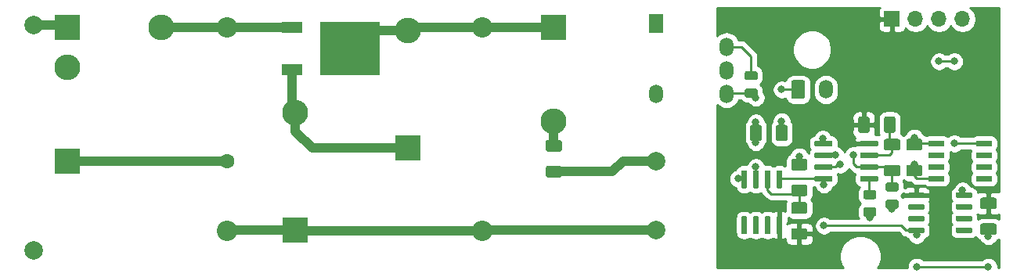
<source format=gbr>
G04 #@! TF.GenerationSoftware,KiCad,Pcbnew,(5.1.5)-3*
G04 #@! TF.CreationDate,2020-07-16T16:27:48-04:00*
G04 #@! TF.ProjectId,AIL_TSAL,41494c5f-5453-4414-9c2e-6b696361645f,rev?*
G04 #@! TF.SameCoordinates,Original*
G04 #@! TF.FileFunction,Copper,L1,Top*
G04 #@! TF.FilePolarity,Positive*
%FSLAX46Y46*%
G04 Gerber Fmt 4.6, Leading zero omitted, Abs format (unit mm)*
G04 Created by KiCad (PCBNEW (5.1.5)-3) date 2020-07-16 16:27:48*
%MOMM*%
%LPD*%
G04 APERTURE LIST*
%ADD10O,1.500000X2.020000*%
%ADD11C,0.100000*%
%ADD12C,2.200000*%
%ADD13C,2.000000*%
%ADD14R,2.800000X2.800000*%
%ADD15O,2.800000X2.800000*%
%ADD16R,6.400000X5.800000*%
%ADD17R,2.200000X1.200000*%
%ADD18O,1.500000X2.000000*%
%ADD19R,1.500000X2.000000*%
%ADD20R,1.700000X1.700000*%
%ADD21O,1.700000X1.700000*%
%ADD22C,1.600000*%
%ADD23C,0.800000*%
%ADD24C,1.000000*%
%ADD25C,0.250000*%
%ADD26C,0.254000*%
G04 APERTURE END LIST*
D10*
X166957000Y-96901000D03*
G04 #@! TA.AperFunction,ComponentPad*
D11*
G36*
X164481504Y-95892204D02*
G01*
X164505773Y-95895804D01*
X164529571Y-95901765D01*
X164552671Y-95910030D01*
X164574849Y-95920520D01*
X164595893Y-95933133D01*
X164615598Y-95947747D01*
X164633777Y-95964223D01*
X164650253Y-95982402D01*
X164664867Y-96002107D01*
X164677480Y-96023151D01*
X164687970Y-96045329D01*
X164696235Y-96068429D01*
X164702196Y-96092227D01*
X164705796Y-96116496D01*
X164707000Y-96141000D01*
X164707000Y-97661000D01*
X164705796Y-97685504D01*
X164702196Y-97709773D01*
X164696235Y-97733571D01*
X164687970Y-97756671D01*
X164677480Y-97778849D01*
X164664867Y-97799893D01*
X164650253Y-97819598D01*
X164633777Y-97837777D01*
X164615598Y-97854253D01*
X164595893Y-97868867D01*
X164574849Y-97881480D01*
X164552671Y-97891970D01*
X164529571Y-97900235D01*
X164505773Y-97906196D01*
X164481504Y-97909796D01*
X164457000Y-97911000D01*
X163457000Y-97911000D01*
X163432496Y-97909796D01*
X163408227Y-97906196D01*
X163384429Y-97900235D01*
X163361329Y-97891970D01*
X163339151Y-97881480D01*
X163318107Y-97868867D01*
X163298402Y-97854253D01*
X163280223Y-97837777D01*
X163263747Y-97819598D01*
X163249133Y-97799893D01*
X163236520Y-97778849D01*
X163226030Y-97756671D01*
X163217765Y-97733571D01*
X163211804Y-97709773D01*
X163208204Y-97685504D01*
X163207000Y-97661000D01*
X163207000Y-96141000D01*
X163208204Y-96116496D01*
X163211804Y-96092227D01*
X163217765Y-96068429D01*
X163226030Y-96045329D01*
X163236520Y-96023151D01*
X163249133Y-96002107D01*
X163263747Y-95982402D01*
X163280223Y-95964223D01*
X163298402Y-95947747D01*
X163318107Y-95933133D01*
X163339151Y-95920520D01*
X163361329Y-95910030D01*
X163384429Y-95901765D01*
X163408227Y-95895804D01*
X163432496Y-95892204D01*
X163457000Y-95891000D01*
X164457000Y-95891000D01*
X164481504Y-95892204D01*
G37*
G04 #@! TD.AperFunction*
D12*
X102235000Y-112170000D03*
X102235000Y-90170000D03*
X129794000Y-90170000D03*
X129794000Y-112170000D03*
D13*
X148590000Y-104648000D03*
X148590000Y-112148000D03*
G04 #@! TA.AperFunction,SMDPad,CuDef*
D11*
G36*
X159357142Y-96795674D02*
G01*
X159380803Y-96799184D01*
X159404007Y-96804996D01*
X159426529Y-96813054D01*
X159448153Y-96823282D01*
X159468670Y-96835579D01*
X159487883Y-96849829D01*
X159505607Y-96865893D01*
X159521671Y-96883617D01*
X159535921Y-96902830D01*
X159548218Y-96923347D01*
X159558446Y-96944971D01*
X159566504Y-96967493D01*
X159572316Y-96990697D01*
X159575826Y-97014358D01*
X159577000Y-97038250D01*
X159577000Y-97525750D01*
X159575826Y-97549642D01*
X159572316Y-97573303D01*
X159566504Y-97596507D01*
X159558446Y-97619029D01*
X159548218Y-97640653D01*
X159535921Y-97661170D01*
X159521671Y-97680383D01*
X159505607Y-97698107D01*
X159487883Y-97714171D01*
X159468670Y-97728421D01*
X159448153Y-97740718D01*
X159426529Y-97750946D01*
X159404007Y-97759004D01*
X159380803Y-97764816D01*
X159357142Y-97768326D01*
X159333250Y-97769500D01*
X158420750Y-97769500D01*
X158396858Y-97768326D01*
X158373197Y-97764816D01*
X158349993Y-97759004D01*
X158327471Y-97750946D01*
X158305847Y-97740718D01*
X158285330Y-97728421D01*
X158266117Y-97714171D01*
X158248393Y-97698107D01*
X158232329Y-97680383D01*
X158218079Y-97661170D01*
X158205782Y-97640653D01*
X158195554Y-97619029D01*
X158187496Y-97596507D01*
X158181684Y-97573303D01*
X158178174Y-97549642D01*
X158177000Y-97525750D01*
X158177000Y-97038250D01*
X158178174Y-97014358D01*
X158181684Y-96990697D01*
X158187496Y-96967493D01*
X158195554Y-96944971D01*
X158205782Y-96923347D01*
X158218079Y-96902830D01*
X158232329Y-96883617D01*
X158248393Y-96865893D01*
X158266117Y-96849829D01*
X158285330Y-96835579D01*
X158305847Y-96823282D01*
X158327471Y-96813054D01*
X158349993Y-96804996D01*
X158373197Y-96799184D01*
X158396858Y-96795674D01*
X158420750Y-96794500D01*
X159333250Y-96794500D01*
X159357142Y-96795674D01*
G37*
G04 #@! TD.AperFunction*
G04 #@! TA.AperFunction,SMDPad,CuDef*
G36*
X159357142Y-94920674D02*
G01*
X159380803Y-94924184D01*
X159404007Y-94929996D01*
X159426529Y-94938054D01*
X159448153Y-94948282D01*
X159468670Y-94960579D01*
X159487883Y-94974829D01*
X159505607Y-94990893D01*
X159521671Y-95008617D01*
X159535921Y-95027830D01*
X159548218Y-95048347D01*
X159558446Y-95069971D01*
X159566504Y-95092493D01*
X159572316Y-95115697D01*
X159575826Y-95139358D01*
X159577000Y-95163250D01*
X159577000Y-95650750D01*
X159575826Y-95674642D01*
X159572316Y-95698303D01*
X159566504Y-95721507D01*
X159558446Y-95744029D01*
X159548218Y-95765653D01*
X159535921Y-95786170D01*
X159521671Y-95805383D01*
X159505607Y-95823107D01*
X159487883Y-95839171D01*
X159468670Y-95853421D01*
X159448153Y-95865718D01*
X159426529Y-95875946D01*
X159404007Y-95884004D01*
X159380803Y-95889816D01*
X159357142Y-95893326D01*
X159333250Y-95894500D01*
X158420750Y-95894500D01*
X158396858Y-95893326D01*
X158373197Y-95889816D01*
X158349993Y-95884004D01*
X158327471Y-95875946D01*
X158305847Y-95865718D01*
X158285330Y-95853421D01*
X158266117Y-95839171D01*
X158248393Y-95823107D01*
X158232329Y-95805383D01*
X158218079Y-95786170D01*
X158205782Y-95765653D01*
X158195554Y-95744029D01*
X158187496Y-95721507D01*
X158181684Y-95698303D01*
X158178174Y-95674642D01*
X158177000Y-95650750D01*
X158177000Y-95163250D01*
X158178174Y-95139358D01*
X158181684Y-95115697D01*
X158187496Y-95092493D01*
X158195554Y-95069971D01*
X158205782Y-95048347D01*
X158218079Y-95027830D01*
X158232329Y-95008617D01*
X158248393Y-94990893D01*
X158266117Y-94974829D01*
X158285330Y-94960579D01*
X158305847Y-94948282D01*
X158327471Y-94938054D01*
X158349993Y-94929996D01*
X158373197Y-94924184D01*
X158396858Y-94920674D01*
X158420750Y-94919500D01*
X159333250Y-94919500D01*
X159357142Y-94920674D01*
G37*
G04 #@! TD.AperFunction*
G04 #@! TA.AperFunction,SMDPad,CuDef*
G36*
X172184142Y-109671174D02*
G01*
X172207803Y-109674684D01*
X172231007Y-109680496D01*
X172253529Y-109688554D01*
X172275153Y-109698782D01*
X172295670Y-109711079D01*
X172314883Y-109725329D01*
X172332607Y-109741393D01*
X172348671Y-109759117D01*
X172362921Y-109778330D01*
X172375218Y-109798847D01*
X172385446Y-109820471D01*
X172393504Y-109842993D01*
X172399316Y-109866197D01*
X172402826Y-109889858D01*
X172404000Y-109913750D01*
X172404000Y-110401250D01*
X172402826Y-110425142D01*
X172399316Y-110448803D01*
X172393504Y-110472007D01*
X172385446Y-110494529D01*
X172375218Y-110516153D01*
X172362921Y-110536670D01*
X172348671Y-110555883D01*
X172332607Y-110573607D01*
X172314883Y-110589671D01*
X172295670Y-110603921D01*
X172275153Y-110616218D01*
X172253529Y-110626446D01*
X172231007Y-110634504D01*
X172207803Y-110640316D01*
X172184142Y-110643826D01*
X172160250Y-110645000D01*
X171247750Y-110645000D01*
X171223858Y-110643826D01*
X171200197Y-110640316D01*
X171176993Y-110634504D01*
X171154471Y-110626446D01*
X171132847Y-110616218D01*
X171112330Y-110603921D01*
X171093117Y-110589671D01*
X171075393Y-110573607D01*
X171059329Y-110555883D01*
X171045079Y-110536670D01*
X171032782Y-110516153D01*
X171022554Y-110494529D01*
X171014496Y-110472007D01*
X171008684Y-110448803D01*
X171005174Y-110425142D01*
X171004000Y-110401250D01*
X171004000Y-109913750D01*
X171005174Y-109889858D01*
X171008684Y-109866197D01*
X171014496Y-109842993D01*
X171022554Y-109820471D01*
X171032782Y-109798847D01*
X171045079Y-109778330D01*
X171059329Y-109759117D01*
X171075393Y-109741393D01*
X171093117Y-109725329D01*
X171112330Y-109711079D01*
X171132847Y-109698782D01*
X171154471Y-109688554D01*
X171176993Y-109680496D01*
X171200197Y-109674684D01*
X171223858Y-109671174D01*
X171247750Y-109670000D01*
X172160250Y-109670000D01*
X172184142Y-109671174D01*
G37*
G04 #@! TD.AperFunction*
G04 #@! TA.AperFunction,SMDPad,CuDef*
G36*
X172184142Y-107796174D02*
G01*
X172207803Y-107799684D01*
X172231007Y-107805496D01*
X172253529Y-107813554D01*
X172275153Y-107823782D01*
X172295670Y-107836079D01*
X172314883Y-107850329D01*
X172332607Y-107866393D01*
X172348671Y-107884117D01*
X172362921Y-107903330D01*
X172375218Y-107923847D01*
X172385446Y-107945471D01*
X172393504Y-107967993D01*
X172399316Y-107991197D01*
X172402826Y-108014858D01*
X172404000Y-108038750D01*
X172404000Y-108526250D01*
X172402826Y-108550142D01*
X172399316Y-108573803D01*
X172393504Y-108597007D01*
X172385446Y-108619529D01*
X172375218Y-108641153D01*
X172362921Y-108661670D01*
X172348671Y-108680883D01*
X172332607Y-108698607D01*
X172314883Y-108714671D01*
X172295670Y-108728921D01*
X172275153Y-108741218D01*
X172253529Y-108751446D01*
X172231007Y-108759504D01*
X172207803Y-108765316D01*
X172184142Y-108768826D01*
X172160250Y-108770000D01*
X171247750Y-108770000D01*
X171223858Y-108768826D01*
X171200197Y-108765316D01*
X171176993Y-108759504D01*
X171154471Y-108751446D01*
X171132847Y-108741218D01*
X171112330Y-108728921D01*
X171093117Y-108714671D01*
X171075393Y-108698607D01*
X171059329Y-108680883D01*
X171045079Y-108661670D01*
X171032782Y-108641153D01*
X171022554Y-108619529D01*
X171014496Y-108597007D01*
X171008684Y-108573803D01*
X171005174Y-108550142D01*
X171004000Y-108526250D01*
X171004000Y-108038750D01*
X171005174Y-108014858D01*
X171008684Y-107991197D01*
X171014496Y-107967993D01*
X171022554Y-107945471D01*
X171032782Y-107923847D01*
X171045079Y-107903330D01*
X171059329Y-107884117D01*
X171075393Y-107866393D01*
X171093117Y-107850329D01*
X171112330Y-107836079D01*
X171132847Y-107823782D01*
X171154471Y-107813554D01*
X171176993Y-107805496D01*
X171200197Y-107799684D01*
X171223858Y-107796174D01*
X171247750Y-107795000D01*
X172160250Y-107795000D01*
X172184142Y-107796174D01*
G37*
G04 #@! TD.AperFunction*
G04 #@! TA.AperFunction,SMDPad,CuDef*
G36*
X174597142Y-106955674D02*
G01*
X174620803Y-106959184D01*
X174644007Y-106964996D01*
X174666529Y-106973054D01*
X174688153Y-106983282D01*
X174708670Y-106995579D01*
X174727883Y-107009829D01*
X174745607Y-107025893D01*
X174761671Y-107043617D01*
X174775921Y-107062830D01*
X174788218Y-107083347D01*
X174798446Y-107104971D01*
X174806504Y-107127493D01*
X174812316Y-107150697D01*
X174815826Y-107174358D01*
X174817000Y-107198250D01*
X174817000Y-107685750D01*
X174815826Y-107709642D01*
X174812316Y-107733303D01*
X174806504Y-107756507D01*
X174798446Y-107779029D01*
X174788218Y-107800653D01*
X174775921Y-107821170D01*
X174761671Y-107840383D01*
X174745607Y-107858107D01*
X174727883Y-107874171D01*
X174708670Y-107888421D01*
X174688153Y-107900718D01*
X174666529Y-107910946D01*
X174644007Y-107919004D01*
X174620803Y-107924816D01*
X174597142Y-107928326D01*
X174573250Y-107929500D01*
X173660750Y-107929500D01*
X173636858Y-107928326D01*
X173613197Y-107924816D01*
X173589993Y-107919004D01*
X173567471Y-107910946D01*
X173545847Y-107900718D01*
X173525330Y-107888421D01*
X173506117Y-107874171D01*
X173488393Y-107858107D01*
X173472329Y-107840383D01*
X173458079Y-107821170D01*
X173445782Y-107800653D01*
X173435554Y-107779029D01*
X173427496Y-107756507D01*
X173421684Y-107733303D01*
X173418174Y-107709642D01*
X173417000Y-107685750D01*
X173417000Y-107198250D01*
X173418174Y-107174358D01*
X173421684Y-107150697D01*
X173427496Y-107127493D01*
X173435554Y-107104971D01*
X173445782Y-107083347D01*
X173458079Y-107062830D01*
X173472329Y-107043617D01*
X173488393Y-107025893D01*
X173506117Y-107009829D01*
X173525330Y-106995579D01*
X173545847Y-106983282D01*
X173567471Y-106973054D01*
X173589993Y-106964996D01*
X173613197Y-106959184D01*
X173636858Y-106955674D01*
X173660750Y-106954500D01*
X174573250Y-106954500D01*
X174597142Y-106955674D01*
G37*
G04 #@! TD.AperFunction*
G04 #@! TA.AperFunction,SMDPad,CuDef*
G36*
X174597142Y-108830674D02*
G01*
X174620803Y-108834184D01*
X174644007Y-108839996D01*
X174666529Y-108848054D01*
X174688153Y-108858282D01*
X174708670Y-108870579D01*
X174727883Y-108884829D01*
X174745607Y-108900893D01*
X174761671Y-108918617D01*
X174775921Y-108937830D01*
X174788218Y-108958347D01*
X174798446Y-108979971D01*
X174806504Y-109002493D01*
X174812316Y-109025697D01*
X174815826Y-109049358D01*
X174817000Y-109073250D01*
X174817000Y-109560750D01*
X174815826Y-109584642D01*
X174812316Y-109608303D01*
X174806504Y-109631507D01*
X174798446Y-109654029D01*
X174788218Y-109675653D01*
X174775921Y-109696170D01*
X174761671Y-109715383D01*
X174745607Y-109733107D01*
X174727883Y-109749171D01*
X174708670Y-109763421D01*
X174688153Y-109775718D01*
X174666529Y-109785946D01*
X174644007Y-109794004D01*
X174620803Y-109799816D01*
X174597142Y-109803326D01*
X174573250Y-109804500D01*
X173660750Y-109804500D01*
X173636858Y-109803326D01*
X173613197Y-109799816D01*
X173589993Y-109794004D01*
X173567471Y-109785946D01*
X173545847Y-109775718D01*
X173525330Y-109763421D01*
X173506117Y-109749171D01*
X173488393Y-109733107D01*
X173472329Y-109715383D01*
X173458079Y-109696170D01*
X173445782Y-109675653D01*
X173435554Y-109654029D01*
X173427496Y-109631507D01*
X173421684Y-109608303D01*
X173418174Y-109584642D01*
X173417000Y-109560750D01*
X173417000Y-109073250D01*
X173418174Y-109049358D01*
X173421684Y-109025697D01*
X173427496Y-109002493D01*
X173435554Y-108979971D01*
X173445782Y-108958347D01*
X173458079Y-108937830D01*
X173472329Y-108918617D01*
X173488393Y-108900893D01*
X173506117Y-108884829D01*
X173525330Y-108870579D01*
X173545847Y-108858282D01*
X173567471Y-108848054D01*
X173589993Y-108839996D01*
X173613197Y-108834184D01*
X173636858Y-108830674D01*
X173660750Y-108829500D01*
X174573250Y-108829500D01*
X174597142Y-108830674D01*
G37*
G04 #@! TD.AperFunction*
D14*
X84963000Y-104648000D03*
D15*
X84963000Y-94488000D03*
X95123000Y-90170000D03*
D14*
X84963000Y-90170000D03*
X137541000Y-90170000D03*
D15*
X137541000Y-100330000D03*
G04 #@! TA.AperFunction,SMDPad,CuDef*
D11*
G36*
X138190504Y-105167204D02*
G01*
X138214773Y-105170804D01*
X138238571Y-105176765D01*
X138261671Y-105185030D01*
X138283849Y-105195520D01*
X138304893Y-105208133D01*
X138324598Y-105222747D01*
X138342777Y-105239223D01*
X138359253Y-105257402D01*
X138373867Y-105277107D01*
X138386480Y-105298151D01*
X138396970Y-105320329D01*
X138405235Y-105343429D01*
X138411196Y-105367227D01*
X138414796Y-105391496D01*
X138416000Y-105416000D01*
X138416000Y-106166000D01*
X138414796Y-106190504D01*
X138411196Y-106214773D01*
X138405235Y-106238571D01*
X138396970Y-106261671D01*
X138386480Y-106283849D01*
X138373867Y-106304893D01*
X138359253Y-106324598D01*
X138342777Y-106342777D01*
X138324598Y-106359253D01*
X138304893Y-106373867D01*
X138283849Y-106386480D01*
X138261671Y-106396970D01*
X138238571Y-106405235D01*
X138214773Y-106411196D01*
X138190504Y-106414796D01*
X138166000Y-106416000D01*
X136916000Y-106416000D01*
X136891496Y-106414796D01*
X136867227Y-106411196D01*
X136843429Y-106405235D01*
X136820329Y-106396970D01*
X136798151Y-106386480D01*
X136777107Y-106373867D01*
X136757402Y-106359253D01*
X136739223Y-106342777D01*
X136722747Y-106324598D01*
X136708133Y-106304893D01*
X136695520Y-106283849D01*
X136685030Y-106261671D01*
X136676765Y-106238571D01*
X136670804Y-106214773D01*
X136667204Y-106190504D01*
X136666000Y-106166000D01*
X136666000Y-105416000D01*
X136667204Y-105391496D01*
X136670804Y-105367227D01*
X136676765Y-105343429D01*
X136685030Y-105320329D01*
X136695520Y-105298151D01*
X136708133Y-105277107D01*
X136722747Y-105257402D01*
X136739223Y-105239223D01*
X136757402Y-105222747D01*
X136777107Y-105208133D01*
X136798151Y-105195520D01*
X136820329Y-105185030D01*
X136843429Y-105176765D01*
X136867227Y-105170804D01*
X136891496Y-105167204D01*
X136916000Y-105166000D01*
X138166000Y-105166000D01*
X138190504Y-105167204D01*
G37*
G04 #@! TD.AperFunction*
G04 #@! TA.AperFunction,SMDPad,CuDef*
G36*
X138190504Y-102367204D02*
G01*
X138214773Y-102370804D01*
X138238571Y-102376765D01*
X138261671Y-102385030D01*
X138283849Y-102395520D01*
X138304893Y-102408133D01*
X138324598Y-102422747D01*
X138342777Y-102439223D01*
X138359253Y-102457402D01*
X138373867Y-102477107D01*
X138386480Y-102498151D01*
X138396970Y-102520329D01*
X138405235Y-102543429D01*
X138411196Y-102567227D01*
X138414796Y-102591496D01*
X138416000Y-102616000D01*
X138416000Y-103366000D01*
X138414796Y-103390504D01*
X138411196Y-103414773D01*
X138405235Y-103438571D01*
X138396970Y-103461671D01*
X138386480Y-103483849D01*
X138373867Y-103504893D01*
X138359253Y-103524598D01*
X138342777Y-103542777D01*
X138324598Y-103559253D01*
X138304893Y-103573867D01*
X138283849Y-103586480D01*
X138261671Y-103596970D01*
X138238571Y-103605235D01*
X138214773Y-103611196D01*
X138190504Y-103614796D01*
X138166000Y-103616000D01*
X136916000Y-103616000D01*
X136891496Y-103614796D01*
X136867227Y-103611196D01*
X136843429Y-103605235D01*
X136820329Y-103596970D01*
X136798151Y-103586480D01*
X136777107Y-103573867D01*
X136757402Y-103559253D01*
X136739223Y-103542777D01*
X136722747Y-103524598D01*
X136708133Y-103504893D01*
X136695520Y-103483849D01*
X136685030Y-103461671D01*
X136676765Y-103438571D01*
X136670804Y-103414773D01*
X136667204Y-103390504D01*
X136666000Y-103366000D01*
X136666000Y-102616000D01*
X136667204Y-102591496D01*
X136670804Y-102567227D01*
X136676765Y-102543429D01*
X136685030Y-102520329D01*
X136695520Y-102498151D01*
X136708133Y-102477107D01*
X136722747Y-102457402D01*
X136739223Y-102439223D01*
X136757402Y-102422747D01*
X136777107Y-102408133D01*
X136798151Y-102395520D01*
X136820329Y-102385030D01*
X136843429Y-102376765D01*
X136867227Y-102370804D01*
X136891496Y-102367204D01*
X136916000Y-102366000D01*
X138166000Y-102366000D01*
X138190504Y-102367204D01*
G37*
G04 #@! TD.AperFunction*
D13*
X81280000Y-89916000D03*
X81280000Y-114300000D03*
G04 #@! TA.AperFunction,SMDPad,CuDef*
D11*
G36*
X184797703Y-102443722D02*
G01*
X184812264Y-102445882D01*
X184826543Y-102449459D01*
X184840403Y-102454418D01*
X184853710Y-102460712D01*
X184866336Y-102468280D01*
X184878159Y-102477048D01*
X184889066Y-102486934D01*
X184898952Y-102497841D01*
X184907720Y-102509664D01*
X184915288Y-102522290D01*
X184921582Y-102535597D01*
X184926541Y-102549457D01*
X184930118Y-102563736D01*
X184932278Y-102578297D01*
X184933000Y-102593000D01*
X184933000Y-102893000D01*
X184932278Y-102907703D01*
X184930118Y-102922264D01*
X184926541Y-102936543D01*
X184921582Y-102950403D01*
X184915288Y-102963710D01*
X184907720Y-102976336D01*
X184898952Y-102988159D01*
X184889066Y-102999066D01*
X184878159Y-103008952D01*
X184866336Y-103017720D01*
X184853710Y-103025288D01*
X184840403Y-103031582D01*
X184826543Y-103036541D01*
X184812264Y-103040118D01*
X184797703Y-103042278D01*
X184783000Y-103043000D01*
X183333000Y-103043000D01*
X183318297Y-103042278D01*
X183303736Y-103040118D01*
X183289457Y-103036541D01*
X183275597Y-103031582D01*
X183262290Y-103025288D01*
X183249664Y-103017720D01*
X183237841Y-103008952D01*
X183226934Y-102999066D01*
X183217048Y-102988159D01*
X183208280Y-102976336D01*
X183200712Y-102963710D01*
X183194418Y-102950403D01*
X183189459Y-102936543D01*
X183185882Y-102922264D01*
X183183722Y-102907703D01*
X183183000Y-102893000D01*
X183183000Y-102593000D01*
X183183722Y-102578297D01*
X183185882Y-102563736D01*
X183189459Y-102549457D01*
X183194418Y-102535597D01*
X183200712Y-102522290D01*
X183208280Y-102509664D01*
X183217048Y-102497841D01*
X183226934Y-102486934D01*
X183237841Y-102477048D01*
X183249664Y-102468280D01*
X183262290Y-102460712D01*
X183275597Y-102454418D01*
X183289457Y-102449459D01*
X183303736Y-102445882D01*
X183318297Y-102443722D01*
X183333000Y-102443000D01*
X184783000Y-102443000D01*
X184797703Y-102443722D01*
G37*
G04 #@! TD.AperFunction*
G04 #@! TA.AperFunction,SMDPad,CuDef*
G36*
X184797703Y-103713722D02*
G01*
X184812264Y-103715882D01*
X184826543Y-103719459D01*
X184840403Y-103724418D01*
X184853710Y-103730712D01*
X184866336Y-103738280D01*
X184878159Y-103747048D01*
X184889066Y-103756934D01*
X184898952Y-103767841D01*
X184907720Y-103779664D01*
X184915288Y-103792290D01*
X184921582Y-103805597D01*
X184926541Y-103819457D01*
X184930118Y-103833736D01*
X184932278Y-103848297D01*
X184933000Y-103863000D01*
X184933000Y-104163000D01*
X184932278Y-104177703D01*
X184930118Y-104192264D01*
X184926541Y-104206543D01*
X184921582Y-104220403D01*
X184915288Y-104233710D01*
X184907720Y-104246336D01*
X184898952Y-104258159D01*
X184889066Y-104269066D01*
X184878159Y-104278952D01*
X184866336Y-104287720D01*
X184853710Y-104295288D01*
X184840403Y-104301582D01*
X184826543Y-104306541D01*
X184812264Y-104310118D01*
X184797703Y-104312278D01*
X184783000Y-104313000D01*
X183333000Y-104313000D01*
X183318297Y-104312278D01*
X183303736Y-104310118D01*
X183289457Y-104306541D01*
X183275597Y-104301582D01*
X183262290Y-104295288D01*
X183249664Y-104287720D01*
X183237841Y-104278952D01*
X183226934Y-104269066D01*
X183217048Y-104258159D01*
X183208280Y-104246336D01*
X183200712Y-104233710D01*
X183194418Y-104220403D01*
X183189459Y-104206543D01*
X183185882Y-104192264D01*
X183183722Y-104177703D01*
X183183000Y-104163000D01*
X183183000Y-103863000D01*
X183183722Y-103848297D01*
X183185882Y-103833736D01*
X183189459Y-103819457D01*
X183194418Y-103805597D01*
X183200712Y-103792290D01*
X183208280Y-103779664D01*
X183217048Y-103767841D01*
X183226934Y-103756934D01*
X183237841Y-103747048D01*
X183249664Y-103738280D01*
X183262290Y-103730712D01*
X183275597Y-103724418D01*
X183289457Y-103719459D01*
X183303736Y-103715882D01*
X183318297Y-103713722D01*
X183333000Y-103713000D01*
X184783000Y-103713000D01*
X184797703Y-103713722D01*
G37*
G04 #@! TD.AperFunction*
G04 #@! TA.AperFunction,SMDPad,CuDef*
G36*
X184797703Y-104983722D02*
G01*
X184812264Y-104985882D01*
X184826543Y-104989459D01*
X184840403Y-104994418D01*
X184853710Y-105000712D01*
X184866336Y-105008280D01*
X184878159Y-105017048D01*
X184889066Y-105026934D01*
X184898952Y-105037841D01*
X184907720Y-105049664D01*
X184915288Y-105062290D01*
X184921582Y-105075597D01*
X184926541Y-105089457D01*
X184930118Y-105103736D01*
X184932278Y-105118297D01*
X184933000Y-105133000D01*
X184933000Y-105433000D01*
X184932278Y-105447703D01*
X184930118Y-105462264D01*
X184926541Y-105476543D01*
X184921582Y-105490403D01*
X184915288Y-105503710D01*
X184907720Y-105516336D01*
X184898952Y-105528159D01*
X184889066Y-105539066D01*
X184878159Y-105548952D01*
X184866336Y-105557720D01*
X184853710Y-105565288D01*
X184840403Y-105571582D01*
X184826543Y-105576541D01*
X184812264Y-105580118D01*
X184797703Y-105582278D01*
X184783000Y-105583000D01*
X183333000Y-105583000D01*
X183318297Y-105582278D01*
X183303736Y-105580118D01*
X183289457Y-105576541D01*
X183275597Y-105571582D01*
X183262290Y-105565288D01*
X183249664Y-105557720D01*
X183237841Y-105548952D01*
X183226934Y-105539066D01*
X183217048Y-105528159D01*
X183208280Y-105516336D01*
X183200712Y-105503710D01*
X183194418Y-105490403D01*
X183189459Y-105476543D01*
X183185882Y-105462264D01*
X183183722Y-105447703D01*
X183183000Y-105433000D01*
X183183000Y-105133000D01*
X183183722Y-105118297D01*
X183185882Y-105103736D01*
X183189459Y-105089457D01*
X183194418Y-105075597D01*
X183200712Y-105062290D01*
X183208280Y-105049664D01*
X183217048Y-105037841D01*
X183226934Y-105026934D01*
X183237841Y-105017048D01*
X183249664Y-105008280D01*
X183262290Y-105000712D01*
X183275597Y-104994418D01*
X183289457Y-104989459D01*
X183303736Y-104985882D01*
X183318297Y-104983722D01*
X183333000Y-104983000D01*
X184783000Y-104983000D01*
X184797703Y-104983722D01*
G37*
G04 #@! TD.AperFunction*
G04 #@! TA.AperFunction,SMDPad,CuDef*
G36*
X184797703Y-106253722D02*
G01*
X184812264Y-106255882D01*
X184826543Y-106259459D01*
X184840403Y-106264418D01*
X184853710Y-106270712D01*
X184866336Y-106278280D01*
X184878159Y-106287048D01*
X184889066Y-106296934D01*
X184898952Y-106307841D01*
X184907720Y-106319664D01*
X184915288Y-106332290D01*
X184921582Y-106345597D01*
X184926541Y-106359457D01*
X184930118Y-106373736D01*
X184932278Y-106388297D01*
X184933000Y-106403000D01*
X184933000Y-106703000D01*
X184932278Y-106717703D01*
X184930118Y-106732264D01*
X184926541Y-106746543D01*
X184921582Y-106760403D01*
X184915288Y-106773710D01*
X184907720Y-106786336D01*
X184898952Y-106798159D01*
X184889066Y-106809066D01*
X184878159Y-106818952D01*
X184866336Y-106827720D01*
X184853710Y-106835288D01*
X184840403Y-106841582D01*
X184826543Y-106846541D01*
X184812264Y-106850118D01*
X184797703Y-106852278D01*
X184783000Y-106853000D01*
X183333000Y-106853000D01*
X183318297Y-106852278D01*
X183303736Y-106850118D01*
X183289457Y-106846541D01*
X183275597Y-106841582D01*
X183262290Y-106835288D01*
X183249664Y-106827720D01*
X183237841Y-106818952D01*
X183226934Y-106809066D01*
X183217048Y-106798159D01*
X183208280Y-106786336D01*
X183200712Y-106773710D01*
X183194418Y-106760403D01*
X183189459Y-106746543D01*
X183185882Y-106732264D01*
X183183722Y-106717703D01*
X183183000Y-106703000D01*
X183183000Y-106403000D01*
X183183722Y-106388297D01*
X183185882Y-106373736D01*
X183189459Y-106359457D01*
X183194418Y-106345597D01*
X183200712Y-106332290D01*
X183208280Y-106319664D01*
X183217048Y-106307841D01*
X183226934Y-106296934D01*
X183237841Y-106287048D01*
X183249664Y-106278280D01*
X183262290Y-106270712D01*
X183275597Y-106264418D01*
X183289457Y-106259459D01*
X183303736Y-106255882D01*
X183318297Y-106253722D01*
X183333000Y-106253000D01*
X184783000Y-106253000D01*
X184797703Y-106253722D01*
G37*
G04 #@! TD.AperFunction*
G04 #@! TA.AperFunction,SMDPad,CuDef*
G36*
X179647703Y-106253722D02*
G01*
X179662264Y-106255882D01*
X179676543Y-106259459D01*
X179690403Y-106264418D01*
X179703710Y-106270712D01*
X179716336Y-106278280D01*
X179728159Y-106287048D01*
X179739066Y-106296934D01*
X179748952Y-106307841D01*
X179757720Y-106319664D01*
X179765288Y-106332290D01*
X179771582Y-106345597D01*
X179776541Y-106359457D01*
X179780118Y-106373736D01*
X179782278Y-106388297D01*
X179783000Y-106403000D01*
X179783000Y-106703000D01*
X179782278Y-106717703D01*
X179780118Y-106732264D01*
X179776541Y-106746543D01*
X179771582Y-106760403D01*
X179765288Y-106773710D01*
X179757720Y-106786336D01*
X179748952Y-106798159D01*
X179739066Y-106809066D01*
X179728159Y-106818952D01*
X179716336Y-106827720D01*
X179703710Y-106835288D01*
X179690403Y-106841582D01*
X179676543Y-106846541D01*
X179662264Y-106850118D01*
X179647703Y-106852278D01*
X179633000Y-106853000D01*
X178183000Y-106853000D01*
X178168297Y-106852278D01*
X178153736Y-106850118D01*
X178139457Y-106846541D01*
X178125597Y-106841582D01*
X178112290Y-106835288D01*
X178099664Y-106827720D01*
X178087841Y-106818952D01*
X178076934Y-106809066D01*
X178067048Y-106798159D01*
X178058280Y-106786336D01*
X178050712Y-106773710D01*
X178044418Y-106760403D01*
X178039459Y-106746543D01*
X178035882Y-106732264D01*
X178033722Y-106717703D01*
X178033000Y-106703000D01*
X178033000Y-106403000D01*
X178033722Y-106388297D01*
X178035882Y-106373736D01*
X178039459Y-106359457D01*
X178044418Y-106345597D01*
X178050712Y-106332290D01*
X178058280Y-106319664D01*
X178067048Y-106307841D01*
X178076934Y-106296934D01*
X178087841Y-106287048D01*
X178099664Y-106278280D01*
X178112290Y-106270712D01*
X178125597Y-106264418D01*
X178139457Y-106259459D01*
X178153736Y-106255882D01*
X178168297Y-106253722D01*
X178183000Y-106253000D01*
X179633000Y-106253000D01*
X179647703Y-106253722D01*
G37*
G04 #@! TD.AperFunction*
G04 #@! TA.AperFunction,SMDPad,CuDef*
G36*
X179647703Y-104983722D02*
G01*
X179662264Y-104985882D01*
X179676543Y-104989459D01*
X179690403Y-104994418D01*
X179703710Y-105000712D01*
X179716336Y-105008280D01*
X179728159Y-105017048D01*
X179739066Y-105026934D01*
X179748952Y-105037841D01*
X179757720Y-105049664D01*
X179765288Y-105062290D01*
X179771582Y-105075597D01*
X179776541Y-105089457D01*
X179780118Y-105103736D01*
X179782278Y-105118297D01*
X179783000Y-105133000D01*
X179783000Y-105433000D01*
X179782278Y-105447703D01*
X179780118Y-105462264D01*
X179776541Y-105476543D01*
X179771582Y-105490403D01*
X179765288Y-105503710D01*
X179757720Y-105516336D01*
X179748952Y-105528159D01*
X179739066Y-105539066D01*
X179728159Y-105548952D01*
X179716336Y-105557720D01*
X179703710Y-105565288D01*
X179690403Y-105571582D01*
X179676543Y-105576541D01*
X179662264Y-105580118D01*
X179647703Y-105582278D01*
X179633000Y-105583000D01*
X178183000Y-105583000D01*
X178168297Y-105582278D01*
X178153736Y-105580118D01*
X178139457Y-105576541D01*
X178125597Y-105571582D01*
X178112290Y-105565288D01*
X178099664Y-105557720D01*
X178087841Y-105548952D01*
X178076934Y-105539066D01*
X178067048Y-105528159D01*
X178058280Y-105516336D01*
X178050712Y-105503710D01*
X178044418Y-105490403D01*
X178039459Y-105476543D01*
X178035882Y-105462264D01*
X178033722Y-105447703D01*
X178033000Y-105433000D01*
X178033000Y-105133000D01*
X178033722Y-105118297D01*
X178035882Y-105103736D01*
X178039459Y-105089457D01*
X178044418Y-105075597D01*
X178050712Y-105062290D01*
X178058280Y-105049664D01*
X178067048Y-105037841D01*
X178076934Y-105026934D01*
X178087841Y-105017048D01*
X178099664Y-105008280D01*
X178112290Y-105000712D01*
X178125597Y-104994418D01*
X178139457Y-104989459D01*
X178153736Y-104985882D01*
X178168297Y-104983722D01*
X178183000Y-104983000D01*
X179633000Y-104983000D01*
X179647703Y-104983722D01*
G37*
G04 #@! TD.AperFunction*
G04 #@! TA.AperFunction,SMDPad,CuDef*
G36*
X179647703Y-103713722D02*
G01*
X179662264Y-103715882D01*
X179676543Y-103719459D01*
X179690403Y-103724418D01*
X179703710Y-103730712D01*
X179716336Y-103738280D01*
X179728159Y-103747048D01*
X179739066Y-103756934D01*
X179748952Y-103767841D01*
X179757720Y-103779664D01*
X179765288Y-103792290D01*
X179771582Y-103805597D01*
X179776541Y-103819457D01*
X179780118Y-103833736D01*
X179782278Y-103848297D01*
X179783000Y-103863000D01*
X179783000Y-104163000D01*
X179782278Y-104177703D01*
X179780118Y-104192264D01*
X179776541Y-104206543D01*
X179771582Y-104220403D01*
X179765288Y-104233710D01*
X179757720Y-104246336D01*
X179748952Y-104258159D01*
X179739066Y-104269066D01*
X179728159Y-104278952D01*
X179716336Y-104287720D01*
X179703710Y-104295288D01*
X179690403Y-104301582D01*
X179676543Y-104306541D01*
X179662264Y-104310118D01*
X179647703Y-104312278D01*
X179633000Y-104313000D01*
X178183000Y-104313000D01*
X178168297Y-104312278D01*
X178153736Y-104310118D01*
X178139457Y-104306541D01*
X178125597Y-104301582D01*
X178112290Y-104295288D01*
X178099664Y-104287720D01*
X178087841Y-104278952D01*
X178076934Y-104269066D01*
X178067048Y-104258159D01*
X178058280Y-104246336D01*
X178050712Y-104233710D01*
X178044418Y-104220403D01*
X178039459Y-104206543D01*
X178035882Y-104192264D01*
X178033722Y-104177703D01*
X178033000Y-104163000D01*
X178033000Y-103863000D01*
X178033722Y-103848297D01*
X178035882Y-103833736D01*
X178039459Y-103819457D01*
X178044418Y-103805597D01*
X178050712Y-103792290D01*
X178058280Y-103779664D01*
X178067048Y-103767841D01*
X178076934Y-103756934D01*
X178087841Y-103747048D01*
X178099664Y-103738280D01*
X178112290Y-103730712D01*
X178125597Y-103724418D01*
X178139457Y-103719459D01*
X178153736Y-103715882D01*
X178168297Y-103713722D01*
X178183000Y-103713000D01*
X179633000Y-103713000D01*
X179647703Y-103713722D01*
G37*
G04 #@! TD.AperFunction*
G04 #@! TA.AperFunction,SMDPad,CuDef*
G36*
X179647703Y-102443722D02*
G01*
X179662264Y-102445882D01*
X179676543Y-102449459D01*
X179690403Y-102454418D01*
X179703710Y-102460712D01*
X179716336Y-102468280D01*
X179728159Y-102477048D01*
X179739066Y-102486934D01*
X179748952Y-102497841D01*
X179757720Y-102509664D01*
X179765288Y-102522290D01*
X179771582Y-102535597D01*
X179776541Y-102549457D01*
X179780118Y-102563736D01*
X179782278Y-102578297D01*
X179783000Y-102593000D01*
X179783000Y-102893000D01*
X179782278Y-102907703D01*
X179780118Y-102922264D01*
X179776541Y-102936543D01*
X179771582Y-102950403D01*
X179765288Y-102963710D01*
X179757720Y-102976336D01*
X179748952Y-102988159D01*
X179739066Y-102999066D01*
X179728159Y-103008952D01*
X179716336Y-103017720D01*
X179703710Y-103025288D01*
X179690403Y-103031582D01*
X179676543Y-103036541D01*
X179662264Y-103040118D01*
X179647703Y-103042278D01*
X179633000Y-103043000D01*
X178183000Y-103043000D01*
X178168297Y-103042278D01*
X178153736Y-103040118D01*
X178139457Y-103036541D01*
X178125597Y-103031582D01*
X178112290Y-103025288D01*
X178099664Y-103017720D01*
X178087841Y-103008952D01*
X178076934Y-102999066D01*
X178067048Y-102988159D01*
X178058280Y-102976336D01*
X178050712Y-102963710D01*
X178044418Y-102950403D01*
X178039459Y-102936543D01*
X178035882Y-102922264D01*
X178033722Y-102907703D01*
X178033000Y-102893000D01*
X178033000Y-102593000D01*
X178033722Y-102578297D01*
X178035882Y-102563736D01*
X178039459Y-102549457D01*
X178044418Y-102535597D01*
X178050712Y-102522290D01*
X178058280Y-102509664D01*
X178067048Y-102497841D01*
X178076934Y-102486934D01*
X178087841Y-102477048D01*
X178099664Y-102468280D01*
X178112290Y-102460712D01*
X178125597Y-102454418D01*
X178139457Y-102449459D01*
X178153736Y-102445882D01*
X178168297Y-102443722D01*
X178183000Y-102443000D01*
X179633000Y-102443000D01*
X179647703Y-102443722D01*
G37*
G04 #@! TD.AperFunction*
G04 #@! TA.AperFunction,SMDPad,CuDef*
G36*
X177488703Y-108031722D02*
G01*
X177503264Y-108033882D01*
X177517543Y-108037459D01*
X177531403Y-108042418D01*
X177544710Y-108048712D01*
X177557336Y-108056280D01*
X177569159Y-108065048D01*
X177580066Y-108074934D01*
X177589952Y-108085841D01*
X177598720Y-108097664D01*
X177606288Y-108110290D01*
X177612582Y-108123597D01*
X177617541Y-108137457D01*
X177621118Y-108151736D01*
X177623278Y-108166297D01*
X177624000Y-108181000D01*
X177624000Y-108481000D01*
X177623278Y-108495703D01*
X177621118Y-108510264D01*
X177617541Y-108524543D01*
X177612582Y-108538403D01*
X177606288Y-108551710D01*
X177598720Y-108564336D01*
X177589952Y-108576159D01*
X177580066Y-108587066D01*
X177569159Y-108596952D01*
X177557336Y-108605720D01*
X177544710Y-108613288D01*
X177531403Y-108619582D01*
X177517543Y-108624541D01*
X177503264Y-108628118D01*
X177488703Y-108630278D01*
X177474000Y-108631000D01*
X176024000Y-108631000D01*
X176009297Y-108630278D01*
X175994736Y-108628118D01*
X175980457Y-108624541D01*
X175966597Y-108619582D01*
X175953290Y-108613288D01*
X175940664Y-108605720D01*
X175928841Y-108596952D01*
X175917934Y-108587066D01*
X175908048Y-108576159D01*
X175899280Y-108564336D01*
X175891712Y-108551710D01*
X175885418Y-108538403D01*
X175880459Y-108524543D01*
X175876882Y-108510264D01*
X175874722Y-108495703D01*
X175874000Y-108481000D01*
X175874000Y-108181000D01*
X175874722Y-108166297D01*
X175876882Y-108151736D01*
X175880459Y-108137457D01*
X175885418Y-108123597D01*
X175891712Y-108110290D01*
X175899280Y-108097664D01*
X175908048Y-108085841D01*
X175917934Y-108074934D01*
X175928841Y-108065048D01*
X175940664Y-108056280D01*
X175953290Y-108048712D01*
X175966597Y-108042418D01*
X175980457Y-108037459D01*
X175994736Y-108033882D01*
X176009297Y-108031722D01*
X176024000Y-108031000D01*
X177474000Y-108031000D01*
X177488703Y-108031722D01*
G37*
G04 #@! TD.AperFunction*
G04 #@! TA.AperFunction,SMDPad,CuDef*
G36*
X177488703Y-109301722D02*
G01*
X177503264Y-109303882D01*
X177517543Y-109307459D01*
X177531403Y-109312418D01*
X177544710Y-109318712D01*
X177557336Y-109326280D01*
X177569159Y-109335048D01*
X177580066Y-109344934D01*
X177589952Y-109355841D01*
X177598720Y-109367664D01*
X177606288Y-109380290D01*
X177612582Y-109393597D01*
X177617541Y-109407457D01*
X177621118Y-109421736D01*
X177623278Y-109436297D01*
X177624000Y-109451000D01*
X177624000Y-109751000D01*
X177623278Y-109765703D01*
X177621118Y-109780264D01*
X177617541Y-109794543D01*
X177612582Y-109808403D01*
X177606288Y-109821710D01*
X177598720Y-109834336D01*
X177589952Y-109846159D01*
X177580066Y-109857066D01*
X177569159Y-109866952D01*
X177557336Y-109875720D01*
X177544710Y-109883288D01*
X177531403Y-109889582D01*
X177517543Y-109894541D01*
X177503264Y-109898118D01*
X177488703Y-109900278D01*
X177474000Y-109901000D01*
X176024000Y-109901000D01*
X176009297Y-109900278D01*
X175994736Y-109898118D01*
X175980457Y-109894541D01*
X175966597Y-109889582D01*
X175953290Y-109883288D01*
X175940664Y-109875720D01*
X175928841Y-109866952D01*
X175917934Y-109857066D01*
X175908048Y-109846159D01*
X175899280Y-109834336D01*
X175891712Y-109821710D01*
X175885418Y-109808403D01*
X175880459Y-109794543D01*
X175876882Y-109780264D01*
X175874722Y-109765703D01*
X175874000Y-109751000D01*
X175874000Y-109451000D01*
X175874722Y-109436297D01*
X175876882Y-109421736D01*
X175880459Y-109407457D01*
X175885418Y-109393597D01*
X175891712Y-109380290D01*
X175899280Y-109367664D01*
X175908048Y-109355841D01*
X175917934Y-109344934D01*
X175928841Y-109335048D01*
X175940664Y-109326280D01*
X175953290Y-109318712D01*
X175966597Y-109312418D01*
X175980457Y-109307459D01*
X175994736Y-109303882D01*
X176009297Y-109301722D01*
X176024000Y-109301000D01*
X177474000Y-109301000D01*
X177488703Y-109301722D01*
G37*
G04 #@! TD.AperFunction*
G04 #@! TA.AperFunction,SMDPad,CuDef*
G36*
X177488703Y-110571722D02*
G01*
X177503264Y-110573882D01*
X177517543Y-110577459D01*
X177531403Y-110582418D01*
X177544710Y-110588712D01*
X177557336Y-110596280D01*
X177569159Y-110605048D01*
X177580066Y-110614934D01*
X177589952Y-110625841D01*
X177598720Y-110637664D01*
X177606288Y-110650290D01*
X177612582Y-110663597D01*
X177617541Y-110677457D01*
X177621118Y-110691736D01*
X177623278Y-110706297D01*
X177624000Y-110721000D01*
X177624000Y-111021000D01*
X177623278Y-111035703D01*
X177621118Y-111050264D01*
X177617541Y-111064543D01*
X177612582Y-111078403D01*
X177606288Y-111091710D01*
X177598720Y-111104336D01*
X177589952Y-111116159D01*
X177580066Y-111127066D01*
X177569159Y-111136952D01*
X177557336Y-111145720D01*
X177544710Y-111153288D01*
X177531403Y-111159582D01*
X177517543Y-111164541D01*
X177503264Y-111168118D01*
X177488703Y-111170278D01*
X177474000Y-111171000D01*
X176024000Y-111171000D01*
X176009297Y-111170278D01*
X175994736Y-111168118D01*
X175980457Y-111164541D01*
X175966597Y-111159582D01*
X175953290Y-111153288D01*
X175940664Y-111145720D01*
X175928841Y-111136952D01*
X175917934Y-111127066D01*
X175908048Y-111116159D01*
X175899280Y-111104336D01*
X175891712Y-111091710D01*
X175885418Y-111078403D01*
X175880459Y-111064543D01*
X175876882Y-111050264D01*
X175874722Y-111035703D01*
X175874000Y-111021000D01*
X175874000Y-110721000D01*
X175874722Y-110706297D01*
X175876882Y-110691736D01*
X175880459Y-110677457D01*
X175885418Y-110663597D01*
X175891712Y-110650290D01*
X175899280Y-110637664D01*
X175908048Y-110625841D01*
X175917934Y-110614934D01*
X175928841Y-110605048D01*
X175940664Y-110596280D01*
X175953290Y-110588712D01*
X175966597Y-110582418D01*
X175980457Y-110577459D01*
X175994736Y-110573882D01*
X176009297Y-110571722D01*
X176024000Y-110571000D01*
X177474000Y-110571000D01*
X177488703Y-110571722D01*
G37*
G04 #@! TD.AperFunction*
G04 #@! TA.AperFunction,SMDPad,CuDef*
G36*
X177488703Y-111841722D02*
G01*
X177503264Y-111843882D01*
X177517543Y-111847459D01*
X177531403Y-111852418D01*
X177544710Y-111858712D01*
X177557336Y-111866280D01*
X177569159Y-111875048D01*
X177580066Y-111884934D01*
X177589952Y-111895841D01*
X177598720Y-111907664D01*
X177606288Y-111920290D01*
X177612582Y-111933597D01*
X177617541Y-111947457D01*
X177621118Y-111961736D01*
X177623278Y-111976297D01*
X177624000Y-111991000D01*
X177624000Y-112291000D01*
X177623278Y-112305703D01*
X177621118Y-112320264D01*
X177617541Y-112334543D01*
X177612582Y-112348403D01*
X177606288Y-112361710D01*
X177598720Y-112374336D01*
X177589952Y-112386159D01*
X177580066Y-112397066D01*
X177569159Y-112406952D01*
X177557336Y-112415720D01*
X177544710Y-112423288D01*
X177531403Y-112429582D01*
X177517543Y-112434541D01*
X177503264Y-112438118D01*
X177488703Y-112440278D01*
X177474000Y-112441000D01*
X176024000Y-112441000D01*
X176009297Y-112440278D01*
X175994736Y-112438118D01*
X175980457Y-112434541D01*
X175966597Y-112429582D01*
X175953290Y-112423288D01*
X175940664Y-112415720D01*
X175928841Y-112406952D01*
X175917934Y-112397066D01*
X175908048Y-112386159D01*
X175899280Y-112374336D01*
X175891712Y-112361710D01*
X175885418Y-112348403D01*
X175880459Y-112334543D01*
X175876882Y-112320264D01*
X175874722Y-112305703D01*
X175874000Y-112291000D01*
X175874000Y-111991000D01*
X175874722Y-111976297D01*
X175876882Y-111961736D01*
X175880459Y-111947457D01*
X175885418Y-111933597D01*
X175891712Y-111920290D01*
X175899280Y-111907664D01*
X175908048Y-111895841D01*
X175917934Y-111884934D01*
X175928841Y-111875048D01*
X175940664Y-111866280D01*
X175953290Y-111858712D01*
X175966597Y-111852418D01*
X175980457Y-111847459D01*
X175994736Y-111843882D01*
X176009297Y-111841722D01*
X176024000Y-111841000D01*
X177474000Y-111841000D01*
X177488703Y-111841722D01*
G37*
G04 #@! TD.AperFunction*
G04 #@! TA.AperFunction,SMDPad,CuDef*
G36*
X182638703Y-111841722D02*
G01*
X182653264Y-111843882D01*
X182667543Y-111847459D01*
X182681403Y-111852418D01*
X182694710Y-111858712D01*
X182707336Y-111866280D01*
X182719159Y-111875048D01*
X182730066Y-111884934D01*
X182739952Y-111895841D01*
X182748720Y-111907664D01*
X182756288Y-111920290D01*
X182762582Y-111933597D01*
X182767541Y-111947457D01*
X182771118Y-111961736D01*
X182773278Y-111976297D01*
X182774000Y-111991000D01*
X182774000Y-112291000D01*
X182773278Y-112305703D01*
X182771118Y-112320264D01*
X182767541Y-112334543D01*
X182762582Y-112348403D01*
X182756288Y-112361710D01*
X182748720Y-112374336D01*
X182739952Y-112386159D01*
X182730066Y-112397066D01*
X182719159Y-112406952D01*
X182707336Y-112415720D01*
X182694710Y-112423288D01*
X182681403Y-112429582D01*
X182667543Y-112434541D01*
X182653264Y-112438118D01*
X182638703Y-112440278D01*
X182624000Y-112441000D01*
X181174000Y-112441000D01*
X181159297Y-112440278D01*
X181144736Y-112438118D01*
X181130457Y-112434541D01*
X181116597Y-112429582D01*
X181103290Y-112423288D01*
X181090664Y-112415720D01*
X181078841Y-112406952D01*
X181067934Y-112397066D01*
X181058048Y-112386159D01*
X181049280Y-112374336D01*
X181041712Y-112361710D01*
X181035418Y-112348403D01*
X181030459Y-112334543D01*
X181026882Y-112320264D01*
X181024722Y-112305703D01*
X181024000Y-112291000D01*
X181024000Y-111991000D01*
X181024722Y-111976297D01*
X181026882Y-111961736D01*
X181030459Y-111947457D01*
X181035418Y-111933597D01*
X181041712Y-111920290D01*
X181049280Y-111907664D01*
X181058048Y-111895841D01*
X181067934Y-111884934D01*
X181078841Y-111875048D01*
X181090664Y-111866280D01*
X181103290Y-111858712D01*
X181116597Y-111852418D01*
X181130457Y-111847459D01*
X181144736Y-111843882D01*
X181159297Y-111841722D01*
X181174000Y-111841000D01*
X182624000Y-111841000D01*
X182638703Y-111841722D01*
G37*
G04 #@! TD.AperFunction*
G04 #@! TA.AperFunction,SMDPad,CuDef*
G36*
X182638703Y-110571722D02*
G01*
X182653264Y-110573882D01*
X182667543Y-110577459D01*
X182681403Y-110582418D01*
X182694710Y-110588712D01*
X182707336Y-110596280D01*
X182719159Y-110605048D01*
X182730066Y-110614934D01*
X182739952Y-110625841D01*
X182748720Y-110637664D01*
X182756288Y-110650290D01*
X182762582Y-110663597D01*
X182767541Y-110677457D01*
X182771118Y-110691736D01*
X182773278Y-110706297D01*
X182774000Y-110721000D01*
X182774000Y-111021000D01*
X182773278Y-111035703D01*
X182771118Y-111050264D01*
X182767541Y-111064543D01*
X182762582Y-111078403D01*
X182756288Y-111091710D01*
X182748720Y-111104336D01*
X182739952Y-111116159D01*
X182730066Y-111127066D01*
X182719159Y-111136952D01*
X182707336Y-111145720D01*
X182694710Y-111153288D01*
X182681403Y-111159582D01*
X182667543Y-111164541D01*
X182653264Y-111168118D01*
X182638703Y-111170278D01*
X182624000Y-111171000D01*
X181174000Y-111171000D01*
X181159297Y-111170278D01*
X181144736Y-111168118D01*
X181130457Y-111164541D01*
X181116597Y-111159582D01*
X181103290Y-111153288D01*
X181090664Y-111145720D01*
X181078841Y-111136952D01*
X181067934Y-111127066D01*
X181058048Y-111116159D01*
X181049280Y-111104336D01*
X181041712Y-111091710D01*
X181035418Y-111078403D01*
X181030459Y-111064543D01*
X181026882Y-111050264D01*
X181024722Y-111035703D01*
X181024000Y-111021000D01*
X181024000Y-110721000D01*
X181024722Y-110706297D01*
X181026882Y-110691736D01*
X181030459Y-110677457D01*
X181035418Y-110663597D01*
X181041712Y-110650290D01*
X181049280Y-110637664D01*
X181058048Y-110625841D01*
X181067934Y-110614934D01*
X181078841Y-110605048D01*
X181090664Y-110596280D01*
X181103290Y-110588712D01*
X181116597Y-110582418D01*
X181130457Y-110577459D01*
X181144736Y-110573882D01*
X181159297Y-110571722D01*
X181174000Y-110571000D01*
X182624000Y-110571000D01*
X182638703Y-110571722D01*
G37*
G04 #@! TD.AperFunction*
G04 #@! TA.AperFunction,SMDPad,CuDef*
G36*
X182638703Y-109301722D02*
G01*
X182653264Y-109303882D01*
X182667543Y-109307459D01*
X182681403Y-109312418D01*
X182694710Y-109318712D01*
X182707336Y-109326280D01*
X182719159Y-109335048D01*
X182730066Y-109344934D01*
X182739952Y-109355841D01*
X182748720Y-109367664D01*
X182756288Y-109380290D01*
X182762582Y-109393597D01*
X182767541Y-109407457D01*
X182771118Y-109421736D01*
X182773278Y-109436297D01*
X182774000Y-109451000D01*
X182774000Y-109751000D01*
X182773278Y-109765703D01*
X182771118Y-109780264D01*
X182767541Y-109794543D01*
X182762582Y-109808403D01*
X182756288Y-109821710D01*
X182748720Y-109834336D01*
X182739952Y-109846159D01*
X182730066Y-109857066D01*
X182719159Y-109866952D01*
X182707336Y-109875720D01*
X182694710Y-109883288D01*
X182681403Y-109889582D01*
X182667543Y-109894541D01*
X182653264Y-109898118D01*
X182638703Y-109900278D01*
X182624000Y-109901000D01*
X181174000Y-109901000D01*
X181159297Y-109900278D01*
X181144736Y-109898118D01*
X181130457Y-109894541D01*
X181116597Y-109889582D01*
X181103290Y-109883288D01*
X181090664Y-109875720D01*
X181078841Y-109866952D01*
X181067934Y-109857066D01*
X181058048Y-109846159D01*
X181049280Y-109834336D01*
X181041712Y-109821710D01*
X181035418Y-109808403D01*
X181030459Y-109794543D01*
X181026882Y-109780264D01*
X181024722Y-109765703D01*
X181024000Y-109751000D01*
X181024000Y-109451000D01*
X181024722Y-109436297D01*
X181026882Y-109421736D01*
X181030459Y-109407457D01*
X181035418Y-109393597D01*
X181041712Y-109380290D01*
X181049280Y-109367664D01*
X181058048Y-109355841D01*
X181067934Y-109344934D01*
X181078841Y-109335048D01*
X181090664Y-109326280D01*
X181103290Y-109318712D01*
X181116597Y-109312418D01*
X181130457Y-109307459D01*
X181144736Y-109303882D01*
X181159297Y-109301722D01*
X181174000Y-109301000D01*
X182624000Y-109301000D01*
X182638703Y-109301722D01*
G37*
G04 #@! TD.AperFunction*
G04 #@! TA.AperFunction,SMDPad,CuDef*
G36*
X182638703Y-108031722D02*
G01*
X182653264Y-108033882D01*
X182667543Y-108037459D01*
X182681403Y-108042418D01*
X182694710Y-108048712D01*
X182707336Y-108056280D01*
X182719159Y-108065048D01*
X182730066Y-108074934D01*
X182739952Y-108085841D01*
X182748720Y-108097664D01*
X182756288Y-108110290D01*
X182762582Y-108123597D01*
X182767541Y-108137457D01*
X182771118Y-108151736D01*
X182773278Y-108166297D01*
X182774000Y-108181000D01*
X182774000Y-108481000D01*
X182773278Y-108495703D01*
X182771118Y-108510264D01*
X182767541Y-108524543D01*
X182762582Y-108538403D01*
X182756288Y-108551710D01*
X182748720Y-108564336D01*
X182739952Y-108576159D01*
X182730066Y-108587066D01*
X182719159Y-108596952D01*
X182707336Y-108605720D01*
X182694710Y-108613288D01*
X182681403Y-108619582D01*
X182667543Y-108624541D01*
X182653264Y-108628118D01*
X182638703Y-108630278D01*
X182624000Y-108631000D01*
X181174000Y-108631000D01*
X181159297Y-108630278D01*
X181144736Y-108628118D01*
X181130457Y-108624541D01*
X181116597Y-108619582D01*
X181103290Y-108613288D01*
X181090664Y-108605720D01*
X181078841Y-108596952D01*
X181067934Y-108587066D01*
X181058048Y-108576159D01*
X181049280Y-108564336D01*
X181041712Y-108551710D01*
X181035418Y-108538403D01*
X181030459Y-108524543D01*
X181026882Y-108510264D01*
X181024722Y-108495703D01*
X181024000Y-108481000D01*
X181024000Y-108181000D01*
X181024722Y-108166297D01*
X181026882Y-108151736D01*
X181030459Y-108137457D01*
X181035418Y-108123597D01*
X181041712Y-108110290D01*
X181049280Y-108097664D01*
X181058048Y-108085841D01*
X181067934Y-108074934D01*
X181078841Y-108065048D01*
X181090664Y-108056280D01*
X181103290Y-108048712D01*
X181116597Y-108042418D01*
X181130457Y-108037459D01*
X181144736Y-108033882D01*
X181159297Y-108031722D01*
X181174000Y-108031000D01*
X182624000Y-108031000D01*
X182638703Y-108031722D01*
G37*
G04 #@! TD.AperFunction*
D15*
X109601000Y-99441000D03*
D14*
X109601000Y-112141000D03*
X121793000Y-103251000D03*
D15*
X121793000Y-90551000D03*
G04 #@! TA.AperFunction,SMDPad,CuDef*
D11*
G36*
X164733504Y-111904204D02*
G01*
X164757773Y-111907804D01*
X164781571Y-111913765D01*
X164804671Y-111922030D01*
X164826849Y-111932520D01*
X164847893Y-111945133D01*
X164867598Y-111959747D01*
X164885777Y-111976223D01*
X164902253Y-111994402D01*
X164916867Y-112014107D01*
X164929480Y-112035151D01*
X164939970Y-112057329D01*
X164948235Y-112080429D01*
X164954196Y-112104227D01*
X164957796Y-112128496D01*
X164959000Y-112153000D01*
X164959000Y-112903000D01*
X164957796Y-112927504D01*
X164954196Y-112951773D01*
X164948235Y-112975571D01*
X164939970Y-112998671D01*
X164929480Y-113020849D01*
X164916867Y-113041893D01*
X164902253Y-113061598D01*
X164885777Y-113079777D01*
X164867598Y-113096253D01*
X164847893Y-113110867D01*
X164826849Y-113123480D01*
X164804671Y-113133970D01*
X164781571Y-113142235D01*
X164757773Y-113148196D01*
X164733504Y-113151796D01*
X164709000Y-113153000D01*
X163459000Y-113153000D01*
X163434496Y-113151796D01*
X163410227Y-113148196D01*
X163386429Y-113142235D01*
X163363329Y-113133970D01*
X163341151Y-113123480D01*
X163320107Y-113110867D01*
X163300402Y-113096253D01*
X163282223Y-113079777D01*
X163265747Y-113061598D01*
X163251133Y-113041893D01*
X163238520Y-113020849D01*
X163228030Y-112998671D01*
X163219765Y-112975571D01*
X163213804Y-112951773D01*
X163210204Y-112927504D01*
X163209000Y-112903000D01*
X163209000Y-112153000D01*
X163210204Y-112128496D01*
X163213804Y-112104227D01*
X163219765Y-112080429D01*
X163228030Y-112057329D01*
X163238520Y-112035151D01*
X163251133Y-112014107D01*
X163265747Y-111994402D01*
X163282223Y-111976223D01*
X163300402Y-111959747D01*
X163320107Y-111945133D01*
X163341151Y-111932520D01*
X163363329Y-111922030D01*
X163386429Y-111913765D01*
X163410227Y-111907804D01*
X163434496Y-111904204D01*
X163459000Y-111903000D01*
X164709000Y-111903000D01*
X164733504Y-111904204D01*
G37*
G04 #@! TD.AperFunction*
G04 #@! TA.AperFunction,SMDPad,CuDef*
G36*
X164733504Y-109104204D02*
G01*
X164757773Y-109107804D01*
X164781571Y-109113765D01*
X164804671Y-109122030D01*
X164826849Y-109132520D01*
X164847893Y-109145133D01*
X164867598Y-109159747D01*
X164885777Y-109176223D01*
X164902253Y-109194402D01*
X164916867Y-109214107D01*
X164929480Y-109235151D01*
X164939970Y-109257329D01*
X164948235Y-109280429D01*
X164954196Y-109304227D01*
X164957796Y-109328496D01*
X164959000Y-109353000D01*
X164959000Y-110103000D01*
X164957796Y-110127504D01*
X164954196Y-110151773D01*
X164948235Y-110175571D01*
X164939970Y-110198671D01*
X164929480Y-110220849D01*
X164916867Y-110241893D01*
X164902253Y-110261598D01*
X164885777Y-110279777D01*
X164867598Y-110296253D01*
X164847893Y-110310867D01*
X164826849Y-110323480D01*
X164804671Y-110333970D01*
X164781571Y-110342235D01*
X164757773Y-110348196D01*
X164733504Y-110351796D01*
X164709000Y-110353000D01*
X163459000Y-110353000D01*
X163434496Y-110351796D01*
X163410227Y-110348196D01*
X163386429Y-110342235D01*
X163363329Y-110333970D01*
X163341151Y-110323480D01*
X163320107Y-110310867D01*
X163300402Y-110296253D01*
X163282223Y-110279777D01*
X163265747Y-110261598D01*
X163251133Y-110241893D01*
X163238520Y-110220849D01*
X163228030Y-110198671D01*
X163219765Y-110175571D01*
X163213804Y-110151773D01*
X163210204Y-110127504D01*
X163209000Y-110103000D01*
X163209000Y-109353000D01*
X163210204Y-109328496D01*
X163213804Y-109304227D01*
X163219765Y-109280429D01*
X163228030Y-109257329D01*
X163238520Y-109235151D01*
X163251133Y-109214107D01*
X163265747Y-109194402D01*
X163282223Y-109176223D01*
X163300402Y-109159747D01*
X163320107Y-109145133D01*
X163341151Y-109132520D01*
X163363329Y-109122030D01*
X163386429Y-109113765D01*
X163410227Y-109107804D01*
X163434496Y-109104204D01*
X163459000Y-109103000D01*
X164709000Y-109103000D01*
X164733504Y-109104204D01*
G37*
G04 #@! TD.AperFunction*
G04 #@! TA.AperFunction,SMDPad,CuDef*
G36*
X164733504Y-104399204D02*
G01*
X164757773Y-104402804D01*
X164781571Y-104408765D01*
X164804671Y-104417030D01*
X164826849Y-104427520D01*
X164847893Y-104440133D01*
X164867598Y-104454747D01*
X164885777Y-104471223D01*
X164902253Y-104489402D01*
X164916867Y-104509107D01*
X164929480Y-104530151D01*
X164939970Y-104552329D01*
X164948235Y-104575429D01*
X164954196Y-104599227D01*
X164957796Y-104623496D01*
X164959000Y-104648000D01*
X164959000Y-105398000D01*
X164957796Y-105422504D01*
X164954196Y-105446773D01*
X164948235Y-105470571D01*
X164939970Y-105493671D01*
X164929480Y-105515849D01*
X164916867Y-105536893D01*
X164902253Y-105556598D01*
X164885777Y-105574777D01*
X164867598Y-105591253D01*
X164847893Y-105605867D01*
X164826849Y-105618480D01*
X164804671Y-105628970D01*
X164781571Y-105637235D01*
X164757773Y-105643196D01*
X164733504Y-105646796D01*
X164709000Y-105648000D01*
X163459000Y-105648000D01*
X163434496Y-105646796D01*
X163410227Y-105643196D01*
X163386429Y-105637235D01*
X163363329Y-105628970D01*
X163341151Y-105618480D01*
X163320107Y-105605867D01*
X163300402Y-105591253D01*
X163282223Y-105574777D01*
X163265747Y-105556598D01*
X163251133Y-105536893D01*
X163238520Y-105515849D01*
X163228030Y-105493671D01*
X163219765Y-105470571D01*
X163213804Y-105446773D01*
X163210204Y-105422504D01*
X163209000Y-105398000D01*
X163209000Y-104648000D01*
X163210204Y-104623496D01*
X163213804Y-104599227D01*
X163219765Y-104575429D01*
X163228030Y-104552329D01*
X163238520Y-104530151D01*
X163251133Y-104509107D01*
X163265747Y-104489402D01*
X163282223Y-104471223D01*
X163300402Y-104454747D01*
X163320107Y-104440133D01*
X163341151Y-104427520D01*
X163363329Y-104417030D01*
X163386429Y-104408765D01*
X163410227Y-104402804D01*
X163434496Y-104399204D01*
X163459000Y-104398000D01*
X164709000Y-104398000D01*
X164733504Y-104399204D01*
G37*
G04 #@! TD.AperFunction*
G04 #@! TA.AperFunction,SMDPad,CuDef*
G36*
X164733504Y-107199204D02*
G01*
X164757773Y-107202804D01*
X164781571Y-107208765D01*
X164804671Y-107217030D01*
X164826849Y-107227520D01*
X164847893Y-107240133D01*
X164867598Y-107254747D01*
X164885777Y-107271223D01*
X164902253Y-107289402D01*
X164916867Y-107309107D01*
X164929480Y-107330151D01*
X164939970Y-107352329D01*
X164948235Y-107375429D01*
X164954196Y-107399227D01*
X164957796Y-107423496D01*
X164959000Y-107448000D01*
X164959000Y-108198000D01*
X164957796Y-108222504D01*
X164954196Y-108246773D01*
X164948235Y-108270571D01*
X164939970Y-108293671D01*
X164929480Y-108315849D01*
X164916867Y-108336893D01*
X164902253Y-108356598D01*
X164885777Y-108374777D01*
X164867598Y-108391253D01*
X164847893Y-108405867D01*
X164826849Y-108418480D01*
X164804671Y-108428970D01*
X164781571Y-108437235D01*
X164757773Y-108443196D01*
X164733504Y-108446796D01*
X164709000Y-108448000D01*
X163459000Y-108448000D01*
X163434496Y-108446796D01*
X163410227Y-108443196D01*
X163386429Y-108437235D01*
X163363329Y-108428970D01*
X163341151Y-108418480D01*
X163320107Y-108405867D01*
X163300402Y-108391253D01*
X163282223Y-108374777D01*
X163265747Y-108356598D01*
X163251133Y-108336893D01*
X163238520Y-108315849D01*
X163228030Y-108293671D01*
X163219765Y-108270571D01*
X163213804Y-108246773D01*
X163210204Y-108222504D01*
X163209000Y-108198000D01*
X163209000Y-107448000D01*
X163210204Y-107423496D01*
X163213804Y-107399227D01*
X163219765Y-107375429D01*
X163228030Y-107352329D01*
X163238520Y-107330151D01*
X163251133Y-107309107D01*
X163265747Y-107289402D01*
X163282223Y-107271223D01*
X163300402Y-107254747D01*
X163320107Y-107240133D01*
X163341151Y-107227520D01*
X163363329Y-107217030D01*
X163386429Y-107208765D01*
X163410227Y-107202804D01*
X163434496Y-107199204D01*
X163459000Y-107198000D01*
X164709000Y-107198000D01*
X164733504Y-107199204D01*
G37*
G04 #@! TD.AperFunction*
G04 #@! TA.AperFunction,SMDPad,CuDef*
G36*
X162584504Y-100726204D02*
G01*
X162608773Y-100729804D01*
X162632571Y-100735765D01*
X162655671Y-100744030D01*
X162677849Y-100754520D01*
X162698893Y-100767133D01*
X162718598Y-100781747D01*
X162736777Y-100798223D01*
X162753253Y-100816402D01*
X162767867Y-100836107D01*
X162780480Y-100857151D01*
X162790970Y-100879329D01*
X162799235Y-100902429D01*
X162805196Y-100926227D01*
X162808796Y-100950496D01*
X162810000Y-100975000D01*
X162810000Y-102225000D01*
X162808796Y-102249504D01*
X162805196Y-102273773D01*
X162799235Y-102297571D01*
X162790970Y-102320671D01*
X162780480Y-102342849D01*
X162767867Y-102363893D01*
X162753253Y-102383598D01*
X162736777Y-102401777D01*
X162718598Y-102418253D01*
X162698893Y-102432867D01*
X162677849Y-102445480D01*
X162655671Y-102455970D01*
X162632571Y-102464235D01*
X162608773Y-102470196D01*
X162584504Y-102473796D01*
X162560000Y-102475000D01*
X161810000Y-102475000D01*
X161785496Y-102473796D01*
X161761227Y-102470196D01*
X161737429Y-102464235D01*
X161714329Y-102455970D01*
X161692151Y-102445480D01*
X161671107Y-102432867D01*
X161651402Y-102418253D01*
X161633223Y-102401777D01*
X161616747Y-102383598D01*
X161602133Y-102363893D01*
X161589520Y-102342849D01*
X161579030Y-102320671D01*
X161570765Y-102297571D01*
X161564804Y-102273773D01*
X161561204Y-102249504D01*
X161560000Y-102225000D01*
X161560000Y-100975000D01*
X161561204Y-100950496D01*
X161564804Y-100926227D01*
X161570765Y-100902429D01*
X161579030Y-100879329D01*
X161589520Y-100857151D01*
X161602133Y-100836107D01*
X161616747Y-100816402D01*
X161633223Y-100798223D01*
X161651402Y-100781747D01*
X161671107Y-100767133D01*
X161692151Y-100754520D01*
X161714329Y-100744030D01*
X161737429Y-100735765D01*
X161761227Y-100729804D01*
X161785496Y-100726204D01*
X161810000Y-100725000D01*
X162560000Y-100725000D01*
X162584504Y-100726204D01*
G37*
G04 #@! TD.AperFunction*
G04 #@! TA.AperFunction,SMDPad,CuDef*
G36*
X159784504Y-100726204D02*
G01*
X159808773Y-100729804D01*
X159832571Y-100735765D01*
X159855671Y-100744030D01*
X159877849Y-100754520D01*
X159898893Y-100767133D01*
X159918598Y-100781747D01*
X159936777Y-100798223D01*
X159953253Y-100816402D01*
X159967867Y-100836107D01*
X159980480Y-100857151D01*
X159990970Y-100879329D01*
X159999235Y-100902429D01*
X160005196Y-100926227D01*
X160008796Y-100950496D01*
X160010000Y-100975000D01*
X160010000Y-102225000D01*
X160008796Y-102249504D01*
X160005196Y-102273773D01*
X159999235Y-102297571D01*
X159990970Y-102320671D01*
X159980480Y-102342849D01*
X159967867Y-102363893D01*
X159953253Y-102383598D01*
X159936777Y-102401777D01*
X159918598Y-102418253D01*
X159898893Y-102432867D01*
X159877849Y-102445480D01*
X159855671Y-102455970D01*
X159832571Y-102464235D01*
X159808773Y-102470196D01*
X159784504Y-102473796D01*
X159760000Y-102475000D01*
X159010000Y-102475000D01*
X158985496Y-102473796D01*
X158961227Y-102470196D01*
X158937429Y-102464235D01*
X158914329Y-102455970D01*
X158892151Y-102445480D01*
X158871107Y-102432867D01*
X158851402Y-102418253D01*
X158833223Y-102401777D01*
X158816747Y-102383598D01*
X158802133Y-102363893D01*
X158789520Y-102342849D01*
X158779030Y-102320671D01*
X158770765Y-102297571D01*
X158764804Y-102273773D01*
X158761204Y-102249504D01*
X158760000Y-102225000D01*
X158760000Y-100975000D01*
X158761204Y-100950496D01*
X158764804Y-100926227D01*
X158770765Y-100902429D01*
X158779030Y-100879329D01*
X158789520Y-100857151D01*
X158802133Y-100836107D01*
X158816747Y-100816402D01*
X158833223Y-100798223D01*
X158851402Y-100781747D01*
X158871107Y-100767133D01*
X158892151Y-100754520D01*
X158914329Y-100744030D01*
X158937429Y-100735765D01*
X158961227Y-100729804D01*
X158985496Y-100726204D01*
X159010000Y-100725000D01*
X159760000Y-100725000D01*
X159784504Y-100726204D01*
G37*
G04 #@! TD.AperFunction*
G04 #@! TA.AperFunction,SMDPad,CuDef*
G36*
X171462504Y-99837204D02*
G01*
X171486773Y-99840804D01*
X171510571Y-99846765D01*
X171533671Y-99855030D01*
X171555849Y-99865520D01*
X171576893Y-99878133D01*
X171596598Y-99892747D01*
X171614777Y-99909223D01*
X171631253Y-99927402D01*
X171645867Y-99947107D01*
X171658480Y-99968151D01*
X171668970Y-99990329D01*
X171677235Y-100013429D01*
X171683196Y-100037227D01*
X171686796Y-100061496D01*
X171688000Y-100086000D01*
X171688000Y-101336000D01*
X171686796Y-101360504D01*
X171683196Y-101384773D01*
X171677235Y-101408571D01*
X171668970Y-101431671D01*
X171658480Y-101453849D01*
X171645867Y-101474893D01*
X171631253Y-101494598D01*
X171614777Y-101512777D01*
X171596598Y-101529253D01*
X171576893Y-101543867D01*
X171555849Y-101556480D01*
X171533671Y-101566970D01*
X171510571Y-101575235D01*
X171486773Y-101581196D01*
X171462504Y-101584796D01*
X171438000Y-101586000D01*
X170688000Y-101586000D01*
X170663496Y-101584796D01*
X170639227Y-101581196D01*
X170615429Y-101575235D01*
X170592329Y-101566970D01*
X170570151Y-101556480D01*
X170549107Y-101543867D01*
X170529402Y-101529253D01*
X170511223Y-101512777D01*
X170494747Y-101494598D01*
X170480133Y-101474893D01*
X170467520Y-101453849D01*
X170457030Y-101431671D01*
X170448765Y-101408571D01*
X170442804Y-101384773D01*
X170439204Y-101360504D01*
X170438000Y-101336000D01*
X170438000Y-100086000D01*
X170439204Y-100061496D01*
X170442804Y-100037227D01*
X170448765Y-100013429D01*
X170457030Y-99990329D01*
X170467520Y-99968151D01*
X170480133Y-99947107D01*
X170494747Y-99927402D01*
X170511223Y-99909223D01*
X170529402Y-99892747D01*
X170549107Y-99878133D01*
X170570151Y-99865520D01*
X170592329Y-99855030D01*
X170615429Y-99846765D01*
X170639227Y-99840804D01*
X170663496Y-99837204D01*
X170688000Y-99836000D01*
X171438000Y-99836000D01*
X171462504Y-99837204D01*
G37*
G04 #@! TD.AperFunction*
G04 #@! TA.AperFunction,SMDPad,CuDef*
G36*
X174262504Y-99837204D02*
G01*
X174286773Y-99840804D01*
X174310571Y-99846765D01*
X174333671Y-99855030D01*
X174355849Y-99865520D01*
X174376893Y-99878133D01*
X174396598Y-99892747D01*
X174414777Y-99909223D01*
X174431253Y-99927402D01*
X174445867Y-99947107D01*
X174458480Y-99968151D01*
X174468970Y-99990329D01*
X174477235Y-100013429D01*
X174483196Y-100037227D01*
X174486796Y-100061496D01*
X174488000Y-100086000D01*
X174488000Y-101336000D01*
X174486796Y-101360504D01*
X174483196Y-101384773D01*
X174477235Y-101408571D01*
X174468970Y-101431671D01*
X174458480Y-101453849D01*
X174445867Y-101474893D01*
X174431253Y-101494598D01*
X174414777Y-101512777D01*
X174396598Y-101529253D01*
X174376893Y-101543867D01*
X174355849Y-101556480D01*
X174333671Y-101566970D01*
X174310571Y-101575235D01*
X174286773Y-101581196D01*
X174262504Y-101584796D01*
X174238000Y-101586000D01*
X173488000Y-101586000D01*
X173463496Y-101584796D01*
X173439227Y-101581196D01*
X173415429Y-101575235D01*
X173392329Y-101566970D01*
X173370151Y-101556480D01*
X173349107Y-101543867D01*
X173329402Y-101529253D01*
X173311223Y-101512777D01*
X173294747Y-101494598D01*
X173280133Y-101474893D01*
X173267520Y-101453849D01*
X173257030Y-101431671D01*
X173248765Y-101408571D01*
X173242804Y-101384773D01*
X173239204Y-101360504D01*
X173238000Y-101336000D01*
X173238000Y-100086000D01*
X173239204Y-100061496D01*
X173242804Y-100037227D01*
X173248765Y-100013429D01*
X173257030Y-99990329D01*
X173267520Y-99968151D01*
X173280133Y-99947107D01*
X173294747Y-99927402D01*
X173311223Y-99909223D01*
X173329402Y-99892747D01*
X173349107Y-99878133D01*
X173370151Y-99865520D01*
X173392329Y-99855030D01*
X173415429Y-99846765D01*
X173439227Y-99840804D01*
X173463496Y-99837204D01*
X173488000Y-99836000D01*
X174238000Y-99836000D01*
X174262504Y-99837204D01*
G37*
G04 #@! TD.AperFunction*
G04 #@! TA.AperFunction,SMDPad,CuDef*
G36*
X174766504Y-105046204D02*
G01*
X174790773Y-105049804D01*
X174814571Y-105055765D01*
X174837671Y-105064030D01*
X174859849Y-105074520D01*
X174880893Y-105087133D01*
X174900598Y-105101747D01*
X174918777Y-105118223D01*
X174935253Y-105136402D01*
X174949867Y-105156107D01*
X174962480Y-105177151D01*
X174972970Y-105199329D01*
X174981235Y-105222429D01*
X174987196Y-105246227D01*
X174990796Y-105270496D01*
X174992000Y-105295000D01*
X174992000Y-106045000D01*
X174990796Y-106069504D01*
X174987196Y-106093773D01*
X174981235Y-106117571D01*
X174972970Y-106140671D01*
X174962480Y-106162849D01*
X174949867Y-106183893D01*
X174935253Y-106203598D01*
X174918777Y-106221777D01*
X174900598Y-106238253D01*
X174880893Y-106252867D01*
X174859849Y-106265480D01*
X174837671Y-106275970D01*
X174814571Y-106284235D01*
X174790773Y-106290196D01*
X174766504Y-106293796D01*
X174742000Y-106295000D01*
X173492000Y-106295000D01*
X173467496Y-106293796D01*
X173443227Y-106290196D01*
X173419429Y-106284235D01*
X173396329Y-106275970D01*
X173374151Y-106265480D01*
X173353107Y-106252867D01*
X173333402Y-106238253D01*
X173315223Y-106221777D01*
X173298747Y-106203598D01*
X173284133Y-106183893D01*
X173271520Y-106162849D01*
X173261030Y-106140671D01*
X173252765Y-106117571D01*
X173246804Y-106093773D01*
X173243204Y-106069504D01*
X173242000Y-106045000D01*
X173242000Y-105295000D01*
X173243204Y-105270496D01*
X173246804Y-105246227D01*
X173252765Y-105222429D01*
X173261030Y-105199329D01*
X173271520Y-105177151D01*
X173284133Y-105156107D01*
X173298747Y-105136402D01*
X173315223Y-105118223D01*
X173333402Y-105101747D01*
X173353107Y-105087133D01*
X173374151Y-105074520D01*
X173396329Y-105064030D01*
X173419429Y-105055765D01*
X173443227Y-105049804D01*
X173467496Y-105046204D01*
X173492000Y-105045000D01*
X174742000Y-105045000D01*
X174766504Y-105046204D01*
G37*
G04 #@! TD.AperFunction*
G04 #@! TA.AperFunction,SMDPad,CuDef*
G36*
X174766504Y-102246204D02*
G01*
X174790773Y-102249804D01*
X174814571Y-102255765D01*
X174837671Y-102264030D01*
X174859849Y-102274520D01*
X174880893Y-102287133D01*
X174900598Y-102301747D01*
X174918777Y-102318223D01*
X174935253Y-102336402D01*
X174949867Y-102356107D01*
X174962480Y-102377151D01*
X174972970Y-102399329D01*
X174981235Y-102422429D01*
X174987196Y-102446227D01*
X174990796Y-102470496D01*
X174992000Y-102495000D01*
X174992000Y-103245000D01*
X174990796Y-103269504D01*
X174987196Y-103293773D01*
X174981235Y-103317571D01*
X174972970Y-103340671D01*
X174962480Y-103362849D01*
X174949867Y-103383893D01*
X174935253Y-103403598D01*
X174918777Y-103421777D01*
X174900598Y-103438253D01*
X174880893Y-103452867D01*
X174859849Y-103465480D01*
X174837671Y-103475970D01*
X174814571Y-103484235D01*
X174790773Y-103490196D01*
X174766504Y-103493796D01*
X174742000Y-103495000D01*
X173492000Y-103495000D01*
X173467496Y-103493796D01*
X173443227Y-103490196D01*
X173419429Y-103484235D01*
X173396329Y-103475970D01*
X173374151Y-103465480D01*
X173353107Y-103452867D01*
X173333402Y-103438253D01*
X173315223Y-103421777D01*
X173298747Y-103403598D01*
X173284133Y-103383893D01*
X173271520Y-103362849D01*
X173261030Y-103340671D01*
X173252765Y-103317571D01*
X173246804Y-103293773D01*
X173243204Y-103269504D01*
X173242000Y-103245000D01*
X173242000Y-102495000D01*
X173243204Y-102470496D01*
X173246804Y-102446227D01*
X173252765Y-102422429D01*
X173261030Y-102399329D01*
X173271520Y-102377151D01*
X173284133Y-102356107D01*
X173298747Y-102336402D01*
X173315223Y-102318223D01*
X173333402Y-102301747D01*
X173353107Y-102287133D01*
X173374151Y-102274520D01*
X173396329Y-102264030D01*
X173419429Y-102255765D01*
X173443227Y-102249804D01*
X173467496Y-102246204D01*
X173492000Y-102245000D01*
X174742000Y-102245000D01*
X174766504Y-102246204D01*
G37*
G04 #@! TD.AperFunction*
G04 #@! TA.AperFunction,SMDPad,CuDef*
G36*
X177179504Y-105046204D02*
G01*
X177203773Y-105049804D01*
X177227571Y-105055765D01*
X177250671Y-105064030D01*
X177272849Y-105074520D01*
X177293893Y-105087133D01*
X177313598Y-105101747D01*
X177331777Y-105118223D01*
X177348253Y-105136402D01*
X177362867Y-105156107D01*
X177375480Y-105177151D01*
X177385970Y-105199329D01*
X177394235Y-105222429D01*
X177400196Y-105246227D01*
X177403796Y-105270496D01*
X177405000Y-105295000D01*
X177405000Y-106045000D01*
X177403796Y-106069504D01*
X177400196Y-106093773D01*
X177394235Y-106117571D01*
X177385970Y-106140671D01*
X177375480Y-106162849D01*
X177362867Y-106183893D01*
X177348253Y-106203598D01*
X177331777Y-106221777D01*
X177313598Y-106238253D01*
X177293893Y-106252867D01*
X177272849Y-106265480D01*
X177250671Y-106275970D01*
X177227571Y-106284235D01*
X177203773Y-106290196D01*
X177179504Y-106293796D01*
X177155000Y-106295000D01*
X175905000Y-106295000D01*
X175880496Y-106293796D01*
X175856227Y-106290196D01*
X175832429Y-106284235D01*
X175809329Y-106275970D01*
X175787151Y-106265480D01*
X175766107Y-106252867D01*
X175746402Y-106238253D01*
X175728223Y-106221777D01*
X175711747Y-106203598D01*
X175697133Y-106183893D01*
X175684520Y-106162849D01*
X175674030Y-106140671D01*
X175665765Y-106117571D01*
X175659804Y-106093773D01*
X175656204Y-106069504D01*
X175655000Y-106045000D01*
X175655000Y-105295000D01*
X175656204Y-105270496D01*
X175659804Y-105246227D01*
X175665765Y-105222429D01*
X175674030Y-105199329D01*
X175684520Y-105177151D01*
X175697133Y-105156107D01*
X175711747Y-105136402D01*
X175728223Y-105118223D01*
X175746402Y-105101747D01*
X175766107Y-105087133D01*
X175787151Y-105074520D01*
X175809329Y-105064030D01*
X175832429Y-105055765D01*
X175856227Y-105049804D01*
X175880496Y-105046204D01*
X175905000Y-105045000D01*
X177155000Y-105045000D01*
X177179504Y-105046204D01*
G37*
G04 #@! TD.AperFunction*
G04 #@! TA.AperFunction,SMDPad,CuDef*
G36*
X177179504Y-102246204D02*
G01*
X177203773Y-102249804D01*
X177227571Y-102255765D01*
X177250671Y-102264030D01*
X177272849Y-102274520D01*
X177293893Y-102287133D01*
X177313598Y-102301747D01*
X177331777Y-102318223D01*
X177348253Y-102336402D01*
X177362867Y-102356107D01*
X177375480Y-102377151D01*
X177385970Y-102399329D01*
X177394235Y-102422429D01*
X177400196Y-102446227D01*
X177403796Y-102470496D01*
X177405000Y-102495000D01*
X177405000Y-103245000D01*
X177403796Y-103269504D01*
X177400196Y-103293773D01*
X177394235Y-103317571D01*
X177385970Y-103340671D01*
X177375480Y-103362849D01*
X177362867Y-103383893D01*
X177348253Y-103403598D01*
X177331777Y-103421777D01*
X177313598Y-103438253D01*
X177293893Y-103452867D01*
X177272849Y-103465480D01*
X177250671Y-103475970D01*
X177227571Y-103484235D01*
X177203773Y-103490196D01*
X177179504Y-103493796D01*
X177155000Y-103495000D01*
X175905000Y-103495000D01*
X175880496Y-103493796D01*
X175856227Y-103490196D01*
X175832429Y-103484235D01*
X175809329Y-103475970D01*
X175787151Y-103465480D01*
X175766107Y-103452867D01*
X175746402Y-103438253D01*
X175728223Y-103421777D01*
X175711747Y-103403598D01*
X175697133Y-103383893D01*
X175684520Y-103362849D01*
X175674030Y-103340671D01*
X175665765Y-103317571D01*
X175659804Y-103293773D01*
X175656204Y-103269504D01*
X175655000Y-103245000D01*
X175655000Y-102495000D01*
X175656204Y-102470496D01*
X175659804Y-102446227D01*
X175665765Y-102422429D01*
X175674030Y-102399329D01*
X175684520Y-102377151D01*
X175697133Y-102356107D01*
X175711747Y-102336402D01*
X175728223Y-102318223D01*
X175746402Y-102301747D01*
X175766107Y-102287133D01*
X175787151Y-102274520D01*
X175809329Y-102264030D01*
X175832429Y-102255765D01*
X175856227Y-102249804D01*
X175880496Y-102246204D01*
X175905000Y-102245000D01*
X177155000Y-102245000D01*
X177179504Y-102246204D01*
G37*
G04 #@! TD.AperFunction*
G04 #@! TA.AperFunction,SMDPad,CuDef*
G36*
X185180504Y-111393204D02*
G01*
X185204773Y-111396804D01*
X185228571Y-111402765D01*
X185251671Y-111411030D01*
X185273849Y-111421520D01*
X185294893Y-111434133D01*
X185314598Y-111448747D01*
X185332777Y-111465223D01*
X185349253Y-111483402D01*
X185363867Y-111503107D01*
X185376480Y-111524151D01*
X185386970Y-111546329D01*
X185395235Y-111569429D01*
X185401196Y-111593227D01*
X185404796Y-111617496D01*
X185406000Y-111642000D01*
X185406000Y-112392000D01*
X185404796Y-112416504D01*
X185401196Y-112440773D01*
X185395235Y-112464571D01*
X185386970Y-112487671D01*
X185376480Y-112509849D01*
X185363867Y-112530893D01*
X185349253Y-112550598D01*
X185332777Y-112568777D01*
X185314598Y-112585253D01*
X185294893Y-112599867D01*
X185273849Y-112612480D01*
X185251671Y-112622970D01*
X185228571Y-112631235D01*
X185204773Y-112637196D01*
X185180504Y-112640796D01*
X185156000Y-112642000D01*
X183906000Y-112642000D01*
X183881496Y-112640796D01*
X183857227Y-112637196D01*
X183833429Y-112631235D01*
X183810329Y-112622970D01*
X183788151Y-112612480D01*
X183767107Y-112599867D01*
X183747402Y-112585253D01*
X183729223Y-112568777D01*
X183712747Y-112550598D01*
X183698133Y-112530893D01*
X183685520Y-112509849D01*
X183675030Y-112487671D01*
X183666765Y-112464571D01*
X183660804Y-112440773D01*
X183657204Y-112416504D01*
X183656000Y-112392000D01*
X183656000Y-111642000D01*
X183657204Y-111617496D01*
X183660804Y-111593227D01*
X183666765Y-111569429D01*
X183675030Y-111546329D01*
X183685520Y-111524151D01*
X183698133Y-111503107D01*
X183712747Y-111483402D01*
X183729223Y-111465223D01*
X183747402Y-111448747D01*
X183767107Y-111434133D01*
X183788151Y-111421520D01*
X183810329Y-111411030D01*
X183833429Y-111402765D01*
X183857227Y-111396804D01*
X183881496Y-111393204D01*
X183906000Y-111392000D01*
X185156000Y-111392000D01*
X185180504Y-111393204D01*
G37*
G04 #@! TD.AperFunction*
G04 #@! TA.AperFunction,SMDPad,CuDef*
G36*
X185180504Y-108593204D02*
G01*
X185204773Y-108596804D01*
X185228571Y-108602765D01*
X185251671Y-108611030D01*
X185273849Y-108621520D01*
X185294893Y-108634133D01*
X185314598Y-108648747D01*
X185332777Y-108665223D01*
X185349253Y-108683402D01*
X185363867Y-108703107D01*
X185376480Y-108724151D01*
X185386970Y-108746329D01*
X185395235Y-108769429D01*
X185401196Y-108793227D01*
X185404796Y-108817496D01*
X185406000Y-108842000D01*
X185406000Y-109592000D01*
X185404796Y-109616504D01*
X185401196Y-109640773D01*
X185395235Y-109664571D01*
X185386970Y-109687671D01*
X185376480Y-109709849D01*
X185363867Y-109730893D01*
X185349253Y-109750598D01*
X185332777Y-109768777D01*
X185314598Y-109785253D01*
X185294893Y-109799867D01*
X185273849Y-109812480D01*
X185251671Y-109822970D01*
X185228571Y-109831235D01*
X185204773Y-109837196D01*
X185180504Y-109840796D01*
X185156000Y-109842000D01*
X183906000Y-109842000D01*
X183881496Y-109840796D01*
X183857227Y-109837196D01*
X183833429Y-109831235D01*
X183810329Y-109822970D01*
X183788151Y-109812480D01*
X183767107Y-109799867D01*
X183747402Y-109785253D01*
X183729223Y-109768777D01*
X183712747Y-109750598D01*
X183698133Y-109730893D01*
X183685520Y-109709849D01*
X183675030Y-109687671D01*
X183666765Y-109664571D01*
X183660804Y-109640773D01*
X183657204Y-109616504D01*
X183656000Y-109592000D01*
X183656000Y-108842000D01*
X183657204Y-108817496D01*
X183660804Y-108793227D01*
X183666765Y-108769429D01*
X183675030Y-108746329D01*
X183685520Y-108724151D01*
X183698133Y-108703107D01*
X183712747Y-108683402D01*
X183729223Y-108665223D01*
X183747402Y-108648747D01*
X183767107Y-108634133D01*
X183788151Y-108621520D01*
X183810329Y-108611030D01*
X183833429Y-108602765D01*
X183857227Y-108596804D01*
X183881496Y-108593204D01*
X183906000Y-108592000D01*
X185156000Y-108592000D01*
X185180504Y-108593204D01*
G37*
G04 #@! TD.AperFunction*
D16*
X115511000Y-92456000D03*
D17*
X109211000Y-94736000D03*
X109211000Y-90176000D03*
D18*
X156210000Y-94818200D03*
X148590000Y-97358200D03*
D19*
X148590000Y-89738200D03*
D18*
X156210000Y-97358200D03*
X156210000Y-92278200D03*
G04 #@! TA.AperFunction,SMDPad,CuDef*
D11*
G36*
X162089703Y-105643722D02*
G01*
X162104264Y-105645882D01*
X162118543Y-105649459D01*
X162132403Y-105654418D01*
X162145710Y-105660712D01*
X162158336Y-105668280D01*
X162170159Y-105677048D01*
X162181066Y-105686934D01*
X162190952Y-105697841D01*
X162199720Y-105709664D01*
X162207288Y-105722290D01*
X162213582Y-105735597D01*
X162218541Y-105749457D01*
X162222118Y-105763736D01*
X162224278Y-105778297D01*
X162225000Y-105793000D01*
X162225000Y-107443000D01*
X162224278Y-107457703D01*
X162222118Y-107472264D01*
X162218541Y-107486543D01*
X162213582Y-107500403D01*
X162207288Y-107513710D01*
X162199720Y-107526336D01*
X162190952Y-107538159D01*
X162181066Y-107549066D01*
X162170159Y-107558952D01*
X162158336Y-107567720D01*
X162145710Y-107575288D01*
X162132403Y-107581582D01*
X162118543Y-107586541D01*
X162104264Y-107590118D01*
X162089703Y-107592278D01*
X162075000Y-107593000D01*
X161775000Y-107593000D01*
X161760297Y-107592278D01*
X161745736Y-107590118D01*
X161731457Y-107586541D01*
X161717597Y-107581582D01*
X161704290Y-107575288D01*
X161691664Y-107567720D01*
X161679841Y-107558952D01*
X161668934Y-107549066D01*
X161659048Y-107538159D01*
X161650280Y-107526336D01*
X161642712Y-107513710D01*
X161636418Y-107500403D01*
X161631459Y-107486543D01*
X161627882Y-107472264D01*
X161625722Y-107457703D01*
X161625000Y-107443000D01*
X161625000Y-105793000D01*
X161625722Y-105778297D01*
X161627882Y-105763736D01*
X161631459Y-105749457D01*
X161636418Y-105735597D01*
X161642712Y-105722290D01*
X161650280Y-105709664D01*
X161659048Y-105697841D01*
X161668934Y-105686934D01*
X161679841Y-105677048D01*
X161691664Y-105668280D01*
X161704290Y-105660712D01*
X161717597Y-105654418D01*
X161731457Y-105649459D01*
X161745736Y-105645882D01*
X161760297Y-105643722D01*
X161775000Y-105643000D01*
X162075000Y-105643000D01*
X162089703Y-105643722D01*
G37*
G04 #@! TD.AperFunction*
G04 #@! TA.AperFunction,SMDPad,CuDef*
G36*
X160819703Y-105643722D02*
G01*
X160834264Y-105645882D01*
X160848543Y-105649459D01*
X160862403Y-105654418D01*
X160875710Y-105660712D01*
X160888336Y-105668280D01*
X160900159Y-105677048D01*
X160911066Y-105686934D01*
X160920952Y-105697841D01*
X160929720Y-105709664D01*
X160937288Y-105722290D01*
X160943582Y-105735597D01*
X160948541Y-105749457D01*
X160952118Y-105763736D01*
X160954278Y-105778297D01*
X160955000Y-105793000D01*
X160955000Y-107443000D01*
X160954278Y-107457703D01*
X160952118Y-107472264D01*
X160948541Y-107486543D01*
X160943582Y-107500403D01*
X160937288Y-107513710D01*
X160929720Y-107526336D01*
X160920952Y-107538159D01*
X160911066Y-107549066D01*
X160900159Y-107558952D01*
X160888336Y-107567720D01*
X160875710Y-107575288D01*
X160862403Y-107581582D01*
X160848543Y-107586541D01*
X160834264Y-107590118D01*
X160819703Y-107592278D01*
X160805000Y-107593000D01*
X160505000Y-107593000D01*
X160490297Y-107592278D01*
X160475736Y-107590118D01*
X160461457Y-107586541D01*
X160447597Y-107581582D01*
X160434290Y-107575288D01*
X160421664Y-107567720D01*
X160409841Y-107558952D01*
X160398934Y-107549066D01*
X160389048Y-107538159D01*
X160380280Y-107526336D01*
X160372712Y-107513710D01*
X160366418Y-107500403D01*
X160361459Y-107486543D01*
X160357882Y-107472264D01*
X160355722Y-107457703D01*
X160355000Y-107443000D01*
X160355000Y-105793000D01*
X160355722Y-105778297D01*
X160357882Y-105763736D01*
X160361459Y-105749457D01*
X160366418Y-105735597D01*
X160372712Y-105722290D01*
X160380280Y-105709664D01*
X160389048Y-105697841D01*
X160398934Y-105686934D01*
X160409841Y-105677048D01*
X160421664Y-105668280D01*
X160434290Y-105660712D01*
X160447597Y-105654418D01*
X160461457Y-105649459D01*
X160475736Y-105645882D01*
X160490297Y-105643722D01*
X160505000Y-105643000D01*
X160805000Y-105643000D01*
X160819703Y-105643722D01*
G37*
G04 #@! TD.AperFunction*
G04 #@! TA.AperFunction,SMDPad,CuDef*
G36*
X159549703Y-105643722D02*
G01*
X159564264Y-105645882D01*
X159578543Y-105649459D01*
X159592403Y-105654418D01*
X159605710Y-105660712D01*
X159618336Y-105668280D01*
X159630159Y-105677048D01*
X159641066Y-105686934D01*
X159650952Y-105697841D01*
X159659720Y-105709664D01*
X159667288Y-105722290D01*
X159673582Y-105735597D01*
X159678541Y-105749457D01*
X159682118Y-105763736D01*
X159684278Y-105778297D01*
X159685000Y-105793000D01*
X159685000Y-107443000D01*
X159684278Y-107457703D01*
X159682118Y-107472264D01*
X159678541Y-107486543D01*
X159673582Y-107500403D01*
X159667288Y-107513710D01*
X159659720Y-107526336D01*
X159650952Y-107538159D01*
X159641066Y-107549066D01*
X159630159Y-107558952D01*
X159618336Y-107567720D01*
X159605710Y-107575288D01*
X159592403Y-107581582D01*
X159578543Y-107586541D01*
X159564264Y-107590118D01*
X159549703Y-107592278D01*
X159535000Y-107593000D01*
X159235000Y-107593000D01*
X159220297Y-107592278D01*
X159205736Y-107590118D01*
X159191457Y-107586541D01*
X159177597Y-107581582D01*
X159164290Y-107575288D01*
X159151664Y-107567720D01*
X159139841Y-107558952D01*
X159128934Y-107549066D01*
X159119048Y-107538159D01*
X159110280Y-107526336D01*
X159102712Y-107513710D01*
X159096418Y-107500403D01*
X159091459Y-107486543D01*
X159087882Y-107472264D01*
X159085722Y-107457703D01*
X159085000Y-107443000D01*
X159085000Y-105793000D01*
X159085722Y-105778297D01*
X159087882Y-105763736D01*
X159091459Y-105749457D01*
X159096418Y-105735597D01*
X159102712Y-105722290D01*
X159110280Y-105709664D01*
X159119048Y-105697841D01*
X159128934Y-105686934D01*
X159139841Y-105677048D01*
X159151664Y-105668280D01*
X159164290Y-105660712D01*
X159177597Y-105654418D01*
X159191457Y-105649459D01*
X159205736Y-105645882D01*
X159220297Y-105643722D01*
X159235000Y-105643000D01*
X159535000Y-105643000D01*
X159549703Y-105643722D01*
G37*
G04 #@! TD.AperFunction*
G04 #@! TA.AperFunction,SMDPad,CuDef*
G36*
X158279703Y-105643722D02*
G01*
X158294264Y-105645882D01*
X158308543Y-105649459D01*
X158322403Y-105654418D01*
X158335710Y-105660712D01*
X158348336Y-105668280D01*
X158360159Y-105677048D01*
X158371066Y-105686934D01*
X158380952Y-105697841D01*
X158389720Y-105709664D01*
X158397288Y-105722290D01*
X158403582Y-105735597D01*
X158408541Y-105749457D01*
X158412118Y-105763736D01*
X158414278Y-105778297D01*
X158415000Y-105793000D01*
X158415000Y-107443000D01*
X158414278Y-107457703D01*
X158412118Y-107472264D01*
X158408541Y-107486543D01*
X158403582Y-107500403D01*
X158397288Y-107513710D01*
X158389720Y-107526336D01*
X158380952Y-107538159D01*
X158371066Y-107549066D01*
X158360159Y-107558952D01*
X158348336Y-107567720D01*
X158335710Y-107575288D01*
X158322403Y-107581582D01*
X158308543Y-107586541D01*
X158294264Y-107590118D01*
X158279703Y-107592278D01*
X158265000Y-107593000D01*
X157965000Y-107593000D01*
X157950297Y-107592278D01*
X157935736Y-107590118D01*
X157921457Y-107586541D01*
X157907597Y-107581582D01*
X157894290Y-107575288D01*
X157881664Y-107567720D01*
X157869841Y-107558952D01*
X157858934Y-107549066D01*
X157849048Y-107538159D01*
X157840280Y-107526336D01*
X157832712Y-107513710D01*
X157826418Y-107500403D01*
X157821459Y-107486543D01*
X157817882Y-107472264D01*
X157815722Y-107457703D01*
X157815000Y-107443000D01*
X157815000Y-105793000D01*
X157815722Y-105778297D01*
X157817882Y-105763736D01*
X157821459Y-105749457D01*
X157826418Y-105735597D01*
X157832712Y-105722290D01*
X157840280Y-105709664D01*
X157849048Y-105697841D01*
X157858934Y-105686934D01*
X157869841Y-105677048D01*
X157881664Y-105668280D01*
X157894290Y-105660712D01*
X157907597Y-105654418D01*
X157921457Y-105649459D01*
X157935736Y-105645882D01*
X157950297Y-105643722D01*
X157965000Y-105643000D01*
X158265000Y-105643000D01*
X158279703Y-105643722D01*
G37*
G04 #@! TD.AperFunction*
G04 #@! TA.AperFunction,SMDPad,CuDef*
G36*
X158279703Y-110593722D02*
G01*
X158294264Y-110595882D01*
X158308543Y-110599459D01*
X158322403Y-110604418D01*
X158335710Y-110610712D01*
X158348336Y-110618280D01*
X158360159Y-110627048D01*
X158371066Y-110636934D01*
X158380952Y-110647841D01*
X158389720Y-110659664D01*
X158397288Y-110672290D01*
X158403582Y-110685597D01*
X158408541Y-110699457D01*
X158412118Y-110713736D01*
X158414278Y-110728297D01*
X158415000Y-110743000D01*
X158415000Y-112393000D01*
X158414278Y-112407703D01*
X158412118Y-112422264D01*
X158408541Y-112436543D01*
X158403582Y-112450403D01*
X158397288Y-112463710D01*
X158389720Y-112476336D01*
X158380952Y-112488159D01*
X158371066Y-112499066D01*
X158360159Y-112508952D01*
X158348336Y-112517720D01*
X158335710Y-112525288D01*
X158322403Y-112531582D01*
X158308543Y-112536541D01*
X158294264Y-112540118D01*
X158279703Y-112542278D01*
X158265000Y-112543000D01*
X157965000Y-112543000D01*
X157950297Y-112542278D01*
X157935736Y-112540118D01*
X157921457Y-112536541D01*
X157907597Y-112531582D01*
X157894290Y-112525288D01*
X157881664Y-112517720D01*
X157869841Y-112508952D01*
X157858934Y-112499066D01*
X157849048Y-112488159D01*
X157840280Y-112476336D01*
X157832712Y-112463710D01*
X157826418Y-112450403D01*
X157821459Y-112436543D01*
X157817882Y-112422264D01*
X157815722Y-112407703D01*
X157815000Y-112393000D01*
X157815000Y-110743000D01*
X157815722Y-110728297D01*
X157817882Y-110713736D01*
X157821459Y-110699457D01*
X157826418Y-110685597D01*
X157832712Y-110672290D01*
X157840280Y-110659664D01*
X157849048Y-110647841D01*
X157858934Y-110636934D01*
X157869841Y-110627048D01*
X157881664Y-110618280D01*
X157894290Y-110610712D01*
X157907597Y-110604418D01*
X157921457Y-110599459D01*
X157935736Y-110595882D01*
X157950297Y-110593722D01*
X157965000Y-110593000D01*
X158265000Y-110593000D01*
X158279703Y-110593722D01*
G37*
G04 #@! TD.AperFunction*
G04 #@! TA.AperFunction,SMDPad,CuDef*
G36*
X159549703Y-110593722D02*
G01*
X159564264Y-110595882D01*
X159578543Y-110599459D01*
X159592403Y-110604418D01*
X159605710Y-110610712D01*
X159618336Y-110618280D01*
X159630159Y-110627048D01*
X159641066Y-110636934D01*
X159650952Y-110647841D01*
X159659720Y-110659664D01*
X159667288Y-110672290D01*
X159673582Y-110685597D01*
X159678541Y-110699457D01*
X159682118Y-110713736D01*
X159684278Y-110728297D01*
X159685000Y-110743000D01*
X159685000Y-112393000D01*
X159684278Y-112407703D01*
X159682118Y-112422264D01*
X159678541Y-112436543D01*
X159673582Y-112450403D01*
X159667288Y-112463710D01*
X159659720Y-112476336D01*
X159650952Y-112488159D01*
X159641066Y-112499066D01*
X159630159Y-112508952D01*
X159618336Y-112517720D01*
X159605710Y-112525288D01*
X159592403Y-112531582D01*
X159578543Y-112536541D01*
X159564264Y-112540118D01*
X159549703Y-112542278D01*
X159535000Y-112543000D01*
X159235000Y-112543000D01*
X159220297Y-112542278D01*
X159205736Y-112540118D01*
X159191457Y-112536541D01*
X159177597Y-112531582D01*
X159164290Y-112525288D01*
X159151664Y-112517720D01*
X159139841Y-112508952D01*
X159128934Y-112499066D01*
X159119048Y-112488159D01*
X159110280Y-112476336D01*
X159102712Y-112463710D01*
X159096418Y-112450403D01*
X159091459Y-112436543D01*
X159087882Y-112422264D01*
X159085722Y-112407703D01*
X159085000Y-112393000D01*
X159085000Y-110743000D01*
X159085722Y-110728297D01*
X159087882Y-110713736D01*
X159091459Y-110699457D01*
X159096418Y-110685597D01*
X159102712Y-110672290D01*
X159110280Y-110659664D01*
X159119048Y-110647841D01*
X159128934Y-110636934D01*
X159139841Y-110627048D01*
X159151664Y-110618280D01*
X159164290Y-110610712D01*
X159177597Y-110604418D01*
X159191457Y-110599459D01*
X159205736Y-110595882D01*
X159220297Y-110593722D01*
X159235000Y-110593000D01*
X159535000Y-110593000D01*
X159549703Y-110593722D01*
G37*
G04 #@! TD.AperFunction*
G04 #@! TA.AperFunction,SMDPad,CuDef*
G36*
X160819703Y-110593722D02*
G01*
X160834264Y-110595882D01*
X160848543Y-110599459D01*
X160862403Y-110604418D01*
X160875710Y-110610712D01*
X160888336Y-110618280D01*
X160900159Y-110627048D01*
X160911066Y-110636934D01*
X160920952Y-110647841D01*
X160929720Y-110659664D01*
X160937288Y-110672290D01*
X160943582Y-110685597D01*
X160948541Y-110699457D01*
X160952118Y-110713736D01*
X160954278Y-110728297D01*
X160955000Y-110743000D01*
X160955000Y-112393000D01*
X160954278Y-112407703D01*
X160952118Y-112422264D01*
X160948541Y-112436543D01*
X160943582Y-112450403D01*
X160937288Y-112463710D01*
X160929720Y-112476336D01*
X160920952Y-112488159D01*
X160911066Y-112499066D01*
X160900159Y-112508952D01*
X160888336Y-112517720D01*
X160875710Y-112525288D01*
X160862403Y-112531582D01*
X160848543Y-112536541D01*
X160834264Y-112540118D01*
X160819703Y-112542278D01*
X160805000Y-112543000D01*
X160505000Y-112543000D01*
X160490297Y-112542278D01*
X160475736Y-112540118D01*
X160461457Y-112536541D01*
X160447597Y-112531582D01*
X160434290Y-112525288D01*
X160421664Y-112517720D01*
X160409841Y-112508952D01*
X160398934Y-112499066D01*
X160389048Y-112488159D01*
X160380280Y-112476336D01*
X160372712Y-112463710D01*
X160366418Y-112450403D01*
X160361459Y-112436543D01*
X160357882Y-112422264D01*
X160355722Y-112407703D01*
X160355000Y-112393000D01*
X160355000Y-110743000D01*
X160355722Y-110728297D01*
X160357882Y-110713736D01*
X160361459Y-110699457D01*
X160366418Y-110685597D01*
X160372712Y-110672290D01*
X160380280Y-110659664D01*
X160389048Y-110647841D01*
X160398934Y-110636934D01*
X160409841Y-110627048D01*
X160421664Y-110618280D01*
X160434290Y-110610712D01*
X160447597Y-110604418D01*
X160461457Y-110599459D01*
X160475736Y-110595882D01*
X160490297Y-110593722D01*
X160505000Y-110593000D01*
X160805000Y-110593000D01*
X160819703Y-110593722D01*
G37*
G04 #@! TD.AperFunction*
G04 #@! TA.AperFunction,SMDPad,CuDef*
G36*
X162089703Y-110593722D02*
G01*
X162104264Y-110595882D01*
X162118543Y-110599459D01*
X162132403Y-110604418D01*
X162145710Y-110610712D01*
X162158336Y-110618280D01*
X162170159Y-110627048D01*
X162181066Y-110636934D01*
X162190952Y-110647841D01*
X162199720Y-110659664D01*
X162207288Y-110672290D01*
X162213582Y-110685597D01*
X162218541Y-110699457D01*
X162222118Y-110713736D01*
X162224278Y-110728297D01*
X162225000Y-110743000D01*
X162225000Y-112393000D01*
X162224278Y-112407703D01*
X162222118Y-112422264D01*
X162218541Y-112436543D01*
X162213582Y-112450403D01*
X162207288Y-112463710D01*
X162199720Y-112476336D01*
X162190952Y-112488159D01*
X162181066Y-112499066D01*
X162170159Y-112508952D01*
X162158336Y-112517720D01*
X162145710Y-112525288D01*
X162132403Y-112531582D01*
X162118543Y-112536541D01*
X162104264Y-112540118D01*
X162089703Y-112542278D01*
X162075000Y-112543000D01*
X161775000Y-112543000D01*
X161760297Y-112542278D01*
X161745736Y-112540118D01*
X161731457Y-112536541D01*
X161717597Y-112531582D01*
X161704290Y-112525288D01*
X161691664Y-112517720D01*
X161679841Y-112508952D01*
X161668934Y-112499066D01*
X161659048Y-112488159D01*
X161650280Y-112476336D01*
X161642712Y-112463710D01*
X161636418Y-112450403D01*
X161631459Y-112436543D01*
X161627882Y-112422264D01*
X161625722Y-112407703D01*
X161625000Y-112393000D01*
X161625000Y-110743000D01*
X161625722Y-110728297D01*
X161627882Y-110713736D01*
X161631459Y-110699457D01*
X161636418Y-110685597D01*
X161642712Y-110672290D01*
X161650280Y-110659664D01*
X161659048Y-110647841D01*
X161668934Y-110636934D01*
X161679841Y-110627048D01*
X161691664Y-110618280D01*
X161704290Y-110610712D01*
X161717597Y-110604418D01*
X161731457Y-110599459D01*
X161745736Y-110595882D01*
X161760297Y-110593722D01*
X161775000Y-110593000D01*
X162075000Y-110593000D01*
X162089703Y-110593722D01*
G37*
G04 #@! TD.AperFunction*
G04 #@! TA.AperFunction,SMDPad,CuDef*
G36*
X167528703Y-102443722D02*
G01*
X167543264Y-102445882D01*
X167557543Y-102449459D01*
X167571403Y-102454418D01*
X167584710Y-102460712D01*
X167597336Y-102468280D01*
X167609159Y-102477048D01*
X167620066Y-102486934D01*
X167629952Y-102497841D01*
X167638720Y-102509664D01*
X167646288Y-102522290D01*
X167652582Y-102535597D01*
X167657541Y-102549457D01*
X167661118Y-102563736D01*
X167663278Y-102578297D01*
X167664000Y-102593000D01*
X167664000Y-102893000D01*
X167663278Y-102907703D01*
X167661118Y-102922264D01*
X167657541Y-102936543D01*
X167652582Y-102950403D01*
X167646288Y-102963710D01*
X167638720Y-102976336D01*
X167629952Y-102988159D01*
X167620066Y-102999066D01*
X167609159Y-103008952D01*
X167597336Y-103017720D01*
X167584710Y-103025288D01*
X167571403Y-103031582D01*
X167557543Y-103036541D01*
X167543264Y-103040118D01*
X167528703Y-103042278D01*
X167514000Y-103043000D01*
X165864000Y-103043000D01*
X165849297Y-103042278D01*
X165834736Y-103040118D01*
X165820457Y-103036541D01*
X165806597Y-103031582D01*
X165793290Y-103025288D01*
X165780664Y-103017720D01*
X165768841Y-103008952D01*
X165757934Y-102999066D01*
X165748048Y-102988159D01*
X165739280Y-102976336D01*
X165731712Y-102963710D01*
X165725418Y-102950403D01*
X165720459Y-102936543D01*
X165716882Y-102922264D01*
X165714722Y-102907703D01*
X165714000Y-102893000D01*
X165714000Y-102593000D01*
X165714722Y-102578297D01*
X165716882Y-102563736D01*
X165720459Y-102549457D01*
X165725418Y-102535597D01*
X165731712Y-102522290D01*
X165739280Y-102509664D01*
X165748048Y-102497841D01*
X165757934Y-102486934D01*
X165768841Y-102477048D01*
X165780664Y-102468280D01*
X165793290Y-102460712D01*
X165806597Y-102454418D01*
X165820457Y-102449459D01*
X165834736Y-102445882D01*
X165849297Y-102443722D01*
X165864000Y-102443000D01*
X167514000Y-102443000D01*
X167528703Y-102443722D01*
G37*
G04 #@! TD.AperFunction*
G04 #@! TA.AperFunction,SMDPad,CuDef*
G36*
X167528703Y-103713722D02*
G01*
X167543264Y-103715882D01*
X167557543Y-103719459D01*
X167571403Y-103724418D01*
X167584710Y-103730712D01*
X167597336Y-103738280D01*
X167609159Y-103747048D01*
X167620066Y-103756934D01*
X167629952Y-103767841D01*
X167638720Y-103779664D01*
X167646288Y-103792290D01*
X167652582Y-103805597D01*
X167657541Y-103819457D01*
X167661118Y-103833736D01*
X167663278Y-103848297D01*
X167664000Y-103863000D01*
X167664000Y-104163000D01*
X167663278Y-104177703D01*
X167661118Y-104192264D01*
X167657541Y-104206543D01*
X167652582Y-104220403D01*
X167646288Y-104233710D01*
X167638720Y-104246336D01*
X167629952Y-104258159D01*
X167620066Y-104269066D01*
X167609159Y-104278952D01*
X167597336Y-104287720D01*
X167584710Y-104295288D01*
X167571403Y-104301582D01*
X167557543Y-104306541D01*
X167543264Y-104310118D01*
X167528703Y-104312278D01*
X167514000Y-104313000D01*
X165864000Y-104313000D01*
X165849297Y-104312278D01*
X165834736Y-104310118D01*
X165820457Y-104306541D01*
X165806597Y-104301582D01*
X165793290Y-104295288D01*
X165780664Y-104287720D01*
X165768841Y-104278952D01*
X165757934Y-104269066D01*
X165748048Y-104258159D01*
X165739280Y-104246336D01*
X165731712Y-104233710D01*
X165725418Y-104220403D01*
X165720459Y-104206543D01*
X165716882Y-104192264D01*
X165714722Y-104177703D01*
X165714000Y-104163000D01*
X165714000Y-103863000D01*
X165714722Y-103848297D01*
X165716882Y-103833736D01*
X165720459Y-103819457D01*
X165725418Y-103805597D01*
X165731712Y-103792290D01*
X165739280Y-103779664D01*
X165748048Y-103767841D01*
X165757934Y-103756934D01*
X165768841Y-103747048D01*
X165780664Y-103738280D01*
X165793290Y-103730712D01*
X165806597Y-103724418D01*
X165820457Y-103719459D01*
X165834736Y-103715882D01*
X165849297Y-103713722D01*
X165864000Y-103713000D01*
X167514000Y-103713000D01*
X167528703Y-103713722D01*
G37*
G04 #@! TD.AperFunction*
G04 #@! TA.AperFunction,SMDPad,CuDef*
G36*
X167528703Y-104983722D02*
G01*
X167543264Y-104985882D01*
X167557543Y-104989459D01*
X167571403Y-104994418D01*
X167584710Y-105000712D01*
X167597336Y-105008280D01*
X167609159Y-105017048D01*
X167620066Y-105026934D01*
X167629952Y-105037841D01*
X167638720Y-105049664D01*
X167646288Y-105062290D01*
X167652582Y-105075597D01*
X167657541Y-105089457D01*
X167661118Y-105103736D01*
X167663278Y-105118297D01*
X167664000Y-105133000D01*
X167664000Y-105433000D01*
X167663278Y-105447703D01*
X167661118Y-105462264D01*
X167657541Y-105476543D01*
X167652582Y-105490403D01*
X167646288Y-105503710D01*
X167638720Y-105516336D01*
X167629952Y-105528159D01*
X167620066Y-105539066D01*
X167609159Y-105548952D01*
X167597336Y-105557720D01*
X167584710Y-105565288D01*
X167571403Y-105571582D01*
X167557543Y-105576541D01*
X167543264Y-105580118D01*
X167528703Y-105582278D01*
X167514000Y-105583000D01*
X165864000Y-105583000D01*
X165849297Y-105582278D01*
X165834736Y-105580118D01*
X165820457Y-105576541D01*
X165806597Y-105571582D01*
X165793290Y-105565288D01*
X165780664Y-105557720D01*
X165768841Y-105548952D01*
X165757934Y-105539066D01*
X165748048Y-105528159D01*
X165739280Y-105516336D01*
X165731712Y-105503710D01*
X165725418Y-105490403D01*
X165720459Y-105476543D01*
X165716882Y-105462264D01*
X165714722Y-105447703D01*
X165714000Y-105433000D01*
X165714000Y-105133000D01*
X165714722Y-105118297D01*
X165716882Y-105103736D01*
X165720459Y-105089457D01*
X165725418Y-105075597D01*
X165731712Y-105062290D01*
X165739280Y-105049664D01*
X165748048Y-105037841D01*
X165757934Y-105026934D01*
X165768841Y-105017048D01*
X165780664Y-105008280D01*
X165793290Y-105000712D01*
X165806597Y-104994418D01*
X165820457Y-104989459D01*
X165834736Y-104985882D01*
X165849297Y-104983722D01*
X165864000Y-104983000D01*
X167514000Y-104983000D01*
X167528703Y-104983722D01*
G37*
G04 #@! TD.AperFunction*
G04 #@! TA.AperFunction,SMDPad,CuDef*
G36*
X167528703Y-106253722D02*
G01*
X167543264Y-106255882D01*
X167557543Y-106259459D01*
X167571403Y-106264418D01*
X167584710Y-106270712D01*
X167597336Y-106278280D01*
X167609159Y-106287048D01*
X167620066Y-106296934D01*
X167629952Y-106307841D01*
X167638720Y-106319664D01*
X167646288Y-106332290D01*
X167652582Y-106345597D01*
X167657541Y-106359457D01*
X167661118Y-106373736D01*
X167663278Y-106388297D01*
X167664000Y-106403000D01*
X167664000Y-106703000D01*
X167663278Y-106717703D01*
X167661118Y-106732264D01*
X167657541Y-106746543D01*
X167652582Y-106760403D01*
X167646288Y-106773710D01*
X167638720Y-106786336D01*
X167629952Y-106798159D01*
X167620066Y-106809066D01*
X167609159Y-106818952D01*
X167597336Y-106827720D01*
X167584710Y-106835288D01*
X167571403Y-106841582D01*
X167557543Y-106846541D01*
X167543264Y-106850118D01*
X167528703Y-106852278D01*
X167514000Y-106853000D01*
X165864000Y-106853000D01*
X165849297Y-106852278D01*
X165834736Y-106850118D01*
X165820457Y-106846541D01*
X165806597Y-106841582D01*
X165793290Y-106835288D01*
X165780664Y-106827720D01*
X165768841Y-106818952D01*
X165757934Y-106809066D01*
X165748048Y-106798159D01*
X165739280Y-106786336D01*
X165731712Y-106773710D01*
X165725418Y-106760403D01*
X165720459Y-106746543D01*
X165716882Y-106732264D01*
X165714722Y-106717703D01*
X165714000Y-106703000D01*
X165714000Y-106403000D01*
X165714722Y-106388297D01*
X165716882Y-106373736D01*
X165720459Y-106359457D01*
X165725418Y-106345597D01*
X165731712Y-106332290D01*
X165739280Y-106319664D01*
X165748048Y-106307841D01*
X165757934Y-106296934D01*
X165768841Y-106287048D01*
X165780664Y-106278280D01*
X165793290Y-106270712D01*
X165806597Y-106264418D01*
X165820457Y-106259459D01*
X165834736Y-106255882D01*
X165849297Y-106253722D01*
X165864000Y-106253000D01*
X167514000Y-106253000D01*
X167528703Y-106253722D01*
G37*
G04 #@! TD.AperFunction*
G04 #@! TA.AperFunction,SMDPad,CuDef*
G36*
X172478703Y-106253722D02*
G01*
X172493264Y-106255882D01*
X172507543Y-106259459D01*
X172521403Y-106264418D01*
X172534710Y-106270712D01*
X172547336Y-106278280D01*
X172559159Y-106287048D01*
X172570066Y-106296934D01*
X172579952Y-106307841D01*
X172588720Y-106319664D01*
X172596288Y-106332290D01*
X172602582Y-106345597D01*
X172607541Y-106359457D01*
X172611118Y-106373736D01*
X172613278Y-106388297D01*
X172614000Y-106403000D01*
X172614000Y-106703000D01*
X172613278Y-106717703D01*
X172611118Y-106732264D01*
X172607541Y-106746543D01*
X172602582Y-106760403D01*
X172596288Y-106773710D01*
X172588720Y-106786336D01*
X172579952Y-106798159D01*
X172570066Y-106809066D01*
X172559159Y-106818952D01*
X172547336Y-106827720D01*
X172534710Y-106835288D01*
X172521403Y-106841582D01*
X172507543Y-106846541D01*
X172493264Y-106850118D01*
X172478703Y-106852278D01*
X172464000Y-106853000D01*
X170814000Y-106853000D01*
X170799297Y-106852278D01*
X170784736Y-106850118D01*
X170770457Y-106846541D01*
X170756597Y-106841582D01*
X170743290Y-106835288D01*
X170730664Y-106827720D01*
X170718841Y-106818952D01*
X170707934Y-106809066D01*
X170698048Y-106798159D01*
X170689280Y-106786336D01*
X170681712Y-106773710D01*
X170675418Y-106760403D01*
X170670459Y-106746543D01*
X170666882Y-106732264D01*
X170664722Y-106717703D01*
X170664000Y-106703000D01*
X170664000Y-106403000D01*
X170664722Y-106388297D01*
X170666882Y-106373736D01*
X170670459Y-106359457D01*
X170675418Y-106345597D01*
X170681712Y-106332290D01*
X170689280Y-106319664D01*
X170698048Y-106307841D01*
X170707934Y-106296934D01*
X170718841Y-106287048D01*
X170730664Y-106278280D01*
X170743290Y-106270712D01*
X170756597Y-106264418D01*
X170770457Y-106259459D01*
X170784736Y-106255882D01*
X170799297Y-106253722D01*
X170814000Y-106253000D01*
X172464000Y-106253000D01*
X172478703Y-106253722D01*
G37*
G04 #@! TD.AperFunction*
G04 #@! TA.AperFunction,SMDPad,CuDef*
G36*
X172478703Y-104983722D02*
G01*
X172493264Y-104985882D01*
X172507543Y-104989459D01*
X172521403Y-104994418D01*
X172534710Y-105000712D01*
X172547336Y-105008280D01*
X172559159Y-105017048D01*
X172570066Y-105026934D01*
X172579952Y-105037841D01*
X172588720Y-105049664D01*
X172596288Y-105062290D01*
X172602582Y-105075597D01*
X172607541Y-105089457D01*
X172611118Y-105103736D01*
X172613278Y-105118297D01*
X172614000Y-105133000D01*
X172614000Y-105433000D01*
X172613278Y-105447703D01*
X172611118Y-105462264D01*
X172607541Y-105476543D01*
X172602582Y-105490403D01*
X172596288Y-105503710D01*
X172588720Y-105516336D01*
X172579952Y-105528159D01*
X172570066Y-105539066D01*
X172559159Y-105548952D01*
X172547336Y-105557720D01*
X172534710Y-105565288D01*
X172521403Y-105571582D01*
X172507543Y-105576541D01*
X172493264Y-105580118D01*
X172478703Y-105582278D01*
X172464000Y-105583000D01*
X170814000Y-105583000D01*
X170799297Y-105582278D01*
X170784736Y-105580118D01*
X170770457Y-105576541D01*
X170756597Y-105571582D01*
X170743290Y-105565288D01*
X170730664Y-105557720D01*
X170718841Y-105548952D01*
X170707934Y-105539066D01*
X170698048Y-105528159D01*
X170689280Y-105516336D01*
X170681712Y-105503710D01*
X170675418Y-105490403D01*
X170670459Y-105476543D01*
X170666882Y-105462264D01*
X170664722Y-105447703D01*
X170664000Y-105433000D01*
X170664000Y-105133000D01*
X170664722Y-105118297D01*
X170666882Y-105103736D01*
X170670459Y-105089457D01*
X170675418Y-105075597D01*
X170681712Y-105062290D01*
X170689280Y-105049664D01*
X170698048Y-105037841D01*
X170707934Y-105026934D01*
X170718841Y-105017048D01*
X170730664Y-105008280D01*
X170743290Y-105000712D01*
X170756597Y-104994418D01*
X170770457Y-104989459D01*
X170784736Y-104985882D01*
X170799297Y-104983722D01*
X170814000Y-104983000D01*
X172464000Y-104983000D01*
X172478703Y-104983722D01*
G37*
G04 #@! TD.AperFunction*
G04 #@! TA.AperFunction,SMDPad,CuDef*
G36*
X172478703Y-103713722D02*
G01*
X172493264Y-103715882D01*
X172507543Y-103719459D01*
X172521403Y-103724418D01*
X172534710Y-103730712D01*
X172547336Y-103738280D01*
X172559159Y-103747048D01*
X172570066Y-103756934D01*
X172579952Y-103767841D01*
X172588720Y-103779664D01*
X172596288Y-103792290D01*
X172602582Y-103805597D01*
X172607541Y-103819457D01*
X172611118Y-103833736D01*
X172613278Y-103848297D01*
X172614000Y-103863000D01*
X172614000Y-104163000D01*
X172613278Y-104177703D01*
X172611118Y-104192264D01*
X172607541Y-104206543D01*
X172602582Y-104220403D01*
X172596288Y-104233710D01*
X172588720Y-104246336D01*
X172579952Y-104258159D01*
X172570066Y-104269066D01*
X172559159Y-104278952D01*
X172547336Y-104287720D01*
X172534710Y-104295288D01*
X172521403Y-104301582D01*
X172507543Y-104306541D01*
X172493264Y-104310118D01*
X172478703Y-104312278D01*
X172464000Y-104313000D01*
X170814000Y-104313000D01*
X170799297Y-104312278D01*
X170784736Y-104310118D01*
X170770457Y-104306541D01*
X170756597Y-104301582D01*
X170743290Y-104295288D01*
X170730664Y-104287720D01*
X170718841Y-104278952D01*
X170707934Y-104269066D01*
X170698048Y-104258159D01*
X170689280Y-104246336D01*
X170681712Y-104233710D01*
X170675418Y-104220403D01*
X170670459Y-104206543D01*
X170666882Y-104192264D01*
X170664722Y-104177703D01*
X170664000Y-104163000D01*
X170664000Y-103863000D01*
X170664722Y-103848297D01*
X170666882Y-103833736D01*
X170670459Y-103819457D01*
X170675418Y-103805597D01*
X170681712Y-103792290D01*
X170689280Y-103779664D01*
X170698048Y-103767841D01*
X170707934Y-103756934D01*
X170718841Y-103747048D01*
X170730664Y-103738280D01*
X170743290Y-103730712D01*
X170756597Y-103724418D01*
X170770457Y-103719459D01*
X170784736Y-103715882D01*
X170799297Y-103713722D01*
X170814000Y-103713000D01*
X172464000Y-103713000D01*
X172478703Y-103713722D01*
G37*
G04 #@! TD.AperFunction*
G04 #@! TA.AperFunction,SMDPad,CuDef*
G36*
X172478703Y-102443722D02*
G01*
X172493264Y-102445882D01*
X172507543Y-102449459D01*
X172521403Y-102454418D01*
X172534710Y-102460712D01*
X172547336Y-102468280D01*
X172559159Y-102477048D01*
X172570066Y-102486934D01*
X172579952Y-102497841D01*
X172588720Y-102509664D01*
X172596288Y-102522290D01*
X172602582Y-102535597D01*
X172607541Y-102549457D01*
X172611118Y-102563736D01*
X172613278Y-102578297D01*
X172614000Y-102593000D01*
X172614000Y-102893000D01*
X172613278Y-102907703D01*
X172611118Y-102922264D01*
X172607541Y-102936543D01*
X172602582Y-102950403D01*
X172596288Y-102963710D01*
X172588720Y-102976336D01*
X172579952Y-102988159D01*
X172570066Y-102999066D01*
X172559159Y-103008952D01*
X172547336Y-103017720D01*
X172534710Y-103025288D01*
X172521403Y-103031582D01*
X172507543Y-103036541D01*
X172493264Y-103040118D01*
X172478703Y-103042278D01*
X172464000Y-103043000D01*
X170814000Y-103043000D01*
X170799297Y-103042278D01*
X170784736Y-103040118D01*
X170770457Y-103036541D01*
X170756597Y-103031582D01*
X170743290Y-103025288D01*
X170730664Y-103017720D01*
X170718841Y-103008952D01*
X170707934Y-102999066D01*
X170698048Y-102988159D01*
X170689280Y-102976336D01*
X170681712Y-102963710D01*
X170675418Y-102950403D01*
X170670459Y-102936543D01*
X170666882Y-102922264D01*
X170664722Y-102907703D01*
X170664000Y-102893000D01*
X170664000Y-102593000D01*
X170664722Y-102578297D01*
X170666882Y-102563736D01*
X170670459Y-102549457D01*
X170675418Y-102535597D01*
X170681712Y-102522290D01*
X170689280Y-102509664D01*
X170698048Y-102497841D01*
X170707934Y-102486934D01*
X170718841Y-102477048D01*
X170730664Y-102468280D01*
X170743290Y-102460712D01*
X170756597Y-102454418D01*
X170770457Y-102449459D01*
X170784736Y-102445882D01*
X170799297Y-102443722D01*
X170814000Y-102443000D01*
X172464000Y-102443000D01*
X172478703Y-102443722D01*
G37*
G04 #@! TD.AperFunction*
D20*
X174117000Y-89281000D03*
D21*
X176657000Y-89281000D03*
X179197000Y-89281000D03*
X181737000Y-89281000D03*
D22*
X102235000Y-104648000D03*
D23*
X159385000Y-102616000D03*
X159385000Y-105283000D03*
X159385000Y-100457000D03*
X159385000Y-97790000D03*
X157480000Y-106553000D03*
X164084000Y-104140000D03*
X166624000Y-102235000D03*
X176530000Y-102108000D03*
X171704000Y-110744000D03*
X174117000Y-109855000D03*
X168021000Y-104013000D03*
X169926000Y-104013000D03*
X162179000Y-96901000D03*
X162179000Y-100330000D03*
X176530000Y-105029000D03*
X168529000Y-105029000D03*
X166751000Y-107188000D03*
X176784000Y-112649000D03*
X176784000Y-116078000D03*
X184531000Y-116078000D03*
X184531000Y-112776000D03*
X166751000Y-111633000D03*
X180848000Y-102743000D03*
X180848000Y-93853000D03*
X179197000Y-93853000D03*
X181737000Y-107823000D03*
D24*
X129816000Y-112148000D02*
X129794000Y-112170000D01*
X148590000Y-112148000D02*
X129816000Y-112148000D01*
X109630000Y-112170000D02*
X109601000Y-112141000D01*
X129794000Y-112170000D02*
X109630000Y-112170000D01*
X102264000Y-112141000D02*
X102235000Y-112170000D01*
X109601000Y-112141000D02*
X102264000Y-112141000D01*
X84963000Y-104648000D02*
X102235000Y-104648000D01*
X102241000Y-90176000D02*
X102235000Y-90170000D01*
X109211000Y-90176000D02*
X102241000Y-90176000D01*
X102235000Y-90170000D02*
X95123000Y-90170000D01*
X137541000Y-90170000D02*
X129794000Y-90170000D01*
X122174000Y-90170000D02*
X121793000Y-90551000D01*
X129794000Y-90170000D02*
X122174000Y-90170000D01*
X117416000Y-90551000D02*
X115511000Y-92456000D01*
X121793000Y-90551000D02*
X117416000Y-90551000D01*
X145034000Y-104648000D02*
X148590000Y-104648000D01*
X137541000Y-105791000D02*
X143891000Y-105791000D01*
X143891000Y-105791000D02*
X145034000Y-104648000D01*
D25*
X156286200Y-97282000D02*
X156210000Y-97358200D01*
X158877000Y-97282000D02*
X156286200Y-97282000D01*
X159385000Y-101600000D02*
X159385000Y-102616000D01*
X159385000Y-105283000D02*
X159385000Y-106618000D01*
X159385000Y-101600000D02*
X159385000Y-100457000D01*
X159385000Y-97790000D02*
X158877000Y-97282000D01*
X157810200Y-92278200D02*
X156210000Y-92278200D01*
X158877000Y-95407000D02*
X158877000Y-93345000D01*
X158877000Y-93345000D02*
X157810200Y-92278200D01*
X158115000Y-106618000D02*
X157545000Y-106618000D01*
X157545000Y-106618000D02*
X157480000Y-106553000D01*
X164084000Y-105023000D02*
X164084000Y-104140000D01*
X166689000Y-102743000D02*
X166689000Y-102300000D01*
X166689000Y-102300000D02*
X166624000Y-102235000D01*
X176657000Y-102743000D02*
X176530000Y-102870000D01*
X178908000Y-102743000D02*
X176657000Y-102743000D01*
X176530000Y-102870000D02*
X176530000Y-102108000D01*
X171704000Y-110157500D02*
X171704000Y-110744000D01*
X174117000Y-109317000D02*
X174117000Y-109855000D01*
X171639000Y-108217500D02*
X171704000Y-108282500D01*
X171639000Y-106553000D02*
X171639000Y-108217500D01*
X174117000Y-107442000D02*
X174117000Y-105670000D01*
X174117000Y-105670000D02*
X174117000Y-105537000D01*
X173863000Y-105283000D02*
X171639000Y-105283000D01*
X174117000Y-105537000D02*
X173863000Y-105283000D01*
X166689000Y-104013000D02*
X168021000Y-104013000D01*
X169926000Y-104013000D02*
X169926000Y-104902000D01*
X170307000Y-105283000D02*
X171639000Y-105283000D01*
X169926000Y-104902000D02*
X170307000Y-105283000D01*
D24*
X84709000Y-89916000D02*
X84963000Y-90170000D01*
X81280000Y-89916000D02*
X84709000Y-89916000D01*
X137541000Y-102991000D02*
X137541000Y-100330000D01*
D25*
X163957000Y-96901000D02*
X162179000Y-96901000D01*
X162179000Y-101594000D02*
X162185000Y-101600000D01*
X162179000Y-100330000D02*
X162179000Y-101594000D01*
X178908000Y-106553000D02*
X176784000Y-106553000D01*
X176530000Y-106299000D02*
X176530000Y-105670000D01*
X176784000Y-106553000D02*
X176530000Y-106299000D01*
X176530000Y-105670000D02*
X176530000Y-105029000D01*
X167767000Y-105283000D02*
X166689000Y-105283000D01*
X168529000Y-105029000D02*
X168275000Y-105029000D01*
X168021000Y-105283000D02*
X167767000Y-105283000D01*
X168275000Y-105029000D02*
X168021000Y-105283000D01*
X161990000Y-106553000D02*
X161925000Y-106618000D01*
X166689000Y-106553000D02*
X161990000Y-106553000D01*
X166689000Y-106553000D02*
X166689000Y-107126000D01*
X166689000Y-107126000D02*
X166751000Y-107188000D01*
X176749000Y-112141000D02*
X176749000Y-112614000D01*
X176749000Y-112614000D02*
X176784000Y-112649000D01*
X176784000Y-116078000D02*
X184531000Y-116078000D01*
X184531000Y-112776000D02*
X184531000Y-112017000D01*
X176749000Y-112141000D02*
X175641000Y-112141000D01*
X175641000Y-112141000D02*
X175133000Y-111633000D01*
X175133000Y-111633000D02*
X166751000Y-111633000D01*
D24*
X109211000Y-99051000D02*
X109601000Y-99441000D01*
X109211000Y-94736000D02*
X109211000Y-99051000D01*
X111431102Y-103251000D02*
X119393000Y-103251000D01*
X109601000Y-101420898D02*
X111431102Y-103251000D01*
X119393000Y-103251000D02*
X121793000Y-103251000D01*
X109601000Y-99441000D02*
X109601000Y-101420898D01*
D25*
X164084000Y-107823000D02*
X164084000Y-109728000D01*
X161036000Y-108204000D02*
X160655000Y-107823000D01*
X163449000Y-108204000D02*
X161036000Y-108204000D01*
X160655000Y-107823000D02*
X160655000Y-106618000D01*
X164084000Y-107823000D02*
X163830000Y-107823000D01*
X163830000Y-107823000D02*
X163449000Y-108204000D01*
X171639000Y-104013000D02*
X173863000Y-104013000D01*
X173863000Y-104013000D02*
X174117000Y-103759000D01*
X174117000Y-103759000D02*
X174117000Y-102870000D01*
X173863000Y-102616000D02*
X174117000Y-102870000D01*
X173863000Y-100711000D02*
X173863000Y-102616000D01*
X184058000Y-102743000D02*
X184058000Y-102651000D01*
X184058000Y-102743000D02*
X183183000Y-102743000D01*
X183183000Y-102743000D02*
X180848000Y-102743000D01*
X180848000Y-93853000D02*
X179197000Y-93853000D01*
X181899000Y-108331000D02*
X181899000Y-107985000D01*
X181899000Y-107985000D02*
X181737000Y-107823000D01*
D26*
G36*
X172736463Y-88076506D02*
G01*
X172677498Y-88186820D01*
X172641188Y-88306518D01*
X172628928Y-88431000D01*
X172632000Y-88995250D01*
X172790750Y-89154000D01*
X173990000Y-89154000D01*
X173990000Y-89134000D01*
X174244000Y-89134000D01*
X174244000Y-89154000D01*
X174264000Y-89154000D01*
X174264000Y-89408000D01*
X174244000Y-89408000D01*
X174244000Y-90607250D01*
X174402750Y-90766000D01*
X174967000Y-90769072D01*
X175091482Y-90756812D01*
X175211180Y-90720502D01*
X175321494Y-90661537D01*
X175418185Y-90582185D01*
X175497537Y-90485494D01*
X175556502Y-90375180D01*
X175578513Y-90302620D01*
X175710368Y-90434475D01*
X175953589Y-90596990D01*
X176223842Y-90708932D01*
X176510740Y-90766000D01*
X176803260Y-90766000D01*
X177090158Y-90708932D01*
X177360411Y-90596990D01*
X177603632Y-90434475D01*
X177810475Y-90227632D01*
X177927000Y-90053240D01*
X178043525Y-90227632D01*
X178250368Y-90434475D01*
X178493589Y-90596990D01*
X178763842Y-90708932D01*
X179050740Y-90766000D01*
X179343260Y-90766000D01*
X179630158Y-90708932D01*
X179900411Y-90596990D01*
X180143632Y-90434475D01*
X180350475Y-90227632D01*
X180467000Y-90053240D01*
X180583525Y-90227632D01*
X180790368Y-90434475D01*
X181033589Y-90596990D01*
X181303842Y-90708932D01*
X181590740Y-90766000D01*
X181883260Y-90766000D01*
X182170158Y-90708932D01*
X182440411Y-90596990D01*
X182683632Y-90434475D01*
X182890475Y-90227632D01*
X183052990Y-89984411D01*
X183164932Y-89714158D01*
X183222000Y-89427260D01*
X183222000Y-89134740D01*
X183164932Y-88847842D01*
X183052990Y-88577589D01*
X182890475Y-88334368D01*
X182683632Y-88127525D01*
X182546655Y-88036000D01*
X185649000Y-88036000D01*
X185649001Y-91407572D01*
X185649000Y-91407582D01*
X185649001Y-99027572D01*
X185649000Y-99027582D01*
X185649001Y-105631572D01*
X185649000Y-105631582D01*
X185649000Y-108002140D01*
X185530482Y-107966188D01*
X185406000Y-107953928D01*
X184816750Y-107957000D01*
X184658000Y-108115750D01*
X184658000Y-109090000D01*
X184678000Y-109090000D01*
X184678000Y-109344000D01*
X184658000Y-109344000D01*
X184658000Y-110318250D01*
X184816750Y-110477000D01*
X185406000Y-110480072D01*
X185530482Y-110467812D01*
X185649000Y-110431860D01*
X185649000Y-110903389D01*
X185495850Y-110821528D01*
X185329254Y-110770992D01*
X185156000Y-110753928D01*
X183906000Y-110753928D01*
X183732746Y-110770992D01*
X183566150Y-110821528D01*
X183412614Y-110903595D01*
X183412072Y-110904040D01*
X183412072Y-110721000D01*
X183396929Y-110567255D01*
X183352084Y-110419418D01*
X183337233Y-110391634D01*
X183411820Y-110431502D01*
X183531518Y-110467812D01*
X183656000Y-110480072D01*
X184245250Y-110477000D01*
X184404000Y-110318250D01*
X184404000Y-109344000D01*
X184384000Y-109344000D01*
X184384000Y-109090000D01*
X184404000Y-109090000D01*
X184404000Y-108115750D01*
X184245250Y-107957000D01*
X183656000Y-107953928D01*
X183531518Y-107966188D01*
X183411820Y-108002498D01*
X183392545Y-108012801D01*
X183352084Y-107879418D01*
X183279258Y-107743171D01*
X183181251Y-107623749D01*
X183061829Y-107525742D01*
X182925582Y-107452916D01*
X182777745Y-107408071D01*
X182681479Y-107398589D01*
X182654205Y-107332744D01*
X182540937Y-107163226D01*
X182396774Y-107019063D01*
X182227256Y-106905795D01*
X182038898Y-106827774D01*
X181838939Y-106788000D01*
X181635061Y-106788000D01*
X181435102Y-106827774D01*
X181246744Y-106905795D01*
X181077226Y-107019063D01*
X180933063Y-107163226D01*
X180819795Y-107332744D01*
X180741774Y-107521102D01*
X180741408Y-107522943D01*
X180736171Y-107525742D01*
X180616749Y-107623749D01*
X180518742Y-107743171D01*
X180445916Y-107879418D01*
X180401071Y-108027255D01*
X180385928Y-108181000D01*
X180385928Y-108481000D01*
X180401071Y-108634745D01*
X180445916Y-108782582D01*
X180518742Y-108918829D01*
X180557454Y-108966000D01*
X180518742Y-109013171D01*
X180445916Y-109149418D01*
X180401071Y-109297255D01*
X180385928Y-109451000D01*
X180385928Y-109751000D01*
X180401071Y-109904745D01*
X180445916Y-110052582D01*
X180518742Y-110188829D01*
X180557454Y-110236000D01*
X180518742Y-110283171D01*
X180445916Y-110419418D01*
X180401071Y-110567255D01*
X180385928Y-110721000D01*
X180385928Y-111021000D01*
X180401071Y-111174745D01*
X180445916Y-111322582D01*
X180518742Y-111458829D01*
X180557454Y-111506000D01*
X180518742Y-111553171D01*
X180445916Y-111689418D01*
X180401071Y-111837255D01*
X180385928Y-111991000D01*
X180385928Y-112291000D01*
X180401071Y-112444745D01*
X180445916Y-112592582D01*
X180518742Y-112728829D01*
X180616749Y-112848251D01*
X180736171Y-112946258D01*
X180872418Y-113019084D01*
X181020255Y-113063929D01*
X181174000Y-113079072D01*
X182624000Y-113079072D01*
X182777745Y-113063929D01*
X182925582Y-113019084D01*
X183061829Y-112946258D01*
X183157962Y-112867364D01*
X183167595Y-112885386D01*
X183278038Y-113019962D01*
X183412614Y-113130405D01*
X183566150Y-113212472D01*
X183595162Y-113221273D01*
X183613795Y-113266256D01*
X183727063Y-113435774D01*
X183871226Y-113579937D01*
X184040744Y-113693205D01*
X184229102Y-113771226D01*
X184429061Y-113811000D01*
X184632939Y-113811000D01*
X184832898Y-113771226D01*
X185021256Y-113693205D01*
X185190774Y-113579937D01*
X185334937Y-113435774D01*
X185448205Y-113266256D01*
X185466838Y-113221273D01*
X185495850Y-113212472D01*
X185649001Y-113130611D01*
X185649001Y-116180000D01*
X185565988Y-116180000D01*
X185566000Y-116179939D01*
X185566000Y-115976061D01*
X185526226Y-115776102D01*
X185448205Y-115587744D01*
X185334937Y-115418226D01*
X185190774Y-115274063D01*
X185021256Y-115160795D01*
X184832898Y-115082774D01*
X184632939Y-115043000D01*
X184429061Y-115043000D01*
X184229102Y-115082774D01*
X184040744Y-115160795D01*
X183871226Y-115274063D01*
X183827289Y-115318000D01*
X177487711Y-115318000D01*
X177443774Y-115274063D01*
X177274256Y-115160795D01*
X177085898Y-115082774D01*
X176885939Y-115043000D01*
X176682061Y-115043000D01*
X176482102Y-115082774D01*
X176293744Y-115160795D01*
X176124226Y-115274063D01*
X175980063Y-115418226D01*
X175866795Y-115587744D01*
X175788774Y-115776102D01*
X175749000Y-115976061D01*
X175749000Y-116179939D01*
X175749012Y-116180000D01*
X172585046Y-116180000D01*
X172698780Y-116009785D01*
X172869824Y-115596849D01*
X172957021Y-115158479D01*
X172957021Y-114711521D01*
X172869824Y-114273151D01*
X172698780Y-113860215D01*
X172450464Y-113488583D01*
X172134417Y-113172536D01*
X171762785Y-112924220D01*
X171349849Y-112753176D01*
X170911479Y-112665979D01*
X170464521Y-112665979D01*
X170026151Y-112753176D01*
X169613215Y-112924220D01*
X169241583Y-113172536D01*
X168925536Y-113488583D01*
X168677220Y-113860215D01*
X168506176Y-114273151D01*
X168418979Y-114711521D01*
X168418979Y-115158479D01*
X168506176Y-115596849D01*
X168677220Y-116009785D01*
X168790954Y-116180000D01*
X155194000Y-116180000D01*
X155194000Y-110743000D01*
X157176928Y-110743000D01*
X157176928Y-112393000D01*
X157192071Y-112546745D01*
X157236916Y-112694582D01*
X157309742Y-112830829D01*
X157407749Y-112950251D01*
X157527171Y-113048258D01*
X157663418Y-113121084D01*
X157811255Y-113165929D01*
X157965000Y-113181072D01*
X158265000Y-113181072D01*
X158418745Y-113165929D01*
X158566582Y-113121084D01*
X158702829Y-113048258D01*
X158750000Y-113009546D01*
X158797171Y-113048258D01*
X158933418Y-113121084D01*
X159081255Y-113165929D01*
X159235000Y-113181072D01*
X159535000Y-113181072D01*
X159688745Y-113165929D01*
X159836582Y-113121084D01*
X159972829Y-113048258D01*
X160020000Y-113009546D01*
X160067171Y-113048258D01*
X160203418Y-113121084D01*
X160351255Y-113165929D01*
X160505000Y-113181072D01*
X160805000Y-113181072D01*
X160958745Y-113165929D01*
X161106582Y-113121084D01*
X161240936Y-113049270D01*
X161270506Y-113073537D01*
X161380820Y-113132502D01*
X161500518Y-113168812D01*
X161625000Y-113181072D01*
X161639250Y-113178000D01*
X161798000Y-113019250D01*
X161798000Y-111695000D01*
X161778000Y-111695000D01*
X161778000Y-111441000D01*
X161798000Y-111441000D01*
X161798000Y-110116750D01*
X161639250Y-109958000D01*
X161625000Y-109954928D01*
X161500518Y-109967188D01*
X161380820Y-110003498D01*
X161270506Y-110062463D01*
X161240936Y-110086730D01*
X161106582Y-110014916D01*
X160958745Y-109970071D01*
X160805000Y-109954928D01*
X160505000Y-109954928D01*
X160351255Y-109970071D01*
X160203418Y-110014916D01*
X160067171Y-110087742D01*
X160020000Y-110126454D01*
X159972829Y-110087742D01*
X159836582Y-110014916D01*
X159688745Y-109970071D01*
X159535000Y-109954928D01*
X159235000Y-109954928D01*
X159081255Y-109970071D01*
X158933418Y-110014916D01*
X158797171Y-110087742D01*
X158750000Y-110126454D01*
X158702829Y-110087742D01*
X158566582Y-110014916D01*
X158418745Y-109970071D01*
X158265000Y-109954928D01*
X157965000Y-109954928D01*
X157811255Y-109970071D01*
X157663418Y-110014916D01*
X157527171Y-110087742D01*
X157407749Y-110185749D01*
X157309742Y-110305171D01*
X157236916Y-110441418D01*
X157192071Y-110589255D01*
X157176928Y-110743000D01*
X155194000Y-110743000D01*
X155194000Y-106451061D01*
X156445000Y-106451061D01*
X156445000Y-106654939D01*
X156484774Y-106854898D01*
X156562795Y-107043256D01*
X156676063Y-107212774D01*
X156820226Y-107356937D01*
X156989744Y-107470205D01*
X157178102Y-107548226D01*
X157187476Y-107550091D01*
X157192071Y-107596745D01*
X157236916Y-107744582D01*
X157309742Y-107880829D01*
X157407749Y-108000251D01*
X157527171Y-108098258D01*
X157663418Y-108171084D01*
X157811255Y-108215929D01*
X157965000Y-108231072D01*
X158265000Y-108231072D01*
X158418745Y-108215929D01*
X158566582Y-108171084D01*
X158702829Y-108098258D01*
X158750000Y-108059546D01*
X158797171Y-108098258D01*
X158933418Y-108171084D01*
X159081255Y-108215929D01*
X159235000Y-108231072D01*
X159535000Y-108231072D01*
X159688745Y-108215929D01*
X159836582Y-108171084D01*
X159948281Y-108111379D01*
X159949454Y-108115246D01*
X160020026Y-108247276D01*
X160044622Y-108277246D01*
X160114999Y-108363001D01*
X160144003Y-108386804D01*
X160472196Y-108714997D01*
X160495999Y-108744001D01*
X160611724Y-108838974D01*
X160743753Y-108909546D01*
X160887014Y-108953003D01*
X160998667Y-108964000D01*
X160998676Y-108964000D01*
X161035999Y-108967676D01*
X161073322Y-108964000D01*
X162664799Y-108964000D01*
X162638528Y-109013150D01*
X162587992Y-109179746D01*
X162570928Y-109353000D01*
X162570928Y-110057884D01*
X162469180Y-110003498D01*
X162349482Y-109967188D01*
X162225000Y-109954928D01*
X162210750Y-109958000D01*
X162052000Y-110116750D01*
X162052000Y-111441000D01*
X162072000Y-111441000D01*
X162072000Y-111695000D01*
X162052000Y-111695000D01*
X162052000Y-113019250D01*
X162210750Y-113178000D01*
X162225000Y-113181072D01*
X162349482Y-113168812D01*
X162469180Y-113132502D01*
X162571609Y-113077751D01*
X162570928Y-113153000D01*
X162583188Y-113277482D01*
X162619498Y-113397180D01*
X162678463Y-113507494D01*
X162757815Y-113604185D01*
X162854506Y-113683537D01*
X162964820Y-113742502D01*
X163084518Y-113778812D01*
X163209000Y-113791072D01*
X163798250Y-113788000D01*
X163957000Y-113629250D01*
X163957000Y-112655000D01*
X164211000Y-112655000D01*
X164211000Y-113629250D01*
X164369750Y-113788000D01*
X164959000Y-113791072D01*
X165083482Y-113778812D01*
X165203180Y-113742502D01*
X165313494Y-113683537D01*
X165410185Y-113604185D01*
X165489537Y-113507494D01*
X165548502Y-113397180D01*
X165584812Y-113277482D01*
X165597072Y-113153000D01*
X165594000Y-112813750D01*
X165435250Y-112655000D01*
X164211000Y-112655000D01*
X163957000Y-112655000D01*
X163937000Y-112655000D01*
X163937000Y-112401000D01*
X163957000Y-112401000D01*
X163957000Y-111426750D01*
X164211000Y-111426750D01*
X164211000Y-112401000D01*
X165435250Y-112401000D01*
X165594000Y-112242250D01*
X165597072Y-111903000D01*
X165584812Y-111778518D01*
X165548502Y-111658820D01*
X165489537Y-111548506D01*
X165410185Y-111451815D01*
X165313494Y-111372463D01*
X165203180Y-111313498D01*
X165083482Y-111277188D01*
X164959000Y-111264928D01*
X164369750Y-111268000D01*
X164211000Y-111426750D01*
X163957000Y-111426750D01*
X163798250Y-111268000D01*
X163209000Y-111264928D01*
X163084518Y-111277188D01*
X162964820Y-111313498D01*
X162854506Y-111372463D01*
X162770996Y-111440998D01*
X162701252Y-111440998D01*
X162860000Y-111282250D01*
X162862343Y-110756653D01*
X162965614Y-110841405D01*
X163119150Y-110923472D01*
X163285746Y-110974008D01*
X163459000Y-110991072D01*
X164709000Y-110991072D01*
X164882254Y-110974008D01*
X165048850Y-110923472D01*
X165202386Y-110841405D01*
X165336962Y-110730962D01*
X165447405Y-110596386D01*
X165529472Y-110442850D01*
X165580008Y-110276254D01*
X165597072Y-110103000D01*
X165597072Y-109353000D01*
X165580008Y-109179746D01*
X165529472Y-109013150D01*
X165447405Y-108859614D01*
X165378375Y-108775500D01*
X165447405Y-108691386D01*
X165529472Y-108537850D01*
X165580008Y-108371254D01*
X165597072Y-108198000D01*
X165597072Y-107448000D01*
X165596422Y-107441399D01*
X165710255Y-107475929D01*
X165753850Y-107480223D01*
X165755774Y-107489898D01*
X165833795Y-107678256D01*
X165947063Y-107847774D01*
X166091226Y-107991937D01*
X166260744Y-108105205D01*
X166449102Y-108183226D01*
X166649061Y-108223000D01*
X166852939Y-108223000D01*
X167052898Y-108183226D01*
X167241256Y-108105205D01*
X167410774Y-107991937D01*
X167554937Y-107847774D01*
X167668205Y-107678256D01*
X167746226Y-107489898D01*
X167754222Y-107449697D01*
X167815582Y-107431084D01*
X167951829Y-107358258D01*
X168071251Y-107260251D01*
X168169258Y-107140829D01*
X168242084Y-107004582D01*
X168286929Y-106856745D01*
X168302072Y-106703000D01*
X168302072Y-106403000D01*
X168286929Y-106249255D01*
X168242084Y-106101418D01*
X168200098Y-106022869D01*
X168213795Y-106018714D01*
X168227102Y-106024226D01*
X168427061Y-106064000D01*
X168630939Y-106064000D01*
X168830898Y-106024226D01*
X169019256Y-105946205D01*
X169188774Y-105832937D01*
X169332937Y-105688774D01*
X169446205Y-105519256D01*
X169452722Y-105503523D01*
X169743196Y-105793997D01*
X169766999Y-105823001D01*
X169882724Y-105917974D01*
X170014753Y-105988546D01*
X170127902Y-106022869D01*
X170085916Y-106101418D01*
X170041071Y-106249255D01*
X170025928Y-106403000D01*
X170025928Y-106703000D01*
X170041071Y-106856745D01*
X170085916Y-107004582D01*
X170158742Y-107140829D01*
X170256749Y-107260251D01*
X170376171Y-107358258D01*
X170512418Y-107431084D01*
X170591493Y-107455071D01*
X170514542Y-107548836D01*
X170433053Y-107701291D01*
X170382872Y-107866715D01*
X170365928Y-108038750D01*
X170365928Y-108526250D01*
X170382872Y-108698285D01*
X170433053Y-108863709D01*
X170514542Y-109016164D01*
X170624208Y-109149792D01*
X170709756Y-109220000D01*
X170624208Y-109290208D01*
X170514542Y-109423836D01*
X170433053Y-109576291D01*
X170382872Y-109741715D01*
X170365928Y-109913750D01*
X170365928Y-110401250D01*
X170382872Y-110573285D01*
X170433053Y-110738709D01*
X170504833Y-110873000D01*
X167454711Y-110873000D01*
X167410774Y-110829063D01*
X167241256Y-110715795D01*
X167052898Y-110637774D01*
X166852939Y-110598000D01*
X166649061Y-110598000D01*
X166449102Y-110637774D01*
X166260744Y-110715795D01*
X166091226Y-110829063D01*
X165947063Y-110973226D01*
X165833795Y-111142744D01*
X165755774Y-111331102D01*
X165716000Y-111531061D01*
X165716000Y-111734939D01*
X165755774Y-111934898D01*
X165833795Y-112123256D01*
X165947063Y-112292774D01*
X166091226Y-112436937D01*
X166260744Y-112550205D01*
X166449102Y-112628226D01*
X166649061Y-112668000D01*
X166852939Y-112668000D01*
X167052898Y-112628226D01*
X167241256Y-112550205D01*
X167410774Y-112436937D01*
X167454711Y-112393000D01*
X174818199Y-112393000D01*
X175077200Y-112652002D01*
X175100999Y-112681001D01*
X175216724Y-112775974D01*
X175348753Y-112846546D01*
X175492014Y-112890003D01*
X175521117Y-112892869D01*
X175586171Y-112946258D01*
X175722418Y-113019084D01*
X175830612Y-113051904D01*
X175866795Y-113139256D01*
X175980063Y-113308774D01*
X176124226Y-113452937D01*
X176293744Y-113566205D01*
X176482102Y-113644226D01*
X176682061Y-113684000D01*
X176885939Y-113684000D01*
X177085898Y-113644226D01*
X177274256Y-113566205D01*
X177443774Y-113452937D01*
X177587937Y-113308774D01*
X177701205Y-113139256D01*
X177747447Y-113027618D01*
X177775582Y-113019084D01*
X177911829Y-112946258D01*
X178031251Y-112848251D01*
X178129258Y-112728829D01*
X178202084Y-112592582D01*
X178246929Y-112444745D01*
X178262072Y-112291000D01*
X178262072Y-111991000D01*
X178246929Y-111837255D01*
X178202084Y-111689418D01*
X178129258Y-111553171D01*
X178090546Y-111506000D01*
X178129258Y-111458829D01*
X178202084Y-111322582D01*
X178246929Y-111174745D01*
X178262072Y-111021000D01*
X178262072Y-110721000D01*
X178246929Y-110567255D01*
X178202084Y-110419418D01*
X178129258Y-110283171D01*
X178090546Y-110236000D01*
X178129258Y-110188829D01*
X178202084Y-110052582D01*
X178246929Y-109904745D01*
X178262072Y-109751000D01*
X178262072Y-109451000D01*
X178246929Y-109297255D01*
X178202084Y-109149418D01*
X178130270Y-109015064D01*
X178154537Y-108985494D01*
X178213502Y-108875180D01*
X178249812Y-108755482D01*
X178262072Y-108631000D01*
X178259000Y-108616750D01*
X178100250Y-108458000D01*
X176876000Y-108458000D01*
X176876000Y-108478000D01*
X176622000Y-108478000D01*
X176622000Y-108458000D01*
X175397750Y-108458000D01*
X175291112Y-108564638D01*
X175196792Y-108449708D01*
X175111244Y-108379500D01*
X175196792Y-108309292D01*
X175306458Y-108175664D01*
X175328387Y-108134637D01*
X175397750Y-108204000D01*
X176622000Y-108204000D01*
X176622000Y-107554750D01*
X176876000Y-107554750D01*
X176876000Y-108204000D01*
X178100250Y-108204000D01*
X178259000Y-108045250D01*
X178262072Y-108031000D01*
X178249812Y-107906518D01*
X178213502Y-107786820D01*
X178154537Y-107676506D01*
X178075185Y-107579815D01*
X177978494Y-107500463D01*
X177868180Y-107441498D01*
X177748482Y-107405188D01*
X177624000Y-107392928D01*
X177034750Y-107396000D01*
X176876000Y-107554750D01*
X176622000Y-107554750D01*
X176463250Y-107396000D01*
X175874000Y-107392928D01*
X175749518Y-107405188D01*
X175629820Y-107441498D01*
X175519506Y-107500463D01*
X175455072Y-107553342D01*
X175455072Y-107198250D01*
X175438128Y-107026215D01*
X175387947Y-106860791D01*
X175312678Y-106719973D01*
X175323500Y-106711092D01*
X175411614Y-106783405D01*
X175565150Y-106865472D01*
X175731746Y-106916008D01*
X175905000Y-106933072D01*
X176089271Y-106933072D01*
X176220196Y-107063997D01*
X176243999Y-107093001D01*
X176359724Y-107187974D01*
X176491753Y-107258546D01*
X176635014Y-107302003D01*
X176746667Y-107313000D01*
X176746676Y-107313000D01*
X176783999Y-107316676D01*
X176821322Y-107313000D01*
X177690024Y-107313000D01*
X177745171Y-107358258D01*
X177881418Y-107431084D01*
X178029255Y-107475929D01*
X178183000Y-107491072D01*
X179633000Y-107491072D01*
X179786745Y-107475929D01*
X179934582Y-107431084D01*
X180070829Y-107358258D01*
X180190251Y-107260251D01*
X180288258Y-107140829D01*
X180361084Y-107004582D01*
X180405929Y-106856745D01*
X180421072Y-106703000D01*
X180421072Y-106403000D01*
X180405929Y-106249255D01*
X180361084Y-106101418D01*
X180288258Y-105965171D01*
X180249546Y-105918000D01*
X180288258Y-105870829D01*
X180361084Y-105734582D01*
X180405929Y-105586745D01*
X180421072Y-105433000D01*
X180421072Y-105133000D01*
X180405929Y-104979255D01*
X180361084Y-104831418D01*
X180288258Y-104695171D01*
X180249546Y-104648000D01*
X180288258Y-104600829D01*
X180361084Y-104464582D01*
X180405929Y-104316745D01*
X180421072Y-104163000D01*
X180421072Y-103863000D01*
X180405929Y-103709255D01*
X180395836Y-103675984D01*
X180546102Y-103738226D01*
X180746061Y-103778000D01*
X180949939Y-103778000D01*
X181149898Y-103738226D01*
X181338256Y-103660205D01*
X181507774Y-103546937D01*
X181551711Y-103503000D01*
X182636141Y-103503000D01*
X182604916Y-103561418D01*
X182560071Y-103709255D01*
X182544928Y-103863000D01*
X182544928Y-104163000D01*
X182560071Y-104316745D01*
X182604916Y-104464582D01*
X182677742Y-104600829D01*
X182716454Y-104648000D01*
X182677742Y-104695171D01*
X182604916Y-104831418D01*
X182560071Y-104979255D01*
X182544928Y-105133000D01*
X182544928Y-105433000D01*
X182560071Y-105586745D01*
X182604916Y-105734582D01*
X182677742Y-105870829D01*
X182716454Y-105918000D01*
X182677742Y-105965171D01*
X182604916Y-106101418D01*
X182560071Y-106249255D01*
X182544928Y-106403000D01*
X182544928Y-106703000D01*
X182560071Y-106856745D01*
X182604916Y-107004582D01*
X182677742Y-107140829D01*
X182775749Y-107260251D01*
X182895171Y-107358258D01*
X183031418Y-107431084D01*
X183179255Y-107475929D01*
X183333000Y-107491072D01*
X184783000Y-107491072D01*
X184936745Y-107475929D01*
X185084582Y-107431084D01*
X185220829Y-107358258D01*
X185340251Y-107260251D01*
X185438258Y-107140829D01*
X185511084Y-107004582D01*
X185555929Y-106856745D01*
X185571072Y-106703000D01*
X185571072Y-106403000D01*
X185555929Y-106249255D01*
X185511084Y-106101418D01*
X185438258Y-105965171D01*
X185399546Y-105918000D01*
X185438258Y-105870829D01*
X185511084Y-105734582D01*
X185555929Y-105586745D01*
X185571072Y-105433000D01*
X185571072Y-105133000D01*
X185555929Y-104979255D01*
X185511084Y-104831418D01*
X185438258Y-104695171D01*
X185399546Y-104648000D01*
X185438258Y-104600829D01*
X185511084Y-104464582D01*
X185555929Y-104316745D01*
X185571072Y-104163000D01*
X185571072Y-103863000D01*
X185555929Y-103709255D01*
X185511084Y-103561418D01*
X185438258Y-103425171D01*
X185399546Y-103378000D01*
X185438258Y-103330829D01*
X185511084Y-103194582D01*
X185555929Y-103046745D01*
X185571072Y-102893000D01*
X185571072Y-102593000D01*
X185555929Y-102439255D01*
X185511084Y-102291418D01*
X185438258Y-102155171D01*
X185340251Y-102035749D01*
X185220829Y-101937742D01*
X185084582Y-101864916D01*
X184936745Y-101820071D01*
X184783000Y-101804928D01*
X183333000Y-101804928D01*
X183179255Y-101820071D01*
X183031418Y-101864916D01*
X182895171Y-101937742D01*
X182840024Y-101983000D01*
X181551711Y-101983000D01*
X181507774Y-101939063D01*
X181338256Y-101825795D01*
X181149898Y-101747774D01*
X180949939Y-101708000D01*
X180746061Y-101708000D01*
X180546102Y-101747774D01*
X180357744Y-101825795D01*
X180188226Y-101939063D01*
X180136034Y-101991255D01*
X180070829Y-101937742D01*
X179934582Y-101864916D01*
X179786745Y-101820071D01*
X179633000Y-101804928D01*
X178183000Y-101804928D01*
X178029255Y-101820071D01*
X177881418Y-101864916D01*
X177811772Y-101902143D01*
X177782962Y-101867038D01*
X177648386Y-101756595D01*
X177494850Y-101674528D01*
X177467259Y-101666158D01*
X177447205Y-101617744D01*
X177333937Y-101448226D01*
X177189774Y-101304063D01*
X177020256Y-101190795D01*
X176831898Y-101112774D01*
X176631939Y-101073000D01*
X176428061Y-101073000D01*
X176228102Y-101112774D01*
X176039744Y-101190795D01*
X175870226Y-101304063D01*
X175726063Y-101448226D01*
X175612795Y-101617744D01*
X175592741Y-101666158D01*
X175565150Y-101674528D01*
X175411614Y-101756595D01*
X175323500Y-101828908D01*
X175235386Y-101756595D01*
X175081850Y-101674528D01*
X175060809Y-101668145D01*
X175109008Y-101509254D01*
X175126072Y-101336000D01*
X175126072Y-100086000D01*
X175109008Y-99912746D01*
X175058472Y-99746150D01*
X174976405Y-99592614D01*
X174865962Y-99458038D01*
X174731386Y-99347595D01*
X174577850Y-99265528D01*
X174411254Y-99214992D01*
X174238000Y-99197928D01*
X173488000Y-99197928D01*
X173314746Y-99214992D01*
X173148150Y-99265528D01*
X172994614Y-99347595D01*
X172860038Y-99458038D01*
X172749595Y-99592614D01*
X172667528Y-99746150D01*
X172616992Y-99912746D01*
X172599928Y-100086000D01*
X172599928Y-101336000D01*
X172616992Y-101509254D01*
X172667528Y-101675850D01*
X172743964Y-101818851D01*
X172738482Y-101817188D01*
X172614000Y-101804928D01*
X172284717Y-101806396D01*
X172313812Y-101710482D01*
X172326072Y-101586000D01*
X172323000Y-100996750D01*
X172164250Y-100838000D01*
X171190000Y-100838000D01*
X171190000Y-100858000D01*
X170936000Y-100858000D01*
X170936000Y-100838000D01*
X169961750Y-100838000D01*
X169803000Y-100996750D01*
X169799928Y-101586000D01*
X169812188Y-101710482D01*
X169848498Y-101830180D01*
X169907463Y-101940494D01*
X169986815Y-102037185D01*
X170083506Y-102116537D01*
X170110708Y-102131077D01*
X170074498Y-102198820D01*
X170038188Y-102318518D01*
X170025928Y-102443000D01*
X170029000Y-102457250D01*
X170187750Y-102616000D01*
X171512000Y-102616000D01*
X171512000Y-102596000D01*
X171766000Y-102596000D01*
X171766000Y-102616000D01*
X171786000Y-102616000D01*
X171786000Y-102870000D01*
X171766000Y-102870000D01*
X171766000Y-102890000D01*
X171512000Y-102890000D01*
X171512000Y-102870000D01*
X170187750Y-102870000D01*
X170071154Y-102986596D01*
X170027939Y-102978000D01*
X169824061Y-102978000D01*
X169624102Y-103017774D01*
X169435744Y-103095795D01*
X169266226Y-103209063D01*
X169122063Y-103353226D01*
X169008795Y-103522744D01*
X168973500Y-103607953D01*
X168938205Y-103522744D01*
X168824937Y-103353226D01*
X168680774Y-103209063D01*
X168511256Y-103095795D01*
X168322898Y-103017774D01*
X168290419Y-103011314D01*
X168302072Y-102893000D01*
X168302072Y-102593000D01*
X168286929Y-102439255D01*
X168242084Y-102291418D01*
X168169258Y-102155171D01*
X168071251Y-102035749D01*
X167951829Y-101937742D01*
X167815582Y-101864916D01*
X167667745Y-101820071D01*
X167568352Y-101810281D01*
X167541205Y-101744744D01*
X167427937Y-101575226D01*
X167283774Y-101431063D01*
X167114256Y-101317795D01*
X166925898Y-101239774D01*
X166725939Y-101200000D01*
X166522061Y-101200000D01*
X166322102Y-101239774D01*
X166133744Y-101317795D01*
X165964226Y-101431063D01*
X165820063Y-101575226D01*
X165706795Y-101744744D01*
X165670612Y-101832096D01*
X165562418Y-101864916D01*
X165426171Y-101937742D01*
X165306749Y-102035749D01*
X165208742Y-102155171D01*
X165135916Y-102291418D01*
X165091071Y-102439255D01*
X165075928Y-102593000D01*
X165075928Y-102893000D01*
X165091071Y-103046745D01*
X165135916Y-103194582D01*
X165208742Y-103330829D01*
X165247454Y-103378000D01*
X165208742Y-103425171D01*
X165135916Y-103561418D01*
X165091071Y-103709255D01*
X165078543Y-103836453D01*
X165001205Y-103649744D01*
X164887937Y-103480226D01*
X164743774Y-103336063D01*
X164574256Y-103222795D01*
X164385898Y-103144774D01*
X164185939Y-103105000D01*
X163982061Y-103105000D01*
X163782102Y-103144774D01*
X163593744Y-103222795D01*
X163424226Y-103336063D01*
X163280063Y-103480226D01*
X163166795Y-103649744D01*
X163088774Y-103838102D01*
X163087514Y-103844438D01*
X162965614Y-103909595D01*
X162831038Y-104020038D01*
X162720595Y-104154614D01*
X162638528Y-104308150D01*
X162587992Y-104474746D01*
X162570928Y-104648000D01*
X162570928Y-105185423D01*
X162512829Y-105137742D01*
X162376582Y-105064916D01*
X162228745Y-105020071D01*
X162075000Y-105004928D01*
X161775000Y-105004928D01*
X161621255Y-105020071D01*
X161473418Y-105064916D01*
X161337171Y-105137742D01*
X161290000Y-105176454D01*
X161242829Y-105137742D01*
X161106582Y-105064916D01*
X160958745Y-105020071D01*
X160805000Y-105004928D01*
X160505000Y-105004928D01*
X160387272Y-105016524D01*
X160380226Y-104981102D01*
X160302205Y-104792744D01*
X160188937Y-104623226D01*
X160044774Y-104479063D01*
X159875256Y-104365795D01*
X159686898Y-104287774D01*
X159486939Y-104248000D01*
X159283061Y-104248000D01*
X159083102Y-104287774D01*
X158894744Y-104365795D01*
X158725226Y-104479063D01*
X158581063Y-104623226D01*
X158467795Y-104792744D01*
X158389774Y-104981102D01*
X158382728Y-105016524D01*
X158265000Y-105004928D01*
X157965000Y-105004928D01*
X157811255Y-105020071D01*
X157663418Y-105064916D01*
X157527171Y-105137742D01*
X157407749Y-105235749D01*
X157309742Y-105355171D01*
X157236916Y-105491418D01*
X157219272Y-105549585D01*
X157178102Y-105557774D01*
X156989744Y-105635795D01*
X156820226Y-105749063D01*
X156676063Y-105893226D01*
X156562795Y-106062744D01*
X156484774Y-106251102D01*
X156445000Y-106451061D01*
X155194000Y-106451061D01*
X155194000Y-100975000D01*
X158121928Y-100975000D01*
X158121928Y-102225000D01*
X158138992Y-102398254D01*
X158189528Y-102564850D01*
X158271595Y-102718386D01*
X158375200Y-102844630D01*
X158389774Y-102917898D01*
X158467795Y-103106256D01*
X158581063Y-103275774D01*
X158725226Y-103419937D01*
X158894744Y-103533205D01*
X159083102Y-103611226D01*
X159283061Y-103651000D01*
X159486939Y-103651000D01*
X159686898Y-103611226D01*
X159875256Y-103533205D01*
X160044774Y-103419937D01*
X160188937Y-103275774D01*
X160302205Y-103106256D01*
X160380226Y-102917898D01*
X160394800Y-102844630D01*
X160498405Y-102718386D01*
X160580472Y-102564850D01*
X160631008Y-102398254D01*
X160648072Y-102225000D01*
X160648072Y-100975000D01*
X160921928Y-100975000D01*
X160921928Y-102225000D01*
X160938992Y-102398254D01*
X160989528Y-102564850D01*
X161071595Y-102718386D01*
X161182038Y-102852962D01*
X161316614Y-102963405D01*
X161470150Y-103045472D01*
X161636746Y-103096008D01*
X161810000Y-103113072D01*
X162560000Y-103113072D01*
X162733254Y-103096008D01*
X162899850Y-103045472D01*
X163053386Y-102963405D01*
X163187962Y-102852962D01*
X163298405Y-102718386D01*
X163380472Y-102564850D01*
X163431008Y-102398254D01*
X163448072Y-102225000D01*
X163448072Y-100975000D01*
X163431008Y-100801746D01*
X163380472Y-100635150D01*
X163298405Y-100481614D01*
X163214000Y-100378766D01*
X163214000Y-100228061D01*
X163174226Y-100028102D01*
X163096205Y-99839744D01*
X163093704Y-99836000D01*
X169799928Y-99836000D01*
X169803000Y-100425250D01*
X169961750Y-100584000D01*
X170936000Y-100584000D01*
X170936000Y-99359750D01*
X171190000Y-99359750D01*
X171190000Y-100584000D01*
X172164250Y-100584000D01*
X172323000Y-100425250D01*
X172326072Y-99836000D01*
X172313812Y-99711518D01*
X172277502Y-99591820D01*
X172218537Y-99481506D01*
X172139185Y-99384815D01*
X172042494Y-99305463D01*
X171932180Y-99246498D01*
X171812482Y-99210188D01*
X171688000Y-99197928D01*
X171348750Y-99201000D01*
X171190000Y-99359750D01*
X170936000Y-99359750D01*
X170777250Y-99201000D01*
X170438000Y-99197928D01*
X170313518Y-99210188D01*
X170193820Y-99246498D01*
X170083506Y-99305463D01*
X169986815Y-99384815D01*
X169907463Y-99481506D01*
X169848498Y-99591820D01*
X169812188Y-99711518D01*
X169799928Y-99836000D01*
X163093704Y-99836000D01*
X162982937Y-99670226D01*
X162838774Y-99526063D01*
X162669256Y-99412795D01*
X162480898Y-99334774D01*
X162280939Y-99295000D01*
X162077061Y-99295000D01*
X161877102Y-99334774D01*
X161688744Y-99412795D01*
X161519226Y-99526063D01*
X161375063Y-99670226D01*
X161261795Y-99839744D01*
X161183774Y-100028102D01*
X161144000Y-100228061D01*
X161144000Y-100393388D01*
X161071595Y-100481614D01*
X160989528Y-100635150D01*
X160938992Y-100801746D01*
X160921928Y-100975000D01*
X160648072Y-100975000D01*
X160631008Y-100801746D01*
X160580472Y-100635150D01*
X160498405Y-100481614D01*
X160420000Y-100386077D01*
X160420000Y-100355061D01*
X160380226Y-100155102D01*
X160302205Y-99966744D01*
X160188937Y-99797226D01*
X160044774Y-99653063D01*
X159875256Y-99539795D01*
X159686898Y-99461774D01*
X159486939Y-99422000D01*
X159283061Y-99422000D01*
X159083102Y-99461774D01*
X158894744Y-99539795D01*
X158725226Y-99653063D01*
X158581063Y-99797226D01*
X158467795Y-99966744D01*
X158389774Y-100155102D01*
X158350000Y-100355061D01*
X158350000Y-100386077D01*
X158271595Y-100481614D01*
X158189528Y-100635150D01*
X158138992Y-100801746D01*
X158121928Y-100975000D01*
X155194000Y-100975000D01*
X155194000Y-98553387D01*
X155225920Y-98592281D01*
X155436813Y-98765357D01*
X155677420Y-98893964D01*
X155938494Y-98973160D01*
X156210000Y-98999901D01*
X156481507Y-98973160D01*
X156742581Y-98893964D01*
X156983188Y-98765357D01*
X157194081Y-98592281D01*
X157367157Y-98381388D01*
X157495764Y-98140780D01*
X157525729Y-98042000D01*
X157709155Y-98042000D01*
X157797208Y-98149292D01*
X157930836Y-98258958D01*
X158083291Y-98340447D01*
X158248715Y-98390628D01*
X158420750Y-98407572D01*
X158552865Y-98407572D01*
X158581063Y-98449774D01*
X158725226Y-98593937D01*
X158894744Y-98707205D01*
X159083102Y-98785226D01*
X159283061Y-98825000D01*
X159486939Y-98825000D01*
X159686898Y-98785226D01*
X159875256Y-98707205D01*
X160044774Y-98593937D01*
X160188937Y-98449774D01*
X160302205Y-98280256D01*
X160380226Y-98091898D01*
X160420000Y-97891939D01*
X160420000Y-97688061D01*
X160380226Y-97488102D01*
X160302205Y-97299744D01*
X160215072Y-97169340D01*
X160215072Y-97038250D01*
X160198128Y-96866215D01*
X160177757Y-96799061D01*
X161144000Y-96799061D01*
X161144000Y-97002939D01*
X161183774Y-97202898D01*
X161261795Y-97391256D01*
X161375063Y-97560774D01*
X161519226Y-97704937D01*
X161688744Y-97818205D01*
X161877102Y-97896226D01*
X162077061Y-97936000D01*
X162280939Y-97936000D01*
X162480898Y-97896226D01*
X162590961Y-97850636D01*
X162636528Y-98000850D01*
X162718595Y-98154386D01*
X162829038Y-98288962D01*
X162963614Y-98399405D01*
X163117150Y-98481472D01*
X163283746Y-98532008D01*
X163457000Y-98549072D01*
X164457000Y-98549072D01*
X164630254Y-98532008D01*
X164796850Y-98481472D01*
X164950386Y-98399405D01*
X165084962Y-98288962D01*
X165195405Y-98154386D01*
X165277472Y-98000850D01*
X165328008Y-97834254D01*
X165345072Y-97661000D01*
X165345072Y-96572964D01*
X165572000Y-96572964D01*
X165572000Y-97229037D01*
X165592040Y-97432507D01*
X165671236Y-97693581D01*
X165799843Y-97934188D01*
X165972920Y-98145081D01*
X166183813Y-98318157D01*
X166424420Y-98446764D01*
X166685494Y-98525960D01*
X166957000Y-98552701D01*
X167228507Y-98525960D01*
X167489581Y-98446764D01*
X167730188Y-98318157D01*
X167941081Y-98145081D01*
X168114157Y-97934188D01*
X168242764Y-97693581D01*
X168321960Y-97432506D01*
X168342000Y-97229036D01*
X168342000Y-96572963D01*
X168321960Y-96369493D01*
X168242764Y-96108419D01*
X168114157Y-95867812D01*
X167941080Y-95656919D01*
X167730187Y-95483843D01*
X167489580Y-95355236D01*
X167228506Y-95276040D01*
X166957000Y-95249299D01*
X166685493Y-95276040D01*
X166424419Y-95355236D01*
X166183812Y-95483843D01*
X165972919Y-95656920D01*
X165799843Y-95867813D01*
X165671236Y-96108420D01*
X165592040Y-96369494D01*
X165572000Y-96572964D01*
X165345072Y-96572964D01*
X165345072Y-96141000D01*
X165328008Y-95967746D01*
X165277472Y-95801150D01*
X165195405Y-95647614D01*
X165084962Y-95513038D01*
X164950386Y-95402595D01*
X164796850Y-95320528D01*
X164630254Y-95269992D01*
X164457000Y-95252928D01*
X163457000Y-95252928D01*
X163283746Y-95269992D01*
X163117150Y-95320528D01*
X162963614Y-95402595D01*
X162829038Y-95513038D01*
X162718595Y-95647614D01*
X162636528Y-95801150D01*
X162590961Y-95951364D01*
X162480898Y-95905774D01*
X162280939Y-95866000D01*
X162077061Y-95866000D01*
X161877102Y-95905774D01*
X161688744Y-95983795D01*
X161519226Y-96097063D01*
X161375063Y-96241226D01*
X161261795Y-96410744D01*
X161183774Y-96599102D01*
X161144000Y-96799061D01*
X160177757Y-96799061D01*
X160147947Y-96700791D01*
X160066458Y-96548336D01*
X159956792Y-96414708D01*
X159871244Y-96344500D01*
X159956792Y-96274292D01*
X160066458Y-96140664D01*
X160147947Y-95988209D01*
X160198128Y-95822785D01*
X160215072Y-95650750D01*
X160215072Y-95163250D01*
X160198128Y-94991215D01*
X160147947Y-94825791D01*
X160066458Y-94673336D01*
X159956792Y-94539708D01*
X159823164Y-94430042D01*
X159670709Y-94348553D01*
X159637000Y-94338327D01*
X159637000Y-93382322D01*
X159640676Y-93344999D01*
X159637000Y-93307676D01*
X159637000Y-93307667D01*
X159626003Y-93196014D01*
X159582546Y-93052753D01*
X159568889Y-93027203D01*
X159511974Y-92920723D01*
X159440799Y-92833997D01*
X159417001Y-92804999D01*
X159388003Y-92781201D01*
X158977523Y-92370721D01*
X163322000Y-92370721D01*
X163322000Y-92791279D01*
X163404047Y-93203756D01*
X163564988Y-93592302D01*
X163798637Y-93941983D01*
X164096017Y-94239363D01*
X164445698Y-94473012D01*
X164834244Y-94633953D01*
X165246721Y-94716000D01*
X165667279Y-94716000D01*
X166079756Y-94633953D01*
X166468302Y-94473012D01*
X166817983Y-94239363D01*
X167115363Y-93941983D01*
X167242932Y-93751061D01*
X178162000Y-93751061D01*
X178162000Y-93954939D01*
X178201774Y-94154898D01*
X178279795Y-94343256D01*
X178393063Y-94512774D01*
X178537226Y-94656937D01*
X178706744Y-94770205D01*
X178895102Y-94848226D01*
X179095061Y-94888000D01*
X179298939Y-94888000D01*
X179498898Y-94848226D01*
X179687256Y-94770205D01*
X179856774Y-94656937D01*
X179900711Y-94613000D01*
X180144289Y-94613000D01*
X180188226Y-94656937D01*
X180357744Y-94770205D01*
X180546102Y-94848226D01*
X180746061Y-94888000D01*
X180949939Y-94888000D01*
X181149898Y-94848226D01*
X181338256Y-94770205D01*
X181507774Y-94656937D01*
X181651937Y-94512774D01*
X181765205Y-94343256D01*
X181843226Y-94154898D01*
X181883000Y-93954939D01*
X181883000Y-93751061D01*
X181843226Y-93551102D01*
X181765205Y-93362744D01*
X181651937Y-93193226D01*
X181507774Y-93049063D01*
X181338256Y-92935795D01*
X181149898Y-92857774D01*
X180949939Y-92818000D01*
X180746061Y-92818000D01*
X180546102Y-92857774D01*
X180357744Y-92935795D01*
X180188226Y-93049063D01*
X180144289Y-93093000D01*
X179900711Y-93093000D01*
X179856774Y-93049063D01*
X179687256Y-92935795D01*
X179498898Y-92857774D01*
X179298939Y-92818000D01*
X179095061Y-92818000D01*
X178895102Y-92857774D01*
X178706744Y-92935795D01*
X178537226Y-93049063D01*
X178393063Y-93193226D01*
X178279795Y-93362744D01*
X178201774Y-93551102D01*
X178162000Y-93751061D01*
X167242932Y-93751061D01*
X167349012Y-93592302D01*
X167509953Y-93203756D01*
X167592000Y-92791279D01*
X167592000Y-92370721D01*
X167509953Y-91958244D01*
X167349012Y-91569698D01*
X167115363Y-91220017D01*
X166817983Y-90922637D01*
X166468302Y-90688988D01*
X166079756Y-90528047D01*
X165667279Y-90446000D01*
X165246721Y-90446000D01*
X164834244Y-90528047D01*
X164445698Y-90688988D01*
X164096017Y-90922637D01*
X163798637Y-91220017D01*
X163564988Y-91569698D01*
X163404047Y-91958244D01*
X163322000Y-92370721D01*
X158977523Y-92370721D01*
X158374004Y-91767202D01*
X158350201Y-91738199D01*
X158234476Y-91643226D01*
X158102447Y-91572654D01*
X157959186Y-91529197D01*
X157847533Y-91518200D01*
X157847522Y-91518200D01*
X157810200Y-91514524D01*
X157772878Y-91518200D01*
X157502614Y-91518200D01*
X157495764Y-91495619D01*
X157367157Y-91255012D01*
X157194080Y-91044119D01*
X156983187Y-90871043D01*
X156742580Y-90742436D01*
X156481506Y-90663240D01*
X156210000Y-90636499D01*
X155938493Y-90663240D01*
X155677419Y-90742436D01*
X155436812Y-90871043D01*
X155225919Y-91044120D01*
X155194000Y-91083013D01*
X155194000Y-90131000D01*
X172628928Y-90131000D01*
X172641188Y-90255482D01*
X172677498Y-90375180D01*
X172736463Y-90485494D01*
X172815815Y-90582185D01*
X172912506Y-90661537D01*
X173022820Y-90720502D01*
X173142518Y-90756812D01*
X173267000Y-90769072D01*
X173831250Y-90766000D01*
X173990000Y-90607250D01*
X173990000Y-89408000D01*
X172790750Y-89408000D01*
X172632000Y-89566750D01*
X172628928Y-90131000D01*
X155194000Y-90131000D01*
X155194000Y-88036000D01*
X172769705Y-88036000D01*
X172736463Y-88076506D01*
G37*
X172736463Y-88076506D02*
X172677498Y-88186820D01*
X172641188Y-88306518D01*
X172628928Y-88431000D01*
X172632000Y-88995250D01*
X172790750Y-89154000D01*
X173990000Y-89154000D01*
X173990000Y-89134000D01*
X174244000Y-89134000D01*
X174244000Y-89154000D01*
X174264000Y-89154000D01*
X174264000Y-89408000D01*
X174244000Y-89408000D01*
X174244000Y-90607250D01*
X174402750Y-90766000D01*
X174967000Y-90769072D01*
X175091482Y-90756812D01*
X175211180Y-90720502D01*
X175321494Y-90661537D01*
X175418185Y-90582185D01*
X175497537Y-90485494D01*
X175556502Y-90375180D01*
X175578513Y-90302620D01*
X175710368Y-90434475D01*
X175953589Y-90596990D01*
X176223842Y-90708932D01*
X176510740Y-90766000D01*
X176803260Y-90766000D01*
X177090158Y-90708932D01*
X177360411Y-90596990D01*
X177603632Y-90434475D01*
X177810475Y-90227632D01*
X177927000Y-90053240D01*
X178043525Y-90227632D01*
X178250368Y-90434475D01*
X178493589Y-90596990D01*
X178763842Y-90708932D01*
X179050740Y-90766000D01*
X179343260Y-90766000D01*
X179630158Y-90708932D01*
X179900411Y-90596990D01*
X180143632Y-90434475D01*
X180350475Y-90227632D01*
X180467000Y-90053240D01*
X180583525Y-90227632D01*
X180790368Y-90434475D01*
X181033589Y-90596990D01*
X181303842Y-90708932D01*
X181590740Y-90766000D01*
X181883260Y-90766000D01*
X182170158Y-90708932D01*
X182440411Y-90596990D01*
X182683632Y-90434475D01*
X182890475Y-90227632D01*
X183052990Y-89984411D01*
X183164932Y-89714158D01*
X183222000Y-89427260D01*
X183222000Y-89134740D01*
X183164932Y-88847842D01*
X183052990Y-88577589D01*
X182890475Y-88334368D01*
X182683632Y-88127525D01*
X182546655Y-88036000D01*
X185649000Y-88036000D01*
X185649001Y-91407572D01*
X185649000Y-91407582D01*
X185649001Y-99027572D01*
X185649000Y-99027582D01*
X185649001Y-105631572D01*
X185649000Y-105631582D01*
X185649000Y-108002140D01*
X185530482Y-107966188D01*
X185406000Y-107953928D01*
X184816750Y-107957000D01*
X184658000Y-108115750D01*
X184658000Y-109090000D01*
X184678000Y-109090000D01*
X184678000Y-109344000D01*
X184658000Y-109344000D01*
X184658000Y-110318250D01*
X184816750Y-110477000D01*
X185406000Y-110480072D01*
X185530482Y-110467812D01*
X185649000Y-110431860D01*
X185649000Y-110903389D01*
X185495850Y-110821528D01*
X185329254Y-110770992D01*
X185156000Y-110753928D01*
X183906000Y-110753928D01*
X183732746Y-110770992D01*
X183566150Y-110821528D01*
X183412614Y-110903595D01*
X183412072Y-110904040D01*
X183412072Y-110721000D01*
X183396929Y-110567255D01*
X183352084Y-110419418D01*
X183337233Y-110391634D01*
X183411820Y-110431502D01*
X183531518Y-110467812D01*
X183656000Y-110480072D01*
X184245250Y-110477000D01*
X184404000Y-110318250D01*
X184404000Y-109344000D01*
X184384000Y-109344000D01*
X184384000Y-109090000D01*
X184404000Y-109090000D01*
X184404000Y-108115750D01*
X184245250Y-107957000D01*
X183656000Y-107953928D01*
X183531518Y-107966188D01*
X183411820Y-108002498D01*
X183392545Y-108012801D01*
X183352084Y-107879418D01*
X183279258Y-107743171D01*
X183181251Y-107623749D01*
X183061829Y-107525742D01*
X182925582Y-107452916D01*
X182777745Y-107408071D01*
X182681479Y-107398589D01*
X182654205Y-107332744D01*
X182540937Y-107163226D01*
X182396774Y-107019063D01*
X182227256Y-106905795D01*
X182038898Y-106827774D01*
X181838939Y-106788000D01*
X181635061Y-106788000D01*
X181435102Y-106827774D01*
X181246744Y-106905795D01*
X181077226Y-107019063D01*
X180933063Y-107163226D01*
X180819795Y-107332744D01*
X180741774Y-107521102D01*
X180741408Y-107522943D01*
X180736171Y-107525742D01*
X180616749Y-107623749D01*
X180518742Y-107743171D01*
X180445916Y-107879418D01*
X180401071Y-108027255D01*
X180385928Y-108181000D01*
X180385928Y-108481000D01*
X180401071Y-108634745D01*
X180445916Y-108782582D01*
X180518742Y-108918829D01*
X180557454Y-108966000D01*
X180518742Y-109013171D01*
X180445916Y-109149418D01*
X180401071Y-109297255D01*
X180385928Y-109451000D01*
X180385928Y-109751000D01*
X180401071Y-109904745D01*
X180445916Y-110052582D01*
X180518742Y-110188829D01*
X180557454Y-110236000D01*
X180518742Y-110283171D01*
X180445916Y-110419418D01*
X180401071Y-110567255D01*
X180385928Y-110721000D01*
X180385928Y-111021000D01*
X180401071Y-111174745D01*
X180445916Y-111322582D01*
X180518742Y-111458829D01*
X180557454Y-111506000D01*
X180518742Y-111553171D01*
X180445916Y-111689418D01*
X180401071Y-111837255D01*
X180385928Y-111991000D01*
X180385928Y-112291000D01*
X180401071Y-112444745D01*
X180445916Y-112592582D01*
X180518742Y-112728829D01*
X180616749Y-112848251D01*
X180736171Y-112946258D01*
X180872418Y-113019084D01*
X181020255Y-113063929D01*
X181174000Y-113079072D01*
X182624000Y-113079072D01*
X182777745Y-113063929D01*
X182925582Y-113019084D01*
X183061829Y-112946258D01*
X183157962Y-112867364D01*
X183167595Y-112885386D01*
X183278038Y-113019962D01*
X183412614Y-113130405D01*
X183566150Y-113212472D01*
X183595162Y-113221273D01*
X183613795Y-113266256D01*
X183727063Y-113435774D01*
X183871226Y-113579937D01*
X184040744Y-113693205D01*
X184229102Y-113771226D01*
X184429061Y-113811000D01*
X184632939Y-113811000D01*
X184832898Y-113771226D01*
X185021256Y-113693205D01*
X185190774Y-113579937D01*
X185334937Y-113435774D01*
X185448205Y-113266256D01*
X185466838Y-113221273D01*
X185495850Y-113212472D01*
X185649001Y-113130611D01*
X185649001Y-116180000D01*
X185565988Y-116180000D01*
X185566000Y-116179939D01*
X185566000Y-115976061D01*
X185526226Y-115776102D01*
X185448205Y-115587744D01*
X185334937Y-115418226D01*
X185190774Y-115274063D01*
X185021256Y-115160795D01*
X184832898Y-115082774D01*
X184632939Y-115043000D01*
X184429061Y-115043000D01*
X184229102Y-115082774D01*
X184040744Y-115160795D01*
X183871226Y-115274063D01*
X183827289Y-115318000D01*
X177487711Y-115318000D01*
X177443774Y-115274063D01*
X177274256Y-115160795D01*
X177085898Y-115082774D01*
X176885939Y-115043000D01*
X176682061Y-115043000D01*
X176482102Y-115082774D01*
X176293744Y-115160795D01*
X176124226Y-115274063D01*
X175980063Y-115418226D01*
X175866795Y-115587744D01*
X175788774Y-115776102D01*
X175749000Y-115976061D01*
X175749000Y-116179939D01*
X175749012Y-116180000D01*
X172585046Y-116180000D01*
X172698780Y-116009785D01*
X172869824Y-115596849D01*
X172957021Y-115158479D01*
X172957021Y-114711521D01*
X172869824Y-114273151D01*
X172698780Y-113860215D01*
X172450464Y-113488583D01*
X172134417Y-113172536D01*
X171762785Y-112924220D01*
X171349849Y-112753176D01*
X170911479Y-112665979D01*
X170464521Y-112665979D01*
X170026151Y-112753176D01*
X169613215Y-112924220D01*
X169241583Y-113172536D01*
X168925536Y-113488583D01*
X168677220Y-113860215D01*
X168506176Y-114273151D01*
X168418979Y-114711521D01*
X168418979Y-115158479D01*
X168506176Y-115596849D01*
X168677220Y-116009785D01*
X168790954Y-116180000D01*
X155194000Y-116180000D01*
X155194000Y-110743000D01*
X157176928Y-110743000D01*
X157176928Y-112393000D01*
X157192071Y-112546745D01*
X157236916Y-112694582D01*
X157309742Y-112830829D01*
X157407749Y-112950251D01*
X157527171Y-113048258D01*
X157663418Y-113121084D01*
X157811255Y-113165929D01*
X157965000Y-113181072D01*
X158265000Y-113181072D01*
X158418745Y-113165929D01*
X158566582Y-113121084D01*
X158702829Y-113048258D01*
X158750000Y-113009546D01*
X158797171Y-113048258D01*
X158933418Y-113121084D01*
X159081255Y-113165929D01*
X159235000Y-113181072D01*
X159535000Y-113181072D01*
X159688745Y-113165929D01*
X159836582Y-113121084D01*
X159972829Y-113048258D01*
X160020000Y-113009546D01*
X160067171Y-113048258D01*
X160203418Y-113121084D01*
X160351255Y-113165929D01*
X160505000Y-113181072D01*
X160805000Y-113181072D01*
X160958745Y-113165929D01*
X161106582Y-113121084D01*
X161240936Y-113049270D01*
X161270506Y-113073537D01*
X161380820Y-113132502D01*
X161500518Y-113168812D01*
X161625000Y-113181072D01*
X161639250Y-113178000D01*
X161798000Y-113019250D01*
X161798000Y-111695000D01*
X161778000Y-111695000D01*
X161778000Y-111441000D01*
X161798000Y-111441000D01*
X161798000Y-110116750D01*
X161639250Y-109958000D01*
X161625000Y-109954928D01*
X161500518Y-109967188D01*
X161380820Y-110003498D01*
X161270506Y-110062463D01*
X161240936Y-110086730D01*
X161106582Y-110014916D01*
X160958745Y-109970071D01*
X160805000Y-109954928D01*
X160505000Y-109954928D01*
X160351255Y-109970071D01*
X160203418Y-110014916D01*
X160067171Y-110087742D01*
X160020000Y-110126454D01*
X159972829Y-110087742D01*
X159836582Y-110014916D01*
X159688745Y-109970071D01*
X159535000Y-109954928D01*
X159235000Y-109954928D01*
X159081255Y-109970071D01*
X158933418Y-110014916D01*
X158797171Y-110087742D01*
X158750000Y-110126454D01*
X158702829Y-110087742D01*
X158566582Y-110014916D01*
X158418745Y-109970071D01*
X158265000Y-109954928D01*
X157965000Y-109954928D01*
X157811255Y-109970071D01*
X157663418Y-110014916D01*
X157527171Y-110087742D01*
X157407749Y-110185749D01*
X157309742Y-110305171D01*
X157236916Y-110441418D01*
X157192071Y-110589255D01*
X157176928Y-110743000D01*
X155194000Y-110743000D01*
X155194000Y-106451061D01*
X156445000Y-106451061D01*
X156445000Y-106654939D01*
X156484774Y-106854898D01*
X156562795Y-107043256D01*
X156676063Y-107212774D01*
X156820226Y-107356937D01*
X156989744Y-107470205D01*
X157178102Y-107548226D01*
X157187476Y-107550091D01*
X157192071Y-107596745D01*
X157236916Y-107744582D01*
X157309742Y-107880829D01*
X157407749Y-108000251D01*
X157527171Y-108098258D01*
X157663418Y-108171084D01*
X157811255Y-108215929D01*
X157965000Y-108231072D01*
X158265000Y-108231072D01*
X158418745Y-108215929D01*
X158566582Y-108171084D01*
X158702829Y-108098258D01*
X158750000Y-108059546D01*
X158797171Y-108098258D01*
X158933418Y-108171084D01*
X159081255Y-108215929D01*
X159235000Y-108231072D01*
X159535000Y-108231072D01*
X159688745Y-108215929D01*
X159836582Y-108171084D01*
X159948281Y-108111379D01*
X159949454Y-108115246D01*
X160020026Y-108247276D01*
X160044622Y-108277246D01*
X160114999Y-108363001D01*
X160144003Y-108386804D01*
X160472196Y-108714997D01*
X160495999Y-108744001D01*
X160611724Y-108838974D01*
X160743753Y-108909546D01*
X160887014Y-108953003D01*
X160998667Y-108964000D01*
X160998676Y-108964000D01*
X161035999Y-108967676D01*
X161073322Y-108964000D01*
X162664799Y-108964000D01*
X162638528Y-109013150D01*
X162587992Y-109179746D01*
X162570928Y-109353000D01*
X162570928Y-110057884D01*
X162469180Y-110003498D01*
X162349482Y-109967188D01*
X162225000Y-109954928D01*
X162210750Y-109958000D01*
X162052000Y-110116750D01*
X162052000Y-111441000D01*
X162072000Y-111441000D01*
X162072000Y-111695000D01*
X162052000Y-111695000D01*
X162052000Y-113019250D01*
X162210750Y-113178000D01*
X162225000Y-113181072D01*
X162349482Y-113168812D01*
X162469180Y-113132502D01*
X162571609Y-113077751D01*
X162570928Y-113153000D01*
X162583188Y-113277482D01*
X162619498Y-113397180D01*
X162678463Y-113507494D01*
X162757815Y-113604185D01*
X162854506Y-113683537D01*
X162964820Y-113742502D01*
X163084518Y-113778812D01*
X163209000Y-113791072D01*
X163798250Y-113788000D01*
X163957000Y-113629250D01*
X163957000Y-112655000D01*
X164211000Y-112655000D01*
X164211000Y-113629250D01*
X164369750Y-113788000D01*
X164959000Y-113791072D01*
X165083482Y-113778812D01*
X165203180Y-113742502D01*
X165313494Y-113683537D01*
X165410185Y-113604185D01*
X165489537Y-113507494D01*
X165548502Y-113397180D01*
X165584812Y-113277482D01*
X165597072Y-113153000D01*
X165594000Y-112813750D01*
X165435250Y-112655000D01*
X164211000Y-112655000D01*
X163957000Y-112655000D01*
X163937000Y-112655000D01*
X163937000Y-112401000D01*
X163957000Y-112401000D01*
X163957000Y-111426750D01*
X164211000Y-111426750D01*
X164211000Y-112401000D01*
X165435250Y-112401000D01*
X165594000Y-112242250D01*
X165597072Y-111903000D01*
X165584812Y-111778518D01*
X165548502Y-111658820D01*
X165489537Y-111548506D01*
X165410185Y-111451815D01*
X165313494Y-111372463D01*
X165203180Y-111313498D01*
X165083482Y-111277188D01*
X164959000Y-111264928D01*
X164369750Y-111268000D01*
X164211000Y-111426750D01*
X163957000Y-111426750D01*
X163798250Y-111268000D01*
X163209000Y-111264928D01*
X163084518Y-111277188D01*
X162964820Y-111313498D01*
X162854506Y-111372463D01*
X162770996Y-111440998D01*
X162701252Y-111440998D01*
X162860000Y-111282250D01*
X162862343Y-110756653D01*
X162965614Y-110841405D01*
X163119150Y-110923472D01*
X163285746Y-110974008D01*
X163459000Y-110991072D01*
X164709000Y-110991072D01*
X164882254Y-110974008D01*
X165048850Y-110923472D01*
X165202386Y-110841405D01*
X165336962Y-110730962D01*
X165447405Y-110596386D01*
X165529472Y-110442850D01*
X165580008Y-110276254D01*
X165597072Y-110103000D01*
X165597072Y-109353000D01*
X165580008Y-109179746D01*
X165529472Y-109013150D01*
X165447405Y-108859614D01*
X165378375Y-108775500D01*
X165447405Y-108691386D01*
X165529472Y-108537850D01*
X165580008Y-108371254D01*
X165597072Y-108198000D01*
X165597072Y-107448000D01*
X165596422Y-107441399D01*
X165710255Y-107475929D01*
X165753850Y-107480223D01*
X165755774Y-107489898D01*
X165833795Y-107678256D01*
X165947063Y-107847774D01*
X166091226Y-107991937D01*
X166260744Y-108105205D01*
X166449102Y-108183226D01*
X166649061Y-108223000D01*
X166852939Y-108223000D01*
X167052898Y-108183226D01*
X167241256Y-108105205D01*
X167410774Y-107991937D01*
X167554937Y-107847774D01*
X167668205Y-107678256D01*
X167746226Y-107489898D01*
X167754222Y-107449697D01*
X167815582Y-107431084D01*
X167951829Y-107358258D01*
X168071251Y-107260251D01*
X168169258Y-107140829D01*
X168242084Y-107004582D01*
X168286929Y-106856745D01*
X168302072Y-106703000D01*
X168302072Y-106403000D01*
X168286929Y-106249255D01*
X168242084Y-106101418D01*
X168200098Y-106022869D01*
X168213795Y-106018714D01*
X168227102Y-106024226D01*
X168427061Y-106064000D01*
X168630939Y-106064000D01*
X168830898Y-106024226D01*
X169019256Y-105946205D01*
X169188774Y-105832937D01*
X169332937Y-105688774D01*
X169446205Y-105519256D01*
X169452722Y-105503523D01*
X169743196Y-105793997D01*
X169766999Y-105823001D01*
X169882724Y-105917974D01*
X170014753Y-105988546D01*
X170127902Y-106022869D01*
X170085916Y-106101418D01*
X170041071Y-106249255D01*
X170025928Y-106403000D01*
X170025928Y-106703000D01*
X170041071Y-106856745D01*
X170085916Y-107004582D01*
X170158742Y-107140829D01*
X170256749Y-107260251D01*
X170376171Y-107358258D01*
X170512418Y-107431084D01*
X170591493Y-107455071D01*
X170514542Y-107548836D01*
X170433053Y-107701291D01*
X170382872Y-107866715D01*
X170365928Y-108038750D01*
X170365928Y-108526250D01*
X170382872Y-108698285D01*
X170433053Y-108863709D01*
X170514542Y-109016164D01*
X170624208Y-109149792D01*
X170709756Y-109220000D01*
X170624208Y-109290208D01*
X170514542Y-109423836D01*
X170433053Y-109576291D01*
X170382872Y-109741715D01*
X170365928Y-109913750D01*
X170365928Y-110401250D01*
X170382872Y-110573285D01*
X170433053Y-110738709D01*
X170504833Y-110873000D01*
X167454711Y-110873000D01*
X167410774Y-110829063D01*
X167241256Y-110715795D01*
X167052898Y-110637774D01*
X166852939Y-110598000D01*
X166649061Y-110598000D01*
X166449102Y-110637774D01*
X166260744Y-110715795D01*
X166091226Y-110829063D01*
X165947063Y-110973226D01*
X165833795Y-111142744D01*
X165755774Y-111331102D01*
X165716000Y-111531061D01*
X165716000Y-111734939D01*
X165755774Y-111934898D01*
X165833795Y-112123256D01*
X165947063Y-112292774D01*
X166091226Y-112436937D01*
X166260744Y-112550205D01*
X166449102Y-112628226D01*
X166649061Y-112668000D01*
X166852939Y-112668000D01*
X167052898Y-112628226D01*
X167241256Y-112550205D01*
X167410774Y-112436937D01*
X167454711Y-112393000D01*
X174818199Y-112393000D01*
X175077200Y-112652002D01*
X175100999Y-112681001D01*
X175216724Y-112775974D01*
X175348753Y-112846546D01*
X175492014Y-112890003D01*
X175521117Y-112892869D01*
X175586171Y-112946258D01*
X175722418Y-113019084D01*
X175830612Y-113051904D01*
X175866795Y-113139256D01*
X175980063Y-113308774D01*
X176124226Y-113452937D01*
X176293744Y-113566205D01*
X176482102Y-113644226D01*
X176682061Y-113684000D01*
X176885939Y-113684000D01*
X177085898Y-113644226D01*
X177274256Y-113566205D01*
X177443774Y-113452937D01*
X177587937Y-113308774D01*
X177701205Y-113139256D01*
X177747447Y-113027618D01*
X177775582Y-113019084D01*
X177911829Y-112946258D01*
X178031251Y-112848251D01*
X178129258Y-112728829D01*
X178202084Y-112592582D01*
X178246929Y-112444745D01*
X178262072Y-112291000D01*
X178262072Y-111991000D01*
X178246929Y-111837255D01*
X178202084Y-111689418D01*
X178129258Y-111553171D01*
X178090546Y-111506000D01*
X178129258Y-111458829D01*
X178202084Y-111322582D01*
X178246929Y-111174745D01*
X178262072Y-111021000D01*
X178262072Y-110721000D01*
X178246929Y-110567255D01*
X178202084Y-110419418D01*
X178129258Y-110283171D01*
X178090546Y-110236000D01*
X178129258Y-110188829D01*
X178202084Y-110052582D01*
X178246929Y-109904745D01*
X178262072Y-109751000D01*
X178262072Y-109451000D01*
X178246929Y-109297255D01*
X178202084Y-109149418D01*
X178130270Y-109015064D01*
X178154537Y-108985494D01*
X178213502Y-108875180D01*
X178249812Y-108755482D01*
X178262072Y-108631000D01*
X178259000Y-108616750D01*
X178100250Y-108458000D01*
X176876000Y-108458000D01*
X176876000Y-108478000D01*
X176622000Y-108478000D01*
X176622000Y-108458000D01*
X175397750Y-108458000D01*
X175291112Y-108564638D01*
X175196792Y-108449708D01*
X175111244Y-108379500D01*
X175196792Y-108309292D01*
X175306458Y-108175664D01*
X175328387Y-108134637D01*
X175397750Y-108204000D01*
X176622000Y-108204000D01*
X176622000Y-107554750D01*
X176876000Y-107554750D01*
X176876000Y-108204000D01*
X178100250Y-108204000D01*
X178259000Y-108045250D01*
X178262072Y-108031000D01*
X178249812Y-107906518D01*
X178213502Y-107786820D01*
X178154537Y-107676506D01*
X178075185Y-107579815D01*
X177978494Y-107500463D01*
X177868180Y-107441498D01*
X177748482Y-107405188D01*
X177624000Y-107392928D01*
X177034750Y-107396000D01*
X176876000Y-107554750D01*
X176622000Y-107554750D01*
X176463250Y-107396000D01*
X175874000Y-107392928D01*
X175749518Y-107405188D01*
X175629820Y-107441498D01*
X175519506Y-107500463D01*
X175455072Y-107553342D01*
X175455072Y-107198250D01*
X175438128Y-107026215D01*
X175387947Y-106860791D01*
X175312678Y-106719973D01*
X175323500Y-106711092D01*
X175411614Y-106783405D01*
X175565150Y-106865472D01*
X175731746Y-106916008D01*
X175905000Y-106933072D01*
X176089271Y-106933072D01*
X176220196Y-107063997D01*
X176243999Y-107093001D01*
X176359724Y-107187974D01*
X176491753Y-107258546D01*
X176635014Y-107302003D01*
X176746667Y-107313000D01*
X176746676Y-107313000D01*
X176783999Y-107316676D01*
X176821322Y-107313000D01*
X177690024Y-107313000D01*
X177745171Y-107358258D01*
X177881418Y-107431084D01*
X178029255Y-107475929D01*
X178183000Y-107491072D01*
X179633000Y-107491072D01*
X179786745Y-107475929D01*
X179934582Y-107431084D01*
X180070829Y-107358258D01*
X180190251Y-107260251D01*
X180288258Y-107140829D01*
X180361084Y-107004582D01*
X180405929Y-106856745D01*
X180421072Y-106703000D01*
X180421072Y-106403000D01*
X180405929Y-106249255D01*
X180361084Y-106101418D01*
X180288258Y-105965171D01*
X180249546Y-105918000D01*
X180288258Y-105870829D01*
X180361084Y-105734582D01*
X180405929Y-105586745D01*
X180421072Y-105433000D01*
X180421072Y-105133000D01*
X180405929Y-104979255D01*
X180361084Y-104831418D01*
X180288258Y-104695171D01*
X180249546Y-104648000D01*
X180288258Y-104600829D01*
X180361084Y-104464582D01*
X180405929Y-104316745D01*
X180421072Y-104163000D01*
X180421072Y-103863000D01*
X180405929Y-103709255D01*
X180395836Y-103675984D01*
X180546102Y-103738226D01*
X180746061Y-103778000D01*
X180949939Y-103778000D01*
X181149898Y-103738226D01*
X181338256Y-103660205D01*
X181507774Y-103546937D01*
X181551711Y-103503000D01*
X182636141Y-103503000D01*
X182604916Y-103561418D01*
X182560071Y-103709255D01*
X182544928Y-103863000D01*
X182544928Y-104163000D01*
X182560071Y-104316745D01*
X182604916Y-104464582D01*
X182677742Y-104600829D01*
X182716454Y-104648000D01*
X182677742Y-104695171D01*
X182604916Y-104831418D01*
X182560071Y-104979255D01*
X182544928Y-105133000D01*
X182544928Y-105433000D01*
X182560071Y-105586745D01*
X182604916Y-105734582D01*
X182677742Y-105870829D01*
X182716454Y-105918000D01*
X182677742Y-105965171D01*
X182604916Y-106101418D01*
X182560071Y-106249255D01*
X182544928Y-106403000D01*
X182544928Y-106703000D01*
X182560071Y-106856745D01*
X182604916Y-107004582D01*
X182677742Y-107140829D01*
X182775749Y-107260251D01*
X182895171Y-107358258D01*
X183031418Y-107431084D01*
X183179255Y-107475929D01*
X183333000Y-107491072D01*
X184783000Y-107491072D01*
X184936745Y-107475929D01*
X185084582Y-107431084D01*
X185220829Y-107358258D01*
X185340251Y-107260251D01*
X185438258Y-107140829D01*
X185511084Y-107004582D01*
X185555929Y-106856745D01*
X185571072Y-106703000D01*
X185571072Y-106403000D01*
X185555929Y-106249255D01*
X185511084Y-106101418D01*
X185438258Y-105965171D01*
X185399546Y-105918000D01*
X185438258Y-105870829D01*
X185511084Y-105734582D01*
X185555929Y-105586745D01*
X185571072Y-105433000D01*
X185571072Y-105133000D01*
X185555929Y-104979255D01*
X185511084Y-104831418D01*
X185438258Y-104695171D01*
X185399546Y-104648000D01*
X185438258Y-104600829D01*
X185511084Y-104464582D01*
X185555929Y-104316745D01*
X185571072Y-104163000D01*
X185571072Y-103863000D01*
X185555929Y-103709255D01*
X185511084Y-103561418D01*
X185438258Y-103425171D01*
X185399546Y-103378000D01*
X185438258Y-103330829D01*
X185511084Y-103194582D01*
X185555929Y-103046745D01*
X185571072Y-102893000D01*
X185571072Y-102593000D01*
X185555929Y-102439255D01*
X185511084Y-102291418D01*
X185438258Y-102155171D01*
X185340251Y-102035749D01*
X185220829Y-101937742D01*
X185084582Y-101864916D01*
X184936745Y-101820071D01*
X184783000Y-101804928D01*
X183333000Y-101804928D01*
X183179255Y-101820071D01*
X183031418Y-101864916D01*
X182895171Y-101937742D01*
X182840024Y-101983000D01*
X181551711Y-101983000D01*
X181507774Y-101939063D01*
X181338256Y-101825795D01*
X181149898Y-101747774D01*
X180949939Y-101708000D01*
X180746061Y-101708000D01*
X180546102Y-101747774D01*
X180357744Y-101825795D01*
X180188226Y-101939063D01*
X180136034Y-101991255D01*
X180070829Y-101937742D01*
X179934582Y-101864916D01*
X179786745Y-101820071D01*
X179633000Y-101804928D01*
X178183000Y-101804928D01*
X178029255Y-101820071D01*
X177881418Y-101864916D01*
X177811772Y-101902143D01*
X177782962Y-101867038D01*
X177648386Y-101756595D01*
X177494850Y-101674528D01*
X177467259Y-101666158D01*
X177447205Y-101617744D01*
X177333937Y-101448226D01*
X177189774Y-101304063D01*
X177020256Y-101190795D01*
X176831898Y-101112774D01*
X176631939Y-101073000D01*
X176428061Y-101073000D01*
X176228102Y-101112774D01*
X176039744Y-101190795D01*
X175870226Y-101304063D01*
X175726063Y-101448226D01*
X175612795Y-101617744D01*
X175592741Y-101666158D01*
X175565150Y-101674528D01*
X175411614Y-101756595D01*
X175323500Y-101828908D01*
X175235386Y-101756595D01*
X175081850Y-101674528D01*
X175060809Y-101668145D01*
X175109008Y-101509254D01*
X175126072Y-101336000D01*
X175126072Y-100086000D01*
X175109008Y-99912746D01*
X175058472Y-99746150D01*
X174976405Y-99592614D01*
X174865962Y-99458038D01*
X174731386Y-99347595D01*
X174577850Y-99265528D01*
X174411254Y-99214992D01*
X174238000Y-99197928D01*
X173488000Y-99197928D01*
X173314746Y-99214992D01*
X173148150Y-99265528D01*
X172994614Y-99347595D01*
X172860038Y-99458038D01*
X172749595Y-99592614D01*
X172667528Y-99746150D01*
X172616992Y-99912746D01*
X172599928Y-100086000D01*
X172599928Y-101336000D01*
X172616992Y-101509254D01*
X172667528Y-101675850D01*
X172743964Y-101818851D01*
X172738482Y-101817188D01*
X172614000Y-101804928D01*
X172284717Y-101806396D01*
X172313812Y-101710482D01*
X172326072Y-101586000D01*
X172323000Y-100996750D01*
X172164250Y-100838000D01*
X171190000Y-100838000D01*
X171190000Y-100858000D01*
X170936000Y-100858000D01*
X170936000Y-100838000D01*
X169961750Y-100838000D01*
X169803000Y-100996750D01*
X169799928Y-101586000D01*
X169812188Y-101710482D01*
X169848498Y-101830180D01*
X169907463Y-101940494D01*
X169986815Y-102037185D01*
X170083506Y-102116537D01*
X170110708Y-102131077D01*
X170074498Y-102198820D01*
X170038188Y-102318518D01*
X170025928Y-102443000D01*
X170029000Y-102457250D01*
X170187750Y-102616000D01*
X171512000Y-102616000D01*
X171512000Y-102596000D01*
X171766000Y-102596000D01*
X171766000Y-102616000D01*
X171786000Y-102616000D01*
X171786000Y-102870000D01*
X171766000Y-102870000D01*
X171766000Y-102890000D01*
X171512000Y-102890000D01*
X171512000Y-102870000D01*
X170187750Y-102870000D01*
X170071154Y-102986596D01*
X170027939Y-102978000D01*
X169824061Y-102978000D01*
X169624102Y-103017774D01*
X169435744Y-103095795D01*
X169266226Y-103209063D01*
X169122063Y-103353226D01*
X169008795Y-103522744D01*
X168973500Y-103607953D01*
X168938205Y-103522744D01*
X168824937Y-103353226D01*
X168680774Y-103209063D01*
X168511256Y-103095795D01*
X168322898Y-103017774D01*
X168290419Y-103011314D01*
X168302072Y-102893000D01*
X168302072Y-102593000D01*
X168286929Y-102439255D01*
X168242084Y-102291418D01*
X168169258Y-102155171D01*
X168071251Y-102035749D01*
X167951829Y-101937742D01*
X167815582Y-101864916D01*
X167667745Y-101820071D01*
X167568352Y-101810281D01*
X167541205Y-101744744D01*
X167427937Y-101575226D01*
X167283774Y-101431063D01*
X167114256Y-101317795D01*
X166925898Y-101239774D01*
X166725939Y-101200000D01*
X166522061Y-101200000D01*
X166322102Y-101239774D01*
X166133744Y-101317795D01*
X165964226Y-101431063D01*
X165820063Y-101575226D01*
X165706795Y-101744744D01*
X165670612Y-101832096D01*
X165562418Y-101864916D01*
X165426171Y-101937742D01*
X165306749Y-102035749D01*
X165208742Y-102155171D01*
X165135916Y-102291418D01*
X165091071Y-102439255D01*
X165075928Y-102593000D01*
X165075928Y-102893000D01*
X165091071Y-103046745D01*
X165135916Y-103194582D01*
X165208742Y-103330829D01*
X165247454Y-103378000D01*
X165208742Y-103425171D01*
X165135916Y-103561418D01*
X165091071Y-103709255D01*
X165078543Y-103836453D01*
X165001205Y-103649744D01*
X164887937Y-103480226D01*
X164743774Y-103336063D01*
X164574256Y-103222795D01*
X164385898Y-103144774D01*
X164185939Y-103105000D01*
X163982061Y-103105000D01*
X163782102Y-103144774D01*
X163593744Y-103222795D01*
X163424226Y-103336063D01*
X163280063Y-103480226D01*
X163166795Y-103649744D01*
X163088774Y-103838102D01*
X163087514Y-103844438D01*
X162965614Y-103909595D01*
X162831038Y-104020038D01*
X162720595Y-104154614D01*
X162638528Y-104308150D01*
X162587992Y-104474746D01*
X162570928Y-104648000D01*
X162570928Y-105185423D01*
X162512829Y-105137742D01*
X162376582Y-105064916D01*
X162228745Y-105020071D01*
X162075000Y-105004928D01*
X161775000Y-105004928D01*
X161621255Y-105020071D01*
X161473418Y-105064916D01*
X161337171Y-105137742D01*
X161290000Y-105176454D01*
X161242829Y-105137742D01*
X161106582Y-105064916D01*
X160958745Y-105020071D01*
X160805000Y-105004928D01*
X160505000Y-105004928D01*
X160387272Y-105016524D01*
X160380226Y-104981102D01*
X160302205Y-104792744D01*
X160188937Y-104623226D01*
X160044774Y-104479063D01*
X159875256Y-104365795D01*
X159686898Y-104287774D01*
X159486939Y-104248000D01*
X159283061Y-104248000D01*
X159083102Y-104287774D01*
X158894744Y-104365795D01*
X158725226Y-104479063D01*
X158581063Y-104623226D01*
X158467795Y-104792744D01*
X158389774Y-104981102D01*
X158382728Y-105016524D01*
X158265000Y-105004928D01*
X157965000Y-105004928D01*
X157811255Y-105020071D01*
X157663418Y-105064916D01*
X157527171Y-105137742D01*
X157407749Y-105235749D01*
X157309742Y-105355171D01*
X157236916Y-105491418D01*
X157219272Y-105549585D01*
X157178102Y-105557774D01*
X156989744Y-105635795D01*
X156820226Y-105749063D01*
X156676063Y-105893226D01*
X156562795Y-106062744D01*
X156484774Y-106251102D01*
X156445000Y-106451061D01*
X155194000Y-106451061D01*
X155194000Y-100975000D01*
X158121928Y-100975000D01*
X158121928Y-102225000D01*
X158138992Y-102398254D01*
X158189528Y-102564850D01*
X158271595Y-102718386D01*
X158375200Y-102844630D01*
X158389774Y-102917898D01*
X158467795Y-103106256D01*
X158581063Y-103275774D01*
X158725226Y-103419937D01*
X158894744Y-103533205D01*
X159083102Y-103611226D01*
X159283061Y-103651000D01*
X159486939Y-103651000D01*
X159686898Y-103611226D01*
X159875256Y-103533205D01*
X160044774Y-103419937D01*
X160188937Y-103275774D01*
X160302205Y-103106256D01*
X160380226Y-102917898D01*
X160394800Y-102844630D01*
X160498405Y-102718386D01*
X160580472Y-102564850D01*
X160631008Y-102398254D01*
X160648072Y-102225000D01*
X160648072Y-100975000D01*
X160921928Y-100975000D01*
X160921928Y-102225000D01*
X160938992Y-102398254D01*
X160989528Y-102564850D01*
X161071595Y-102718386D01*
X161182038Y-102852962D01*
X161316614Y-102963405D01*
X161470150Y-103045472D01*
X161636746Y-103096008D01*
X161810000Y-103113072D01*
X162560000Y-103113072D01*
X162733254Y-103096008D01*
X162899850Y-103045472D01*
X163053386Y-102963405D01*
X163187962Y-102852962D01*
X163298405Y-102718386D01*
X163380472Y-102564850D01*
X163431008Y-102398254D01*
X163448072Y-102225000D01*
X163448072Y-100975000D01*
X163431008Y-100801746D01*
X163380472Y-100635150D01*
X163298405Y-100481614D01*
X163214000Y-100378766D01*
X163214000Y-100228061D01*
X163174226Y-100028102D01*
X163096205Y-99839744D01*
X163093704Y-99836000D01*
X169799928Y-99836000D01*
X169803000Y-100425250D01*
X169961750Y-100584000D01*
X170936000Y-100584000D01*
X170936000Y-99359750D01*
X171190000Y-99359750D01*
X171190000Y-100584000D01*
X172164250Y-100584000D01*
X172323000Y-100425250D01*
X172326072Y-99836000D01*
X172313812Y-99711518D01*
X172277502Y-99591820D01*
X172218537Y-99481506D01*
X172139185Y-99384815D01*
X172042494Y-99305463D01*
X171932180Y-99246498D01*
X171812482Y-99210188D01*
X171688000Y-99197928D01*
X171348750Y-99201000D01*
X171190000Y-99359750D01*
X170936000Y-99359750D01*
X170777250Y-99201000D01*
X170438000Y-99197928D01*
X170313518Y-99210188D01*
X170193820Y-99246498D01*
X170083506Y-99305463D01*
X169986815Y-99384815D01*
X169907463Y-99481506D01*
X169848498Y-99591820D01*
X169812188Y-99711518D01*
X169799928Y-99836000D01*
X163093704Y-99836000D01*
X162982937Y-99670226D01*
X162838774Y-99526063D01*
X162669256Y-99412795D01*
X162480898Y-99334774D01*
X162280939Y-99295000D01*
X162077061Y-99295000D01*
X161877102Y-99334774D01*
X161688744Y-99412795D01*
X161519226Y-99526063D01*
X161375063Y-99670226D01*
X161261795Y-99839744D01*
X161183774Y-100028102D01*
X161144000Y-100228061D01*
X161144000Y-100393388D01*
X161071595Y-100481614D01*
X160989528Y-100635150D01*
X160938992Y-100801746D01*
X160921928Y-100975000D01*
X160648072Y-100975000D01*
X160631008Y-100801746D01*
X160580472Y-100635150D01*
X160498405Y-100481614D01*
X160420000Y-100386077D01*
X160420000Y-100355061D01*
X160380226Y-100155102D01*
X160302205Y-99966744D01*
X160188937Y-99797226D01*
X160044774Y-99653063D01*
X159875256Y-99539795D01*
X159686898Y-99461774D01*
X159486939Y-99422000D01*
X159283061Y-99422000D01*
X159083102Y-99461774D01*
X158894744Y-99539795D01*
X158725226Y-99653063D01*
X158581063Y-99797226D01*
X158467795Y-99966744D01*
X158389774Y-100155102D01*
X158350000Y-100355061D01*
X158350000Y-100386077D01*
X158271595Y-100481614D01*
X158189528Y-100635150D01*
X158138992Y-100801746D01*
X158121928Y-100975000D01*
X155194000Y-100975000D01*
X155194000Y-98553387D01*
X155225920Y-98592281D01*
X155436813Y-98765357D01*
X155677420Y-98893964D01*
X155938494Y-98973160D01*
X156210000Y-98999901D01*
X156481507Y-98973160D01*
X156742581Y-98893964D01*
X156983188Y-98765357D01*
X157194081Y-98592281D01*
X157367157Y-98381388D01*
X157495764Y-98140780D01*
X157525729Y-98042000D01*
X157709155Y-98042000D01*
X157797208Y-98149292D01*
X157930836Y-98258958D01*
X158083291Y-98340447D01*
X158248715Y-98390628D01*
X158420750Y-98407572D01*
X158552865Y-98407572D01*
X158581063Y-98449774D01*
X158725226Y-98593937D01*
X158894744Y-98707205D01*
X159083102Y-98785226D01*
X159283061Y-98825000D01*
X159486939Y-98825000D01*
X159686898Y-98785226D01*
X159875256Y-98707205D01*
X160044774Y-98593937D01*
X160188937Y-98449774D01*
X160302205Y-98280256D01*
X160380226Y-98091898D01*
X160420000Y-97891939D01*
X160420000Y-97688061D01*
X160380226Y-97488102D01*
X160302205Y-97299744D01*
X160215072Y-97169340D01*
X160215072Y-97038250D01*
X160198128Y-96866215D01*
X160177757Y-96799061D01*
X161144000Y-96799061D01*
X161144000Y-97002939D01*
X161183774Y-97202898D01*
X161261795Y-97391256D01*
X161375063Y-97560774D01*
X161519226Y-97704937D01*
X161688744Y-97818205D01*
X161877102Y-97896226D01*
X162077061Y-97936000D01*
X162280939Y-97936000D01*
X162480898Y-97896226D01*
X162590961Y-97850636D01*
X162636528Y-98000850D01*
X162718595Y-98154386D01*
X162829038Y-98288962D01*
X162963614Y-98399405D01*
X163117150Y-98481472D01*
X163283746Y-98532008D01*
X163457000Y-98549072D01*
X164457000Y-98549072D01*
X164630254Y-98532008D01*
X164796850Y-98481472D01*
X164950386Y-98399405D01*
X165084962Y-98288962D01*
X165195405Y-98154386D01*
X165277472Y-98000850D01*
X165328008Y-97834254D01*
X165345072Y-97661000D01*
X165345072Y-96572964D01*
X165572000Y-96572964D01*
X165572000Y-97229037D01*
X165592040Y-97432507D01*
X165671236Y-97693581D01*
X165799843Y-97934188D01*
X165972920Y-98145081D01*
X166183813Y-98318157D01*
X166424420Y-98446764D01*
X166685494Y-98525960D01*
X166957000Y-98552701D01*
X167228507Y-98525960D01*
X167489581Y-98446764D01*
X167730188Y-98318157D01*
X167941081Y-98145081D01*
X168114157Y-97934188D01*
X168242764Y-97693581D01*
X168321960Y-97432506D01*
X168342000Y-97229036D01*
X168342000Y-96572963D01*
X168321960Y-96369493D01*
X168242764Y-96108419D01*
X168114157Y-95867812D01*
X167941080Y-95656919D01*
X167730187Y-95483843D01*
X167489580Y-95355236D01*
X167228506Y-95276040D01*
X166957000Y-95249299D01*
X166685493Y-95276040D01*
X166424419Y-95355236D01*
X166183812Y-95483843D01*
X165972919Y-95656920D01*
X165799843Y-95867813D01*
X165671236Y-96108420D01*
X165592040Y-96369494D01*
X165572000Y-96572964D01*
X165345072Y-96572964D01*
X165345072Y-96141000D01*
X165328008Y-95967746D01*
X165277472Y-95801150D01*
X165195405Y-95647614D01*
X165084962Y-95513038D01*
X164950386Y-95402595D01*
X164796850Y-95320528D01*
X164630254Y-95269992D01*
X164457000Y-95252928D01*
X163457000Y-95252928D01*
X163283746Y-95269992D01*
X163117150Y-95320528D01*
X162963614Y-95402595D01*
X162829038Y-95513038D01*
X162718595Y-95647614D01*
X162636528Y-95801150D01*
X162590961Y-95951364D01*
X162480898Y-95905774D01*
X162280939Y-95866000D01*
X162077061Y-95866000D01*
X161877102Y-95905774D01*
X161688744Y-95983795D01*
X161519226Y-96097063D01*
X161375063Y-96241226D01*
X161261795Y-96410744D01*
X161183774Y-96599102D01*
X161144000Y-96799061D01*
X160177757Y-96799061D01*
X160147947Y-96700791D01*
X160066458Y-96548336D01*
X159956792Y-96414708D01*
X159871244Y-96344500D01*
X159956792Y-96274292D01*
X160066458Y-96140664D01*
X160147947Y-95988209D01*
X160198128Y-95822785D01*
X160215072Y-95650750D01*
X160215072Y-95163250D01*
X160198128Y-94991215D01*
X160147947Y-94825791D01*
X160066458Y-94673336D01*
X159956792Y-94539708D01*
X159823164Y-94430042D01*
X159670709Y-94348553D01*
X159637000Y-94338327D01*
X159637000Y-93382322D01*
X159640676Y-93344999D01*
X159637000Y-93307676D01*
X159637000Y-93307667D01*
X159626003Y-93196014D01*
X159582546Y-93052753D01*
X159568889Y-93027203D01*
X159511974Y-92920723D01*
X159440799Y-92833997D01*
X159417001Y-92804999D01*
X159388003Y-92781201D01*
X158977523Y-92370721D01*
X163322000Y-92370721D01*
X163322000Y-92791279D01*
X163404047Y-93203756D01*
X163564988Y-93592302D01*
X163798637Y-93941983D01*
X164096017Y-94239363D01*
X164445698Y-94473012D01*
X164834244Y-94633953D01*
X165246721Y-94716000D01*
X165667279Y-94716000D01*
X166079756Y-94633953D01*
X166468302Y-94473012D01*
X166817983Y-94239363D01*
X167115363Y-93941983D01*
X167242932Y-93751061D01*
X178162000Y-93751061D01*
X178162000Y-93954939D01*
X178201774Y-94154898D01*
X178279795Y-94343256D01*
X178393063Y-94512774D01*
X178537226Y-94656937D01*
X178706744Y-94770205D01*
X178895102Y-94848226D01*
X179095061Y-94888000D01*
X179298939Y-94888000D01*
X179498898Y-94848226D01*
X179687256Y-94770205D01*
X179856774Y-94656937D01*
X179900711Y-94613000D01*
X180144289Y-94613000D01*
X180188226Y-94656937D01*
X180357744Y-94770205D01*
X180546102Y-94848226D01*
X180746061Y-94888000D01*
X180949939Y-94888000D01*
X181149898Y-94848226D01*
X181338256Y-94770205D01*
X181507774Y-94656937D01*
X181651937Y-94512774D01*
X181765205Y-94343256D01*
X181843226Y-94154898D01*
X181883000Y-93954939D01*
X181883000Y-93751061D01*
X181843226Y-93551102D01*
X181765205Y-93362744D01*
X181651937Y-93193226D01*
X181507774Y-93049063D01*
X181338256Y-92935795D01*
X181149898Y-92857774D01*
X180949939Y-92818000D01*
X180746061Y-92818000D01*
X180546102Y-92857774D01*
X180357744Y-92935795D01*
X180188226Y-93049063D01*
X180144289Y-93093000D01*
X179900711Y-93093000D01*
X179856774Y-93049063D01*
X179687256Y-92935795D01*
X179498898Y-92857774D01*
X179298939Y-92818000D01*
X179095061Y-92818000D01*
X178895102Y-92857774D01*
X178706744Y-92935795D01*
X178537226Y-93049063D01*
X178393063Y-93193226D01*
X178279795Y-93362744D01*
X178201774Y-93551102D01*
X178162000Y-93751061D01*
X167242932Y-93751061D01*
X167349012Y-93592302D01*
X167509953Y-93203756D01*
X167592000Y-92791279D01*
X167592000Y-92370721D01*
X167509953Y-91958244D01*
X167349012Y-91569698D01*
X167115363Y-91220017D01*
X166817983Y-90922637D01*
X166468302Y-90688988D01*
X166079756Y-90528047D01*
X165667279Y-90446000D01*
X165246721Y-90446000D01*
X164834244Y-90528047D01*
X164445698Y-90688988D01*
X164096017Y-90922637D01*
X163798637Y-91220017D01*
X163564988Y-91569698D01*
X163404047Y-91958244D01*
X163322000Y-92370721D01*
X158977523Y-92370721D01*
X158374004Y-91767202D01*
X158350201Y-91738199D01*
X158234476Y-91643226D01*
X158102447Y-91572654D01*
X157959186Y-91529197D01*
X157847533Y-91518200D01*
X157847522Y-91518200D01*
X157810200Y-91514524D01*
X157772878Y-91518200D01*
X157502614Y-91518200D01*
X157495764Y-91495619D01*
X157367157Y-91255012D01*
X157194080Y-91044119D01*
X156983187Y-90871043D01*
X156742580Y-90742436D01*
X156481506Y-90663240D01*
X156210000Y-90636499D01*
X155938493Y-90663240D01*
X155677419Y-90742436D01*
X155436812Y-90871043D01*
X155225919Y-91044120D01*
X155194000Y-91083013D01*
X155194000Y-90131000D01*
X172628928Y-90131000D01*
X172641188Y-90255482D01*
X172677498Y-90375180D01*
X172736463Y-90485494D01*
X172815815Y-90582185D01*
X172912506Y-90661537D01*
X173022820Y-90720502D01*
X173142518Y-90756812D01*
X173267000Y-90769072D01*
X173831250Y-90766000D01*
X173990000Y-90607250D01*
X173990000Y-89408000D01*
X172790750Y-89408000D01*
X172632000Y-89566750D01*
X172628928Y-90131000D01*
X155194000Y-90131000D01*
X155194000Y-88036000D01*
X172769705Y-88036000D01*
X172736463Y-88076506D01*
M02*

</source>
